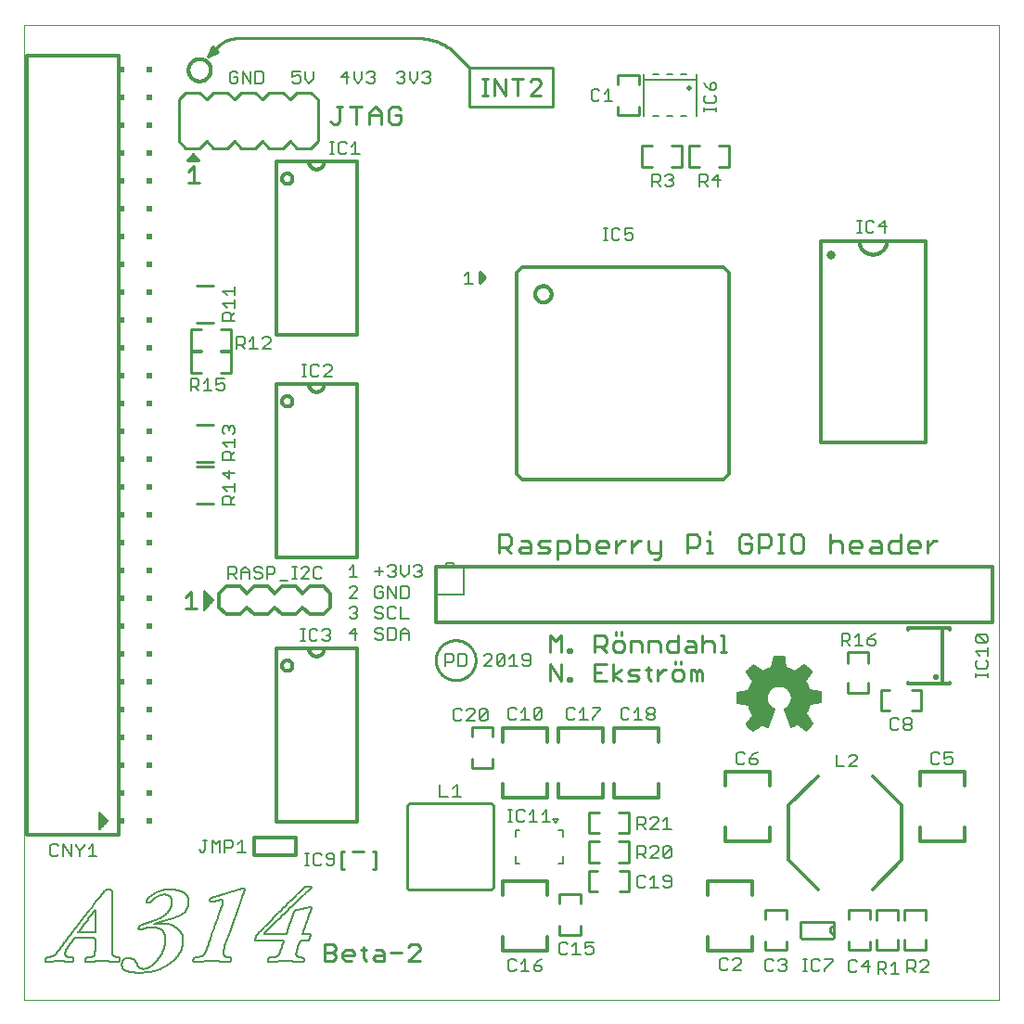
<source format=gto>
G75*
%MOIN*%
%OFA0B0*%
%FSLAX25Y25*%
%IPPOS*%
%LPD*%
%AMOC8*
5,1,8,0,0,1.08239X$1,22.5*
%
%ADD10C,0.00000*%
%ADD11C,0.00700*%
%ADD12C,0.01000*%
%ADD13C,0.00900*%
%ADD14C,0.01200*%
%ADD15C,0.00500*%
%ADD16R,0.02000X0.02000*%
%ADD17C,0.00800*%
%ADD18C,0.02000*%
%ADD19C,0.03162*%
%ADD20C,0.00600*%
%ADD21C,0.01100*%
%ADD22C,0.00787*%
%ADD23C,0.02236*%
%ADD24C,0.00200*%
D10*
X0005000Y0005000D02*
X0060118Y0005000D01*
X0355394Y0005000D01*
X0355394Y0355394D01*
X0060118Y0355394D01*
X0005000Y0355394D01*
X0005000Y0005000D01*
D11*
X0015067Y0056523D02*
X0016502Y0056523D01*
X0017219Y0057241D01*
X0018954Y0056523D02*
X0018954Y0060827D01*
X0021823Y0056523D01*
X0021823Y0060827D01*
X0023558Y0060827D02*
X0023558Y0060110D01*
X0024992Y0058675D01*
X0024992Y0056523D01*
X0024992Y0058675D02*
X0026427Y0060110D01*
X0026427Y0060827D01*
X0028162Y0059392D02*
X0029596Y0060827D01*
X0029596Y0056523D01*
X0028162Y0056523D02*
X0031031Y0056523D01*
X0017219Y0060110D02*
X0016502Y0060827D01*
X0015067Y0060827D01*
X0014350Y0060110D01*
X0014350Y0057241D01*
X0015067Y0056523D01*
X0067850Y0058760D02*
X0068567Y0058043D01*
X0069285Y0058043D01*
X0070002Y0058760D01*
X0070002Y0062347D01*
X0069285Y0062347D02*
X0070719Y0062347D01*
X0072454Y0062347D02*
X0073888Y0060912D01*
X0075323Y0062347D01*
X0075323Y0058043D01*
X0077058Y0058043D02*
X0077058Y0062347D01*
X0079210Y0062347D01*
X0079927Y0061629D01*
X0079927Y0060195D01*
X0079210Y0059477D01*
X0077058Y0059477D01*
X0081662Y0058043D02*
X0084531Y0058043D01*
X0083096Y0058043D02*
X0083096Y0062347D01*
X0081662Y0060912D01*
X0072454Y0062347D02*
X0072454Y0058043D01*
X0105850Y0057654D02*
X0107285Y0057654D01*
X0106567Y0057654D02*
X0106567Y0053350D01*
X0105850Y0053350D02*
X0107285Y0053350D01*
X0108919Y0054067D02*
X0108919Y0056936D01*
X0109637Y0057654D01*
X0111071Y0057654D01*
X0111788Y0056936D01*
X0113523Y0056936D02*
X0113523Y0056219D01*
X0114240Y0055502D01*
X0116392Y0055502D01*
X0116392Y0056936D02*
X0115675Y0057654D01*
X0114240Y0057654D01*
X0113523Y0056936D01*
X0113523Y0054067D02*
X0114240Y0053350D01*
X0115675Y0053350D01*
X0116392Y0054067D01*
X0116392Y0056936D01*
X0111788Y0054067D02*
X0111071Y0053350D01*
X0109637Y0053350D01*
X0108919Y0054067D01*
X0154404Y0078067D02*
X0157273Y0078067D01*
X0159007Y0078067D02*
X0161877Y0078067D01*
X0160442Y0078067D02*
X0160442Y0082370D01*
X0159007Y0080936D01*
X0154404Y0082370D02*
X0154404Y0078067D01*
X0178850Y0073154D02*
X0180285Y0073154D01*
X0179567Y0073154D02*
X0179567Y0068850D01*
X0178850Y0068850D02*
X0180285Y0068850D01*
X0181919Y0069567D02*
X0182637Y0068850D01*
X0184071Y0068850D01*
X0184788Y0069567D01*
X0186523Y0068850D02*
X0189392Y0068850D01*
X0187958Y0068850D02*
X0187958Y0073154D01*
X0186523Y0071719D01*
X0184788Y0072436D02*
X0184071Y0073154D01*
X0182637Y0073154D01*
X0181919Y0072436D01*
X0181919Y0069567D01*
X0191127Y0068850D02*
X0193996Y0068850D01*
X0192562Y0068850D02*
X0192562Y0073154D01*
X0191127Y0071719D01*
X0225350Y0070654D02*
X0225350Y0066350D01*
X0225350Y0067785D02*
X0227502Y0067785D01*
X0228219Y0068502D01*
X0228219Y0069936D01*
X0227502Y0070654D01*
X0225350Y0070654D01*
X0226785Y0067785D02*
X0228219Y0066350D01*
X0229954Y0066350D02*
X0232823Y0069219D01*
X0232823Y0069936D01*
X0232106Y0070654D01*
X0230671Y0070654D01*
X0229954Y0069936D01*
X0229954Y0066350D02*
X0232823Y0066350D01*
X0234558Y0066350D02*
X0237427Y0066350D01*
X0235992Y0066350D02*
X0235992Y0070654D01*
X0234558Y0069219D01*
X0235275Y0060154D02*
X0236710Y0060154D01*
X0237427Y0059436D01*
X0234558Y0056567D01*
X0235275Y0055850D01*
X0236710Y0055850D01*
X0237427Y0056567D01*
X0237427Y0059436D01*
X0235275Y0060154D02*
X0234558Y0059436D01*
X0234558Y0056567D01*
X0232823Y0055850D02*
X0229954Y0055850D01*
X0232823Y0058719D01*
X0232823Y0059436D01*
X0232106Y0060154D01*
X0230671Y0060154D01*
X0229954Y0059436D01*
X0228219Y0059436D02*
X0228219Y0058002D01*
X0227502Y0057285D01*
X0225350Y0057285D01*
X0226785Y0057285D02*
X0228219Y0055850D01*
X0225350Y0055850D02*
X0225350Y0060154D01*
X0227502Y0060154D01*
X0228219Y0059436D01*
X0227502Y0049654D02*
X0226067Y0049654D01*
X0225350Y0048936D01*
X0225350Y0046067D01*
X0226067Y0045350D01*
X0227502Y0045350D01*
X0228219Y0046067D01*
X0229954Y0045350D02*
X0232823Y0045350D01*
X0231388Y0045350D02*
X0231388Y0049654D01*
X0229954Y0048219D01*
X0228219Y0048936D02*
X0227502Y0049654D01*
X0234558Y0048936D02*
X0234558Y0048219D01*
X0235275Y0047502D01*
X0237427Y0047502D01*
X0237427Y0048936D02*
X0237427Y0046067D01*
X0236710Y0045350D01*
X0235275Y0045350D01*
X0234558Y0046067D01*
X0234558Y0048936D02*
X0235275Y0049654D01*
X0236710Y0049654D01*
X0237427Y0048936D01*
X0209427Y0025654D02*
X0206558Y0025654D01*
X0206558Y0023502D01*
X0207992Y0024219D01*
X0208710Y0024219D01*
X0209427Y0023502D01*
X0209427Y0022067D01*
X0208710Y0021350D01*
X0207275Y0021350D01*
X0206558Y0022067D01*
X0204823Y0021350D02*
X0201954Y0021350D01*
X0203388Y0021350D02*
X0203388Y0025654D01*
X0201954Y0024219D01*
X0200219Y0024936D02*
X0199502Y0025654D01*
X0198067Y0025654D01*
X0197350Y0024936D01*
X0197350Y0022067D01*
X0198067Y0021350D01*
X0199502Y0021350D01*
X0200219Y0022067D01*
X0190973Y0019477D02*
X0189539Y0018759D01*
X0188104Y0017325D01*
X0190256Y0017325D01*
X0190973Y0016607D01*
X0190973Y0015890D01*
X0190256Y0015173D01*
X0188822Y0015173D01*
X0188104Y0015890D01*
X0188104Y0017325D01*
X0186370Y0015173D02*
X0183500Y0015173D01*
X0184935Y0015173D02*
X0184935Y0019477D01*
X0183500Y0018042D01*
X0181766Y0018759D02*
X0181048Y0019477D01*
X0179614Y0019477D01*
X0178896Y0018759D01*
X0178896Y0015890D01*
X0179614Y0015173D01*
X0181048Y0015173D01*
X0181766Y0015890D01*
X0254992Y0016244D02*
X0255709Y0015527D01*
X0257144Y0015527D01*
X0257861Y0016244D01*
X0259596Y0015527D02*
X0262465Y0018396D01*
X0262465Y0019114D01*
X0261747Y0019831D01*
X0260313Y0019831D01*
X0259596Y0019114D01*
X0257861Y0019114D02*
X0257144Y0019831D01*
X0255709Y0019831D01*
X0254992Y0019114D01*
X0254992Y0016244D01*
X0259596Y0015527D02*
X0262465Y0015527D01*
X0271350Y0016067D02*
X0272067Y0015350D01*
X0273502Y0015350D01*
X0274219Y0016067D01*
X0275954Y0016067D02*
X0276671Y0015350D01*
X0278106Y0015350D01*
X0278823Y0016067D01*
X0278823Y0016785D01*
X0278106Y0017502D01*
X0277388Y0017502D01*
X0278106Y0017502D02*
X0278823Y0018219D01*
X0278823Y0018936D01*
X0278106Y0019654D01*
X0276671Y0019654D01*
X0275954Y0018936D01*
X0274219Y0018936D02*
X0273502Y0019654D01*
X0272067Y0019654D01*
X0271350Y0018936D01*
X0271350Y0016067D01*
X0284913Y0015224D02*
X0286348Y0015224D01*
X0285630Y0015224D02*
X0285630Y0019528D01*
X0284913Y0019528D02*
X0286348Y0019528D01*
X0287982Y0018810D02*
X0287982Y0015941D01*
X0288700Y0015224D01*
X0290134Y0015224D01*
X0290851Y0015941D01*
X0292586Y0015941D02*
X0295455Y0018810D01*
X0295455Y0019528D01*
X0292586Y0019528D01*
X0290851Y0018810D02*
X0290134Y0019528D01*
X0288700Y0019528D01*
X0287982Y0018810D01*
X0292586Y0015941D02*
X0292586Y0015224D01*
X0301350Y0015567D02*
X0301350Y0018436D01*
X0302067Y0019154D01*
X0303502Y0019154D01*
X0304219Y0018436D01*
X0305954Y0017002D02*
X0308823Y0017002D01*
X0308106Y0019154D02*
X0305954Y0017002D01*
X0304219Y0015567D02*
X0303502Y0014850D01*
X0302067Y0014850D01*
X0301350Y0015567D01*
X0308106Y0014850D02*
X0308106Y0019154D01*
X0311850Y0018654D02*
X0314002Y0018654D01*
X0314719Y0017936D01*
X0314719Y0016502D01*
X0314002Y0015785D01*
X0311850Y0015785D01*
X0313285Y0015785D02*
X0314719Y0014350D01*
X0316454Y0014350D02*
X0319323Y0014350D01*
X0317888Y0014350D02*
X0317888Y0018654D01*
X0316454Y0017219D01*
X0311850Y0018654D02*
X0311850Y0014350D01*
X0322350Y0014850D02*
X0322350Y0019154D01*
X0324502Y0019154D01*
X0325219Y0018436D01*
X0325219Y0017002D01*
X0324502Y0016285D01*
X0322350Y0016285D01*
X0323785Y0016285D02*
X0325219Y0014850D01*
X0326954Y0014850D02*
X0329823Y0017719D01*
X0329823Y0018436D01*
X0329106Y0019154D01*
X0327671Y0019154D01*
X0326954Y0018436D01*
X0326954Y0014850D02*
X0329823Y0014850D01*
X0331709Y0089527D02*
X0333144Y0089527D01*
X0333861Y0090244D01*
X0335596Y0090244D02*
X0336313Y0089527D01*
X0337747Y0089527D01*
X0338465Y0090244D01*
X0338465Y0091679D01*
X0337747Y0092396D01*
X0337030Y0092396D01*
X0335596Y0091679D01*
X0335596Y0093831D01*
X0338465Y0093831D01*
X0333861Y0093114D02*
X0333144Y0093831D01*
X0331709Y0093831D01*
X0330992Y0093114D01*
X0330992Y0090244D01*
X0331709Y0089527D01*
X0323106Y0101850D02*
X0321671Y0101850D01*
X0320954Y0102567D01*
X0320954Y0103285D01*
X0321671Y0104002D01*
X0323106Y0104002D01*
X0323823Y0103285D01*
X0323823Y0102567D01*
X0323106Y0101850D01*
X0323106Y0104002D02*
X0323823Y0104719D01*
X0323823Y0105436D01*
X0323106Y0106154D01*
X0321671Y0106154D01*
X0320954Y0105436D01*
X0320954Y0104719D01*
X0321671Y0104002D01*
X0319219Y0105436D02*
X0318502Y0106154D01*
X0317067Y0106154D01*
X0316350Y0105436D01*
X0316350Y0102567D01*
X0317067Y0101850D01*
X0318502Y0101850D01*
X0319219Y0102567D01*
X0304250Y0092336D02*
X0304250Y0091619D01*
X0301381Y0088750D01*
X0304250Y0088750D01*
X0304250Y0092336D02*
X0303533Y0093054D01*
X0302098Y0093054D01*
X0301381Y0092336D01*
X0299646Y0088750D02*
X0296777Y0088750D01*
X0296777Y0093054D01*
X0268465Y0093831D02*
X0267030Y0093114D01*
X0265596Y0091679D01*
X0267747Y0091679D01*
X0268465Y0090962D01*
X0268465Y0090244D01*
X0267747Y0089527D01*
X0266313Y0089527D01*
X0265596Y0090244D01*
X0265596Y0091679D01*
X0263861Y0090244D02*
X0263144Y0089527D01*
X0261709Y0089527D01*
X0260992Y0090244D01*
X0260992Y0093114D01*
X0261709Y0093831D01*
X0263144Y0093831D01*
X0263861Y0093114D01*
X0231569Y0106244D02*
X0231569Y0106962D01*
X0230851Y0107679D01*
X0229417Y0107679D01*
X0228700Y0108396D01*
X0228700Y0109114D01*
X0229417Y0109831D01*
X0230851Y0109831D01*
X0231569Y0109114D01*
X0231569Y0108396D01*
X0230851Y0107679D01*
X0229417Y0107679D02*
X0228700Y0106962D01*
X0228700Y0106244D01*
X0229417Y0105527D01*
X0230851Y0105527D01*
X0231569Y0106244D01*
X0226965Y0105527D02*
X0224096Y0105527D01*
X0225530Y0105527D02*
X0225530Y0109831D01*
X0224096Y0108396D01*
X0222361Y0109114D02*
X0221644Y0109831D01*
X0220209Y0109831D01*
X0219492Y0109114D01*
X0219492Y0106244D01*
X0220209Y0105527D01*
X0221644Y0105527D01*
X0222361Y0106244D01*
X0212069Y0109114D02*
X0209200Y0106244D01*
X0209200Y0105527D01*
X0207465Y0105527D02*
X0204596Y0105527D01*
X0206030Y0105527D02*
X0206030Y0109831D01*
X0204596Y0108396D01*
X0202861Y0109114D02*
X0202144Y0109831D01*
X0200709Y0109831D01*
X0199992Y0109114D01*
X0199992Y0106244D01*
X0200709Y0105527D01*
X0202144Y0105527D01*
X0202861Y0106244D01*
X0209200Y0109831D02*
X0212069Y0109831D01*
X0212069Y0109114D01*
X0191069Y0109114D02*
X0191069Y0106244D01*
X0190351Y0105527D01*
X0188917Y0105527D01*
X0188200Y0106244D01*
X0191069Y0109114D01*
X0190351Y0109831D01*
X0188917Y0109831D01*
X0188200Y0109114D01*
X0188200Y0106244D01*
X0186465Y0105527D02*
X0183596Y0105527D01*
X0185030Y0105527D02*
X0185030Y0109831D01*
X0183596Y0108396D01*
X0181861Y0109114D02*
X0181144Y0109831D01*
X0179709Y0109831D01*
X0178992Y0109114D01*
X0178992Y0106244D01*
X0179709Y0105527D01*
X0181144Y0105527D01*
X0181861Y0106244D01*
X0171427Y0106067D02*
X0171427Y0108936D01*
X0168558Y0106067D01*
X0169275Y0105350D01*
X0170710Y0105350D01*
X0171427Y0106067D01*
X0168558Y0106067D02*
X0168558Y0108936D01*
X0169275Y0109654D01*
X0170710Y0109654D01*
X0171427Y0108936D01*
X0166823Y0108936D02*
X0166106Y0109654D01*
X0164671Y0109654D01*
X0163954Y0108936D01*
X0162219Y0108936D02*
X0161502Y0109654D01*
X0160067Y0109654D01*
X0159350Y0108936D01*
X0159350Y0106067D01*
X0160067Y0105350D01*
X0161502Y0105350D01*
X0162219Y0106067D01*
X0163954Y0105350D02*
X0166823Y0108219D01*
X0166823Y0108936D01*
X0166823Y0105350D02*
X0163954Y0105350D01*
X0163106Y0124850D02*
X0160954Y0124850D01*
X0160954Y0129154D01*
X0163106Y0129154D01*
X0163823Y0128436D01*
X0163823Y0125567D01*
X0163106Y0124850D01*
X0159219Y0127002D02*
X0159219Y0128436D01*
X0158502Y0129154D01*
X0156350Y0129154D01*
X0156350Y0124850D01*
X0156350Y0126285D02*
X0158502Y0126285D01*
X0159219Y0127002D01*
X0170162Y0128436D02*
X0170879Y0129154D01*
X0172314Y0129154D01*
X0173031Y0128436D01*
X0173031Y0127719D01*
X0170162Y0124850D01*
X0173031Y0124850D01*
X0174766Y0125567D02*
X0177635Y0128436D01*
X0177635Y0125567D01*
X0176918Y0124850D01*
X0175483Y0124850D01*
X0174766Y0125567D01*
X0174766Y0128436D01*
X0175483Y0129154D01*
X0176918Y0129154D01*
X0177635Y0128436D01*
X0179370Y0127719D02*
X0180804Y0129154D01*
X0180804Y0124850D01*
X0179370Y0124850D02*
X0182239Y0124850D01*
X0183974Y0125567D02*
X0184691Y0124850D01*
X0186125Y0124850D01*
X0186843Y0125567D01*
X0186843Y0128436D01*
X0186125Y0129154D01*
X0184691Y0129154D01*
X0183974Y0128436D01*
X0183974Y0127719D01*
X0184691Y0127002D01*
X0186843Y0127002D01*
X0143135Y0134350D02*
X0143135Y0137219D01*
X0141700Y0138654D01*
X0140266Y0137219D01*
X0140266Y0134350D01*
X0138531Y0135067D02*
X0138531Y0137936D01*
X0137814Y0138654D01*
X0135662Y0138654D01*
X0135662Y0134350D01*
X0137814Y0134350D01*
X0138531Y0135067D01*
X0140266Y0136502D02*
X0143135Y0136502D01*
X0143135Y0141850D02*
X0140266Y0141850D01*
X0140266Y0146154D01*
X0138531Y0145436D02*
X0137814Y0146154D01*
X0136379Y0146154D01*
X0135662Y0145436D01*
X0135662Y0142567D01*
X0136379Y0141850D01*
X0137814Y0141850D01*
X0138531Y0142567D01*
X0133927Y0142567D02*
X0133927Y0143285D01*
X0133210Y0144002D01*
X0131775Y0144002D01*
X0131058Y0144719D01*
X0131058Y0145436D01*
X0131775Y0146154D01*
X0133210Y0146154D01*
X0133927Y0145436D01*
X0133927Y0142567D02*
X0133210Y0141850D01*
X0131775Y0141850D01*
X0131058Y0142567D01*
X0131775Y0138654D02*
X0131058Y0137936D01*
X0131058Y0137219D01*
X0131775Y0136502D01*
X0133210Y0136502D01*
X0133927Y0135785D01*
X0133927Y0135067D01*
X0133210Y0134350D01*
X0131775Y0134350D01*
X0131058Y0135067D01*
X0131775Y0138654D02*
X0133210Y0138654D01*
X0133927Y0137936D01*
X0124719Y0136502D02*
X0121850Y0136502D01*
X0124002Y0138654D01*
X0124002Y0134350D01*
X0124002Y0141850D02*
X0122567Y0141850D01*
X0121850Y0142567D01*
X0123285Y0144002D02*
X0124002Y0144002D01*
X0124719Y0143285D01*
X0124719Y0142567D01*
X0124002Y0141850D01*
X0124002Y0144002D02*
X0124719Y0144719D01*
X0124719Y0145436D01*
X0124002Y0146154D01*
X0122567Y0146154D01*
X0121850Y0145436D01*
X0121850Y0149350D02*
X0124719Y0152219D01*
X0124719Y0152936D01*
X0124002Y0153654D01*
X0122567Y0153654D01*
X0121850Y0152936D01*
X0121850Y0149350D02*
X0124719Y0149350D01*
X0131058Y0150067D02*
X0131058Y0152936D01*
X0131775Y0153654D01*
X0133210Y0153654D01*
X0133927Y0152936D01*
X0133927Y0151502D02*
X0132492Y0151502D01*
X0133927Y0151502D02*
X0133927Y0150067D01*
X0133210Y0149350D01*
X0131775Y0149350D01*
X0131058Y0150067D01*
X0135662Y0149350D02*
X0135662Y0153654D01*
X0138531Y0149350D01*
X0138531Y0153654D01*
X0140266Y0153654D02*
X0142418Y0153654D01*
X0143135Y0152936D01*
X0143135Y0150067D01*
X0142418Y0149350D01*
X0140266Y0149350D01*
X0140266Y0153654D01*
X0141700Y0156850D02*
X0143135Y0158285D01*
X0143135Y0161154D01*
X0144870Y0160436D02*
X0145587Y0161154D01*
X0147021Y0161154D01*
X0147739Y0160436D01*
X0147739Y0159719D01*
X0147021Y0159002D01*
X0147739Y0158285D01*
X0147739Y0157567D01*
X0147021Y0156850D01*
X0145587Y0156850D01*
X0144870Y0157567D01*
X0146304Y0159002D02*
X0147021Y0159002D01*
X0141700Y0156850D02*
X0140266Y0158285D01*
X0140266Y0161154D01*
X0138531Y0160436D02*
X0138531Y0159719D01*
X0137814Y0159002D01*
X0138531Y0158285D01*
X0138531Y0157567D01*
X0137814Y0156850D01*
X0136379Y0156850D01*
X0135662Y0157567D01*
X0137096Y0159002D02*
X0137814Y0159002D01*
X0138531Y0160436D02*
X0137814Y0161154D01*
X0136379Y0161154D01*
X0135662Y0160436D01*
X0133927Y0159002D02*
X0131058Y0159002D01*
X0132492Y0160436D02*
X0132492Y0157567D01*
X0124719Y0156850D02*
X0121850Y0156850D01*
X0123285Y0156850D02*
X0123285Y0161154D01*
X0121850Y0159719D01*
X0111912Y0159936D02*
X0111195Y0160654D01*
X0109760Y0160654D01*
X0109043Y0159936D01*
X0109043Y0157067D01*
X0109760Y0156350D01*
X0111195Y0156350D01*
X0111912Y0157067D01*
X0107308Y0156350D02*
X0104439Y0156350D01*
X0107308Y0159219D01*
X0107308Y0159936D01*
X0106591Y0160654D01*
X0105156Y0160654D01*
X0104439Y0159936D01*
X0102804Y0160654D02*
X0101370Y0160654D01*
X0102087Y0160654D02*
X0102087Y0156350D01*
X0101370Y0156350D02*
X0102804Y0156350D01*
X0099635Y0155633D02*
X0096766Y0155633D01*
X0094314Y0157785D02*
X0092162Y0157785D01*
X0092162Y0156350D02*
X0092162Y0160654D01*
X0094314Y0160654D01*
X0095031Y0159936D01*
X0095031Y0158502D01*
X0094314Y0157785D01*
X0090427Y0157785D02*
X0090427Y0157067D01*
X0089710Y0156350D01*
X0088275Y0156350D01*
X0087558Y0157067D01*
X0088275Y0158502D02*
X0087558Y0159219D01*
X0087558Y0159936D01*
X0088275Y0160654D01*
X0089710Y0160654D01*
X0090427Y0159936D01*
X0089710Y0158502D02*
X0090427Y0157785D01*
X0089710Y0158502D02*
X0088275Y0158502D01*
X0085823Y0158502D02*
X0082954Y0158502D01*
X0082954Y0159219D02*
X0084388Y0160654D01*
X0085823Y0159219D01*
X0085823Y0156350D01*
X0082954Y0156350D02*
X0082954Y0159219D01*
X0081219Y0158502D02*
X0080502Y0157785D01*
X0078350Y0157785D01*
X0079785Y0157785D02*
X0081219Y0156350D01*
X0081219Y0158502D02*
X0081219Y0159936D01*
X0080502Y0160654D01*
X0078350Y0160654D01*
X0078350Y0156350D01*
X0104366Y0138138D02*
X0105800Y0138138D01*
X0105083Y0138138D02*
X0105083Y0133834D01*
X0104366Y0133834D02*
X0105800Y0133834D01*
X0107435Y0134552D02*
X0108152Y0133834D01*
X0109587Y0133834D01*
X0110304Y0134552D01*
X0112039Y0134552D02*
X0112756Y0133834D01*
X0114191Y0133834D01*
X0114908Y0134552D01*
X0114908Y0135269D01*
X0114191Y0135986D01*
X0113473Y0135986D01*
X0114191Y0135986D02*
X0114908Y0136703D01*
X0114908Y0137421D01*
X0114191Y0138138D01*
X0112756Y0138138D01*
X0112039Y0137421D01*
X0110304Y0137421D02*
X0109587Y0138138D01*
X0108152Y0138138D01*
X0107435Y0137421D01*
X0107435Y0134552D01*
X0080650Y0183038D02*
X0076346Y0183038D01*
X0076346Y0185190D01*
X0077064Y0185907D01*
X0078498Y0185907D01*
X0079215Y0185190D01*
X0079215Y0183038D01*
X0079215Y0184473D02*
X0080650Y0185907D01*
X0080650Y0187642D02*
X0080650Y0190511D01*
X0080650Y0189077D02*
X0076346Y0189077D01*
X0077781Y0187642D01*
X0078498Y0192246D02*
X0078498Y0195115D01*
X0076346Y0194398D02*
X0078498Y0192246D01*
X0080650Y0194398D02*
X0076346Y0194398D01*
X0076346Y0199038D02*
X0076346Y0201190D01*
X0077064Y0201907D01*
X0078498Y0201907D01*
X0079215Y0201190D01*
X0079215Y0199038D01*
X0079215Y0200473D02*
X0080650Y0201907D01*
X0080650Y0203642D02*
X0080650Y0206511D01*
X0080650Y0205077D02*
X0076346Y0205077D01*
X0077781Y0203642D01*
X0077064Y0208246D02*
X0076346Y0208963D01*
X0076346Y0210398D01*
X0077064Y0211115D01*
X0077781Y0211115D01*
X0078498Y0210398D01*
X0079215Y0211115D01*
X0079933Y0211115D01*
X0080650Y0210398D01*
X0080650Y0208963D01*
X0079933Y0208246D01*
X0078498Y0209681D02*
X0078498Y0210398D01*
X0080650Y0199038D02*
X0076346Y0199038D01*
X0076210Y0223850D02*
X0074775Y0223850D01*
X0074058Y0224567D01*
X0074058Y0226002D02*
X0075492Y0226719D01*
X0076210Y0226719D01*
X0076927Y0226002D01*
X0076927Y0224567D01*
X0076210Y0223850D01*
X0074058Y0226002D02*
X0074058Y0228154D01*
X0076927Y0228154D01*
X0070888Y0228154D02*
X0070888Y0223850D01*
X0069454Y0223850D02*
X0072323Y0223850D01*
X0069454Y0226719D02*
X0070888Y0228154D01*
X0067719Y0227436D02*
X0067719Y0226002D01*
X0067002Y0225285D01*
X0064850Y0225285D01*
X0066285Y0225285D02*
X0067719Y0223850D01*
X0064850Y0223850D02*
X0064850Y0228154D01*
X0067002Y0228154D01*
X0067719Y0227436D01*
X0081350Y0238850D02*
X0081350Y0243154D01*
X0083502Y0243154D01*
X0084219Y0242436D01*
X0084219Y0241002D01*
X0083502Y0240285D01*
X0081350Y0240285D01*
X0082785Y0240285D02*
X0084219Y0238850D01*
X0085954Y0238850D02*
X0088823Y0238850D01*
X0087388Y0238850D02*
X0087388Y0243154D01*
X0085954Y0241719D01*
X0090558Y0242436D02*
X0091275Y0243154D01*
X0092710Y0243154D01*
X0093427Y0242436D01*
X0093427Y0241719D01*
X0090558Y0238850D01*
X0093427Y0238850D01*
X0104866Y0233138D02*
X0106300Y0233138D01*
X0105583Y0233138D02*
X0105583Y0228834D01*
X0104866Y0228834D02*
X0106300Y0228834D01*
X0107935Y0229552D02*
X0108652Y0228834D01*
X0110087Y0228834D01*
X0110804Y0229552D01*
X0112539Y0228834D02*
X0115408Y0231703D01*
X0115408Y0232421D01*
X0114691Y0233138D01*
X0113256Y0233138D01*
X0112539Y0232421D01*
X0110804Y0232421D02*
X0110087Y0233138D01*
X0108652Y0233138D01*
X0107935Y0232421D01*
X0107935Y0229552D01*
X0112539Y0228834D02*
X0115408Y0228834D01*
X0080650Y0249038D02*
X0076346Y0249038D01*
X0076346Y0251190D01*
X0077064Y0251907D01*
X0078498Y0251907D01*
X0079215Y0251190D01*
X0079215Y0249038D01*
X0079215Y0250473D02*
X0080650Y0251907D01*
X0080650Y0253642D02*
X0080650Y0256511D01*
X0080650Y0255077D02*
X0076346Y0255077D01*
X0077781Y0253642D01*
X0077781Y0258246D02*
X0076346Y0259681D01*
X0080650Y0259681D01*
X0080650Y0261115D02*
X0080650Y0258246D01*
X0163246Y0262350D02*
X0166115Y0262350D01*
X0164681Y0262350D02*
X0164681Y0266654D01*
X0163246Y0265219D01*
X0213073Y0277850D02*
X0214507Y0277850D01*
X0213790Y0277850D02*
X0213790Y0282154D01*
X0213073Y0282154D02*
X0214507Y0282154D01*
X0216142Y0281436D02*
X0216142Y0278567D01*
X0216859Y0277850D01*
X0218294Y0277850D01*
X0219011Y0278567D01*
X0220746Y0278567D02*
X0221463Y0277850D01*
X0222898Y0277850D01*
X0223615Y0278567D01*
X0223615Y0280002D01*
X0222898Y0280719D01*
X0222181Y0280719D01*
X0220746Y0280002D01*
X0220746Y0282154D01*
X0223615Y0282154D01*
X0219011Y0281436D02*
X0218294Y0282154D01*
X0216859Y0282154D01*
X0216142Y0281436D01*
X0230642Y0297350D02*
X0230642Y0301654D01*
X0232794Y0301654D01*
X0233511Y0300936D01*
X0233511Y0299502D01*
X0232794Y0298785D01*
X0230642Y0298785D01*
X0232077Y0298785D02*
X0233511Y0297350D01*
X0235246Y0298067D02*
X0235963Y0297350D01*
X0237398Y0297350D01*
X0238115Y0298067D01*
X0238115Y0298785D01*
X0237398Y0299502D01*
X0236681Y0299502D01*
X0237398Y0299502D02*
X0238115Y0300219D01*
X0238115Y0300936D01*
X0237398Y0301654D01*
X0235963Y0301654D01*
X0235246Y0300936D01*
X0247642Y0301654D02*
X0247642Y0297350D01*
X0247642Y0298785D02*
X0249794Y0298785D01*
X0250511Y0299502D01*
X0250511Y0300936D01*
X0249794Y0301654D01*
X0247642Y0301654D01*
X0249077Y0298785D02*
X0250511Y0297350D01*
X0252246Y0299502D02*
X0254398Y0301654D01*
X0254398Y0297350D01*
X0255115Y0299502D02*
X0252246Y0299502D01*
X0253650Y0324073D02*
X0253650Y0325507D01*
X0253650Y0324790D02*
X0249346Y0324790D01*
X0249346Y0324073D02*
X0249346Y0325507D01*
X0250064Y0327142D02*
X0252933Y0327142D01*
X0253650Y0327859D01*
X0253650Y0329294D01*
X0252933Y0330011D01*
X0252933Y0331746D02*
X0253650Y0332463D01*
X0253650Y0333898D01*
X0252933Y0334615D01*
X0252215Y0334615D01*
X0251498Y0333898D01*
X0251498Y0331746D01*
X0252933Y0331746D01*
X0251498Y0331746D02*
X0250064Y0333181D01*
X0249346Y0334615D01*
X0250064Y0330011D02*
X0249346Y0329294D01*
X0249346Y0327859D01*
X0250064Y0327142D01*
X0216323Y0327850D02*
X0213454Y0327850D01*
X0214888Y0327850D02*
X0214888Y0332154D01*
X0213454Y0330719D01*
X0211719Y0331436D02*
X0211002Y0332154D01*
X0209567Y0332154D01*
X0208850Y0331436D01*
X0208850Y0328567D01*
X0209567Y0327850D01*
X0211002Y0327850D01*
X0211719Y0328567D01*
X0150927Y0335067D02*
X0150210Y0334350D01*
X0148775Y0334350D01*
X0148058Y0335067D01*
X0146323Y0335785D02*
X0146323Y0338654D01*
X0148058Y0337936D02*
X0148775Y0338654D01*
X0150210Y0338654D01*
X0150927Y0337936D01*
X0150927Y0337219D01*
X0150210Y0336502D01*
X0150927Y0335785D01*
X0150927Y0335067D01*
X0150210Y0336502D02*
X0149492Y0336502D01*
X0146323Y0335785D02*
X0144888Y0334350D01*
X0143454Y0335785D01*
X0143454Y0338654D01*
X0141719Y0337936D02*
X0141719Y0337219D01*
X0141002Y0336502D01*
X0141719Y0335785D01*
X0141719Y0335067D01*
X0141002Y0334350D01*
X0139567Y0334350D01*
X0138850Y0335067D01*
X0140285Y0336502D02*
X0141002Y0336502D01*
X0141719Y0337936D02*
X0141002Y0338654D01*
X0139567Y0338654D01*
X0138850Y0337936D01*
X0130927Y0337936D02*
X0130927Y0337219D01*
X0130210Y0336502D01*
X0130927Y0335785D01*
X0130927Y0335067D01*
X0130210Y0334350D01*
X0128775Y0334350D01*
X0128058Y0335067D01*
X0126323Y0335785D02*
X0126323Y0338654D01*
X0128058Y0337936D02*
X0128775Y0338654D01*
X0130210Y0338654D01*
X0130927Y0337936D01*
X0130210Y0336502D02*
X0129492Y0336502D01*
X0126323Y0335785D02*
X0124888Y0334350D01*
X0123454Y0335785D01*
X0123454Y0338654D01*
X0121002Y0338654D02*
X0118850Y0336502D01*
X0121719Y0336502D01*
X0121002Y0334350D02*
X0121002Y0338654D01*
X0108823Y0338654D02*
X0108823Y0335785D01*
X0107388Y0334350D01*
X0105954Y0335785D01*
X0105954Y0338654D01*
X0104219Y0338654D02*
X0101350Y0338654D01*
X0101350Y0336502D01*
X0102785Y0337219D01*
X0103502Y0337219D01*
X0104219Y0336502D01*
X0104219Y0335067D01*
X0103502Y0334350D01*
X0102067Y0334350D01*
X0101350Y0335067D01*
X0090927Y0335067D02*
X0090927Y0337936D01*
X0090210Y0338654D01*
X0088058Y0338654D01*
X0088058Y0334350D01*
X0090210Y0334350D01*
X0090927Y0335067D01*
X0086323Y0334350D02*
X0086323Y0338654D01*
X0083454Y0338654D02*
X0086323Y0334350D01*
X0083454Y0334350D02*
X0083454Y0338654D01*
X0081719Y0337936D02*
X0081002Y0338654D01*
X0079567Y0338654D01*
X0078850Y0337936D01*
X0078850Y0335067D01*
X0079567Y0334350D01*
X0081002Y0334350D01*
X0081719Y0335067D01*
X0081719Y0336502D01*
X0080285Y0336502D01*
X0114866Y0313138D02*
X0116300Y0313138D01*
X0115583Y0313138D02*
X0115583Y0308834D01*
X0114866Y0308834D02*
X0116300Y0308834D01*
X0117935Y0309552D02*
X0118652Y0308834D01*
X0120087Y0308834D01*
X0120804Y0309552D01*
X0122539Y0308834D02*
X0125408Y0308834D01*
X0123973Y0308834D02*
X0123973Y0313138D01*
X0122539Y0311703D01*
X0120804Y0312421D02*
X0120087Y0313138D01*
X0118652Y0313138D01*
X0117935Y0312421D01*
X0117935Y0309552D01*
X0298850Y0136654D02*
X0301002Y0136654D01*
X0301719Y0135936D01*
X0301719Y0134502D01*
X0301002Y0133785D01*
X0298850Y0133785D01*
X0300285Y0133785D02*
X0301719Y0132350D01*
X0303454Y0132350D02*
X0306323Y0132350D01*
X0304888Y0132350D02*
X0304888Y0136654D01*
X0303454Y0135219D01*
X0308058Y0134502D02*
X0309492Y0135936D01*
X0310927Y0136654D01*
X0310210Y0134502D02*
X0308058Y0134502D01*
X0308058Y0133067D01*
X0308775Y0132350D01*
X0310210Y0132350D01*
X0310927Y0133067D01*
X0310927Y0133785D01*
X0310210Y0134502D01*
X0298850Y0132350D02*
X0298850Y0136654D01*
X0346846Y0135398D02*
X0347564Y0136115D01*
X0350433Y0133246D01*
X0351150Y0133963D01*
X0351150Y0135398D01*
X0350433Y0136115D01*
X0347564Y0136115D01*
X0346846Y0135398D02*
X0346846Y0133963D01*
X0347564Y0133246D01*
X0350433Y0133246D01*
X0351150Y0131511D02*
X0351150Y0128642D01*
X0351150Y0130077D02*
X0346846Y0130077D01*
X0348281Y0128642D01*
X0347564Y0126907D02*
X0346846Y0126190D01*
X0346846Y0124755D01*
X0347564Y0124038D01*
X0350433Y0124038D01*
X0351150Y0124755D01*
X0351150Y0126190D01*
X0350433Y0126907D01*
X0351150Y0122403D02*
X0351150Y0120969D01*
X0351150Y0121686D02*
X0346846Y0121686D01*
X0346846Y0120969D02*
X0346846Y0122403D01*
D12*
X0327248Y0116248D02*
X0327248Y0108752D01*
X0324000Y0108752D01*
X0316000Y0108752D02*
X0312752Y0108752D01*
X0312752Y0116248D01*
X0316000Y0116248D01*
X0308248Y0115252D02*
X0308248Y0119000D01*
X0308248Y0115252D02*
X0300752Y0115252D01*
X0300752Y0119000D01*
X0300752Y0126000D02*
X0300752Y0129748D01*
X0308248Y0129748D01*
X0308248Y0126000D01*
X0324000Y0116248D02*
X0327248Y0116248D01*
X0325760Y0165500D02*
X0323558Y0165500D01*
X0322457Y0166601D01*
X0322457Y0168803D01*
X0323558Y0169904D01*
X0325760Y0169904D01*
X0326861Y0168803D01*
X0326861Y0167702D01*
X0322457Y0167702D01*
X0319863Y0169904D02*
X0316560Y0169904D01*
X0315459Y0168803D01*
X0315459Y0166601D01*
X0316560Y0165500D01*
X0319863Y0165500D01*
X0319863Y0172106D01*
X0312865Y0168803D02*
X0312865Y0165500D01*
X0309562Y0165500D01*
X0308461Y0166601D01*
X0309562Y0167702D01*
X0312865Y0167702D01*
X0312865Y0168803D02*
X0311764Y0169904D01*
X0309562Y0169904D01*
X0305867Y0168803D02*
X0305867Y0167702D01*
X0301463Y0167702D01*
X0301463Y0166601D02*
X0301463Y0168803D01*
X0302564Y0169904D01*
X0304766Y0169904D01*
X0305867Y0168803D01*
X0304766Y0165500D02*
X0302564Y0165500D01*
X0301463Y0166601D01*
X0298869Y0165500D02*
X0298869Y0168803D01*
X0297768Y0169904D01*
X0295566Y0169904D01*
X0294466Y0168803D01*
X0294466Y0172106D02*
X0294466Y0165500D01*
X0284873Y0166601D02*
X0284873Y0171005D01*
X0283772Y0172106D01*
X0281570Y0172106D01*
X0280470Y0171005D01*
X0280470Y0166601D01*
X0281570Y0165500D01*
X0283772Y0165500D01*
X0284873Y0166601D01*
X0278006Y0165500D02*
X0275804Y0165500D01*
X0276905Y0165500D02*
X0276905Y0172106D01*
X0275804Y0172106D02*
X0278006Y0172106D01*
X0273210Y0171005D02*
X0273210Y0168803D01*
X0272109Y0167702D01*
X0268806Y0167702D01*
X0268806Y0165500D02*
X0268806Y0172106D01*
X0272109Y0172106D01*
X0273210Y0171005D01*
X0266212Y0171005D02*
X0265111Y0172106D01*
X0262909Y0172106D01*
X0261808Y0171005D01*
X0261808Y0166601D01*
X0262909Y0165500D01*
X0265111Y0165500D01*
X0266212Y0166601D01*
X0266212Y0168803D01*
X0264010Y0168803D01*
X0252347Y0165500D02*
X0250145Y0165500D01*
X0251246Y0165500D02*
X0251246Y0169904D01*
X0250145Y0169904D01*
X0251246Y0172106D02*
X0251246Y0173207D01*
X0247551Y0171005D02*
X0247551Y0168803D01*
X0246450Y0167702D01*
X0243147Y0167702D01*
X0243147Y0165500D02*
X0243147Y0172106D01*
X0246450Y0172106D01*
X0247551Y0171005D01*
X0233555Y0169904D02*
X0233555Y0164399D01*
X0232454Y0163298D01*
X0231353Y0163298D01*
X0230252Y0165500D02*
X0233555Y0165500D01*
X0230252Y0165500D02*
X0229151Y0166601D01*
X0229151Y0169904D01*
X0226622Y0169904D02*
X0225521Y0169904D01*
X0223319Y0167702D01*
X0223319Y0165500D02*
X0223319Y0169904D01*
X0220791Y0169904D02*
X0219690Y0169904D01*
X0217488Y0167702D01*
X0217488Y0165500D02*
X0217488Y0169904D01*
X0214894Y0168803D02*
X0214894Y0167702D01*
X0210490Y0167702D01*
X0210490Y0166601D02*
X0210490Y0168803D01*
X0211591Y0169904D01*
X0213793Y0169904D01*
X0214894Y0168803D01*
X0213793Y0165500D02*
X0211591Y0165500D01*
X0210490Y0166601D01*
X0207896Y0166601D02*
X0207896Y0168803D01*
X0206795Y0169904D01*
X0203492Y0169904D01*
X0203492Y0172106D02*
X0203492Y0165500D01*
X0206795Y0165500D01*
X0207896Y0166601D01*
X0200898Y0166601D02*
X0200898Y0168803D01*
X0199797Y0169904D01*
X0196494Y0169904D01*
X0196494Y0163298D01*
X0196494Y0165500D02*
X0199797Y0165500D01*
X0200898Y0166601D01*
X0193900Y0166601D02*
X0192799Y0167702D01*
X0190597Y0167702D01*
X0189496Y0168803D01*
X0190597Y0169904D01*
X0193900Y0169904D01*
X0193900Y0166601D02*
X0192799Y0165500D01*
X0189496Y0165500D01*
X0186902Y0165500D02*
X0183599Y0165500D01*
X0182498Y0166601D01*
X0183599Y0167702D01*
X0186902Y0167702D01*
X0186902Y0168803D02*
X0186902Y0165500D01*
X0186902Y0168803D02*
X0185801Y0169904D01*
X0183599Y0169904D01*
X0179904Y0171005D02*
X0179904Y0168803D01*
X0178803Y0167702D01*
X0175500Y0167702D01*
X0177702Y0167702D02*
X0179904Y0165500D01*
X0175500Y0165500D02*
X0175500Y0172106D01*
X0178803Y0172106D01*
X0179904Y0171005D01*
X0152841Y0127000D02*
X0152843Y0127176D01*
X0152850Y0127351D01*
X0152860Y0127527D01*
X0152875Y0127702D01*
X0152895Y0127876D01*
X0152918Y0128050D01*
X0152946Y0128224D01*
X0152979Y0128397D01*
X0153015Y0128569D01*
X0153056Y0128739D01*
X0153100Y0128909D01*
X0153149Y0129078D01*
X0153202Y0129246D01*
X0153259Y0129412D01*
X0153321Y0129576D01*
X0153386Y0129740D01*
X0153455Y0129901D01*
X0153528Y0130061D01*
X0153605Y0130219D01*
X0153686Y0130375D01*
X0153771Y0130529D01*
X0153860Y0130680D01*
X0153952Y0130830D01*
X0154048Y0130977D01*
X0154147Y0131122D01*
X0154250Y0131265D01*
X0154356Y0131404D01*
X0154466Y0131542D01*
X0154579Y0131676D01*
X0154696Y0131808D01*
X0154815Y0131936D01*
X0154938Y0132062D01*
X0155064Y0132185D01*
X0155192Y0132304D01*
X0155324Y0132421D01*
X0155458Y0132534D01*
X0155596Y0132644D01*
X0155735Y0132750D01*
X0155878Y0132853D01*
X0156023Y0132952D01*
X0156170Y0133048D01*
X0156320Y0133140D01*
X0156471Y0133229D01*
X0156625Y0133314D01*
X0156781Y0133395D01*
X0156939Y0133472D01*
X0157099Y0133545D01*
X0157260Y0133614D01*
X0157424Y0133679D01*
X0157588Y0133741D01*
X0157754Y0133798D01*
X0157922Y0133851D01*
X0158091Y0133900D01*
X0158261Y0133944D01*
X0158431Y0133985D01*
X0158603Y0134021D01*
X0158776Y0134054D01*
X0158950Y0134082D01*
X0159124Y0134105D01*
X0159298Y0134125D01*
X0159473Y0134140D01*
X0159649Y0134150D01*
X0159824Y0134157D01*
X0160000Y0134159D01*
X0160176Y0134157D01*
X0160351Y0134150D01*
X0160527Y0134140D01*
X0160702Y0134125D01*
X0160876Y0134105D01*
X0161050Y0134082D01*
X0161224Y0134054D01*
X0161397Y0134021D01*
X0161569Y0133985D01*
X0161739Y0133944D01*
X0161909Y0133900D01*
X0162078Y0133851D01*
X0162246Y0133798D01*
X0162412Y0133741D01*
X0162576Y0133679D01*
X0162740Y0133614D01*
X0162901Y0133545D01*
X0163061Y0133472D01*
X0163219Y0133395D01*
X0163375Y0133314D01*
X0163529Y0133229D01*
X0163680Y0133140D01*
X0163830Y0133048D01*
X0163977Y0132952D01*
X0164122Y0132853D01*
X0164265Y0132750D01*
X0164404Y0132644D01*
X0164542Y0132534D01*
X0164676Y0132421D01*
X0164808Y0132304D01*
X0164936Y0132185D01*
X0165062Y0132062D01*
X0165185Y0131936D01*
X0165304Y0131808D01*
X0165421Y0131676D01*
X0165534Y0131542D01*
X0165644Y0131404D01*
X0165750Y0131265D01*
X0165853Y0131122D01*
X0165952Y0130977D01*
X0166048Y0130830D01*
X0166140Y0130680D01*
X0166229Y0130529D01*
X0166314Y0130375D01*
X0166395Y0130219D01*
X0166472Y0130061D01*
X0166545Y0129901D01*
X0166614Y0129740D01*
X0166679Y0129576D01*
X0166741Y0129412D01*
X0166798Y0129246D01*
X0166851Y0129078D01*
X0166900Y0128909D01*
X0166944Y0128739D01*
X0166985Y0128569D01*
X0167021Y0128397D01*
X0167054Y0128224D01*
X0167082Y0128050D01*
X0167105Y0127876D01*
X0167125Y0127702D01*
X0167140Y0127527D01*
X0167150Y0127351D01*
X0167157Y0127176D01*
X0167159Y0127000D01*
X0167157Y0126824D01*
X0167150Y0126649D01*
X0167140Y0126473D01*
X0167125Y0126298D01*
X0167105Y0126124D01*
X0167082Y0125950D01*
X0167054Y0125776D01*
X0167021Y0125603D01*
X0166985Y0125431D01*
X0166944Y0125261D01*
X0166900Y0125091D01*
X0166851Y0124922D01*
X0166798Y0124754D01*
X0166741Y0124588D01*
X0166679Y0124424D01*
X0166614Y0124260D01*
X0166545Y0124099D01*
X0166472Y0123939D01*
X0166395Y0123781D01*
X0166314Y0123625D01*
X0166229Y0123471D01*
X0166140Y0123320D01*
X0166048Y0123170D01*
X0165952Y0123023D01*
X0165853Y0122878D01*
X0165750Y0122735D01*
X0165644Y0122596D01*
X0165534Y0122458D01*
X0165421Y0122324D01*
X0165304Y0122192D01*
X0165185Y0122064D01*
X0165062Y0121938D01*
X0164936Y0121815D01*
X0164808Y0121696D01*
X0164676Y0121579D01*
X0164542Y0121466D01*
X0164404Y0121356D01*
X0164265Y0121250D01*
X0164122Y0121147D01*
X0163977Y0121048D01*
X0163830Y0120952D01*
X0163680Y0120860D01*
X0163529Y0120771D01*
X0163375Y0120686D01*
X0163219Y0120605D01*
X0163061Y0120528D01*
X0162901Y0120455D01*
X0162740Y0120386D01*
X0162576Y0120321D01*
X0162412Y0120259D01*
X0162246Y0120202D01*
X0162078Y0120149D01*
X0161909Y0120100D01*
X0161739Y0120056D01*
X0161569Y0120015D01*
X0161397Y0119979D01*
X0161224Y0119946D01*
X0161050Y0119918D01*
X0160876Y0119895D01*
X0160702Y0119875D01*
X0160527Y0119860D01*
X0160351Y0119850D01*
X0160176Y0119843D01*
X0160000Y0119841D01*
X0159824Y0119843D01*
X0159649Y0119850D01*
X0159473Y0119860D01*
X0159298Y0119875D01*
X0159124Y0119895D01*
X0158950Y0119918D01*
X0158776Y0119946D01*
X0158603Y0119979D01*
X0158431Y0120015D01*
X0158261Y0120056D01*
X0158091Y0120100D01*
X0157922Y0120149D01*
X0157754Y0120202D01*
X0157588Y0120259D01*
X0157424Y0120321D01*
X0157260Y0120386D01*
X0157099Y0120455D01*
X0156939Y0120528D01*
X0156781Y0120605D01*
X0156625Y0120686D01*
X0156471Y0120771D01*
X0156320Y0120860D01*
X0156170Y0120952D01*
X0156023Y0121048D01*
X0155878Y0121147D01*
X0155735Y0121250D01*
X0155596Y0121356D01*
X0155458Y0121466D01*
X0155324Y0121579D01*
X0155192Y0121696D01*
X0155064Y0121815D01*
X0154938Y0121938D01*
X0154815Y0122064D01*
X0154696Y0122192D01*
X0154579Y0122324D01*
X0154466Y0122458D01*
X0154356Y0122596D01*
X0154250Y0122735D01*
X0154147Y0122878D01*
X0154048Y0123023D01*
X0153952Y0123170D01*
X0153860Y0123320D01*
X0153771Y0123471D01*
X0153686Y0123625D01*
X0153605Y0123781D01*
X0153528Y0123939D01*
X0153455Y0124099D01*
X0153386Y0124260D01*
X0153321Y0124424D01*
X0153259Y0124588D01*
X0153202Y0124754D01*
X0153149Y0124922D01*
X0153100Y0125091D01*
X0153056Y0125261D01*
X0153015Y0125431D01*
X0152979Y0125603D01*
X0152946Y0125776D01*
X0152918Y0125950D01*
X0152895Y0126124D01*
X0152875Y0126298D01*
X0152860Y0126473D01*
X0152850Y0126649D01*
X0152843Y0126824D01*
X0152841Y0127000D01*
X0165752Y0102748D02*
X0165752Y0099500D01*
X0165752Y0102748D02*
X0173248Y0102748D01*
X0173248Y0099500D01*
X0173248Y0091500D02*
X0173248Y0088252D01*
X0165752Y0088252D01*
X0165752Y0091500D01*
X0172319Y0075500D02*
X0143681Y0075500D01*
X0143615Y0075498D01*
X0143549Y0075493D01*
X0143483Y0075483D01*
X0143418Y0075470D01*
X0143354Y0075454D01*
X0143291Y0075434D01*
X0143229Y0075410D01*
X0143169Y0075383D01*
X0143110Y0075353D01*
X0143053Y0075319D01*
X0142998Y0075282D01*
X0142945Y0075242D01*
X0142894Y0075200D01*
X0142846Y0075154D01*
X0142800Y0075106D01*
X0142758Y0075055D01*
X0142718Y0075002D01*
X0142681Y0074947D01*
X0142647Y0074890D01*
X0142617Y0074831D01*
X0142590Y0074771D01*
X0142566Y0074709D01*
X0142546Y0074646D01*
X0142530Y0074582D01*
X0142517Y0074517D01*
X0142507Y0074451D01*
X0142502Y0074385D01*
X0142500Y0074319D01*
X0142500Y0045681D01*
X0142502Y0045615D01*
X0142507Y0045549D01*
X0142517Y0045483D01*
X0142530Y0045418D01*
X0142546Y0045354D01*
X0142566Y0045291D01*
X0142590Y0045229D01*
X0142617Y0045169D01*
X0142647Y0045110D01*
X0142681Y0045053D01*
X0142718Y0044998D01*
X0142758Y0044945D01*
X0142800Y0044894D01*
X0142846Y0044846D01*
X0142894Y0044800D01*
X0142945Y0044758D01*
X0142998Y0044718D01*
X0143053Y0044681D01*
X0143110Y0044647D01*
X0143169Y0044617D01*
X0143229Y0044590D01*
X0143291Y0044566D01*
X0143354Y0044546D01*
X0143418Y0044530D01*
X0143483Y0044517D01*
X0143549Y0044507D01*
X0143615Y0044502D01*
X0143681Y0044500D01*
X0172319Y0044500D01*
X0172385Y0044502D01*
X0172451Y0044507D01*
X0172517Y0044517D01*
X0172582Y0044530D01*
X0172646Y0044546D01*
X0172709Y0044566D01*
X0172771Y0044590D01*
X0172831Y0044617D01*
X0172890Y0044647D01*
X0172947Y0044681D01*
X0173002Y0044718D01*
X0173055Y0044758D01*
X0173106Y0044800D01*
X0173154Y0044846D01*
X0173200Y0044894D01*
X0173242Y0044945D01*
X0173282Y0044998D01*
X0173319Y0045053D01*
X0173353Y0045110D01*
X0173383Y0045169D01*
X0173410Y0045229D01*
X0173434Y0045291D01*
X0173454Y0045354D01*
X0173470Y0045418D01*
X0173483Y0045483D01*
X0173493Y0045549D01*
X0173498Y0045615D01*
X0173500Y0045681D01*
X0173500Y0074319D01*
X0173498Y0074385D01*
X0173493Y0074451D01*
X0173483Y0074517D01*
X0173470Y0074582D01*
X0173454Y0074646D01*
X0173434Y0074709D01*
X0173410Y0074771D01*
X0173383Y0074831D01*
X0173353Y0074890D01*
X0173319Y0074947D01*
X0173282Y0075002D01*
X0173242Y0075055D01*
X0173200Y0075106D01*
X0173154Y0075154D01*
X0173106Y0075200D01*
X0173055Y0075242D01*
X0173002Y0075282D01*
X0172947Y0075319D01*
X0172890Y0075353D01*
X0172831Y0075383D01*
X0172771Y0075410D01*
X0172709Y0075434D01*
X0172646Y0075454D01*
X0172582Y0075470D01*
X0172517Y0075483D01*
X0172451Y0075493D01*
X0172385Y0075498D01*
X0172319Y0075500D01*
X0207752Y0072248D02*
X0207752Y0064752D01*
X0211500Y0064752D01*
X0211500Y0061748D02*
X0207752Y0061748D01*
X0207752Y0054252D01*
X0211500Y0054252D01*
X0211000Y0051248D02*
X0207752Y0051248D01*
X0207752Y0043752D01*
X0211000Y0043752D01*
X0204748Y0042748D02*
X0204748Y0039500D01*
X0204748Y0042748D02*
X0197252Y0042748D01*
X0197252Y0039500D01*
X0197252Y0031500D02*
X0197252Y0028252D01*
X0204748Y0028252D01*
X0204748Y0031500D01*
X0219000Y0043752D02*
X0222248Y0043752D01*
X0222248Y0051248D01*
X0219000Y0051248D01*
X0218500Y0054252D02*
X0222248Y0054252D01*
X0222248Y0061748D01*
X0218500Y0061748D01*
X0218500Y0064752D02*
X0222248Y0064752D01*
X0222248Y0072248D01*
X0218500Y0072248D01*
X0211500Y0072248D02*
X0207752Y0072248D01*
X0271252Y0037248D02*
X0271252Y0034000D01*
X0271252Y0037248D02*
X0278748Y0037248D01*
X0278748Y0034000D01*
X0283996Y0032551D02*
X0283996Y0027449D01*
X0283998Y0027410D01*
X0284004Y0027372D01*
X0284013Y0027335D01*
X0284026Y0027298D01*
X0284043Y0027263D01*
X0284062Y0027230D01*
X0284085Y0027199D01*
X0284111Y0027170D01*
X0284140Y0027144D01*
X0284171Y0027121D01*
X0284204Y0027102D01*
X0284239Y0027085D01*
X0284276Y0027072D01*
X0284313Y0027063D01*
X0284351Y0027057D01*
X0284390Y0027055D01*
X0295610Y0027055D01*
X0295649Y0027057D01*
X0295687Y0027063D01*
X0295724Y0027072D01*
X0295761Y0027085D01*
X0295796Y0027102D01*
X0295829Y0027121D01*
X0295860Y0027144D01*
X0295889Y0027170D01*
X0295915Y0027199D01*
X0295938Y0027230D01*
X0295957Y0027263D01*
X0295974Y0027298D01*
X0295987Y0027335D01*
X0295996Y0027372D01*
X0296002Y0027410D01*
X0296004Y0027449D01*
X0296004Y0032551D01*
X0296002Y0032590D01*
X0295996Y0032628D01*
X0295987Y0032665D01*
X0295974Y0032702D01*
X0295957Y0032737D01*
X0295938Y0032770D01*
X0295915Y0032801D01*
X0295889Y0032830D01*
X0295860Y0032856D01*
X0295829Y0032879D01*
X0295796Y0032898D01*
X0295761Y0032915D01*
X0295724Y0032928D01*
X0295687Y0032937D01*
X0295649Y0032943D01*
X0295610Y0032945D01*
X0284390Y0032945D01*
X0284351Y0032943D01*
X0284313Y0032937D01*
X0284276Y0032928D01*
X0284239Y0032915D01*
X0284204Y0032898D01*
X0284171Y0032879D01*
X0284140Y0032856D01*
X0284111Y0032830D01*
X0284085Y0032801D01*
X0284062Y0032770D01*
X0284043Y0032737D01*
X0284026Y0032702D01*
X0284013Y0032665D01*
X0284004Y0032628D01*
X0283998Y0032590D01*
X0283996Y0032551D01*
X0278748Y0026000D02*
X0278748Y0022752D01*
X0271252Y0022752D01*
X0271252Y0026000D01*
X0296000Y0028500D02*
X0295924Y0028502D01*
X0295848Y0028508D01*
X0295773Y0028517D01*
X0295698Y0028531D01*
X0295624Y0028548D01*
X0295551Y0028569D01*
X0295479Y0028593D01*
X0295408Y0028622D01*
X0295339Y0028653D01*
X0295272Y0028688D01*
X0295207Y0028727D01*
X0295143Y0028769D01*
X0295082Y0028814D01*
X0295023Y0028862D01*
X0294967Y0028913D01*
X0294913Y0028967D01*
X0294862Y0029023D01*
X0294814Y0029082D01*
X0294769Y0029143D01*
X0294727Y0029207D01*
X0294688Y0029272D01*
X0294653Y0029339D01*
X0294622Y0029408D01*
X0294593Y0029479D01*
X0294569Y0029551D01*
X0294548Y0029624D01*
X0294531Y0029698D01*
X0294517Y0029773D01*
X0294508Y0029848D01*
X0294502Y0029924D01*
X0294500Y0030000D01*
X0294502Y0030076D01*
X0294508Y0030152D01*
X0294517Y0030227D01*
X0294531Y0030302D01*
X0294548Y0030376D01*
X0294569Y0030449D01*
X0294593Y0030521D01*
X0294622Y0030592D01*
X0294653Y0030661D01*
X0294688Y0030728D01*
X0294727Y0030793D01*
X0294769Y0030857D01*
X0294814Y0030918D01*
X0294862Y0030977D01*
X0294913Y0031033D01*
X0294967Y0031087D01*
X0295023Y0031138D01*
X0295082Y0031186D01*
X0295143Y0031231D01*
X0295207Y0031273D01*
X0295272Y0031312D01*
X0295339Y0031347D01*
X0295408Y0031378D01*
X0295479Y0031407D01*
X0295551Y0031431D01*
X0295624Y0031452D01*
X0295698Y0031469D01*
X0295773Y0031483D01*
X0295848Y0031492D01*
X0295924Y0031498D01*
X0296000Y0031500D01*
X0301252Y0034000D02*
X0301252Y0037248D01*
X0308748Y0037248D01*
X0308748Y0034000D01*
X0311252Y0033500D02*
X0311252Y0037248D01*
X0318748Y0037248D01*
X0318748Y0033500D01*
X0321252Y0033500D02*
X0321252Y0037248D01*
X0328748Y0037248D01*
X0328748Y0033500D01*
X0328748Y0026500D02*
X0328748Y0022752D01*
X0321252Y0022752D01*
X0321252Y0026500D01*
X0318748Y0026500D02*
X0318748Y0022752D01*
X0311252Y0022752D01*
X0311252Y0026500D01*
X0308748Y0026000D02*
X0308748Y0022752D01*
X0301252Y0022752D01*
X0301252Y0026000D01*
X0131098Y0051811D02*
X0130228Y0051811D01*
X0131098Y0051811D02*
X0131098Y0058189D01*
X0130228Y0058189D01*
X0127055Y0058189D02*
X0122945Y0058189D01*
X0119772Y0058189D02*
X0118902Y0058189D01*
X0118902Y0051811D01*
X0119772Y0051811D01*
X0329455Y0165500D02*
X0329455Y0169904D01*
X0329455Y0167702D02*
X0331657Y0169904D01*
X0332758Y0169904D01*
X0170500Y0264500D02*
X0169500Y0263500D01*
X0169500Y0265500D01*
X0168500Y0266500D01*
X0168500Y0262500D01*
X0169500Y0263500D01*
X0170500Y0264500D02*
X0169500Y0265500D01*
X0226752Y0304252D02*
X0226752Y0311748D01*
X0230500Y0311748D01*
X0237500Y0311748D02*
X0241248Y0311748D01*
X0241248Y0304252D01*
X0237500Y0304252D01*
X0243752Y0304252D02*
X0247500Y0304252D01*
X0243752Y0304252D02*
X0243752Y0311748D01*
X0247500Y0311748D01*
X0254500Y0311748D02*
X0258248Y0311748D01*
X0258248Y0304252D01*
X0254500Y0304252D01*
X0230500Y0304252D02*
X0226752Y0304252D01*
X0225748Y0322752D02*
X0218252Y0322752D01*
X0218252Y0326000D01*
X0225748Y0326000D02*
X0225748Y0322752D01*
X0225748Y0334000D02*
X0225748Y0337248D01*
X0218252Y0337248D01*
X0218252Y0334000D01*
X0195000Y0340000D02*
X0195000Y0326000D01*
X0165000Y0326000D01*
X0165000Y0340000D01*
X0160266Y0344734D01*
X0165000Y0340000D02*
X0195000Y0340000D01*
X0160265Y0344734D02*
X0159930Y0345062D01*
X0159587Y0345381D01*
X0159237Y0345692D01*
X0158879Y0345994D01*
X0158514Y0346288D01*
X0158143Y0346574D01*
X0157764Y0346850D01*
X0157380Y0347117D01*
X0156989Y0347375D01*
X0156591Y0347624D01*
X0156188Y0347863D01*
X0155780Y0348092D01*
X0155366Y0348312D01*
X0154947Y0348521D01*
X0154523Y0348721D01*
X0154095Y0348911D01*
X0153662Y0349090D01*
X0153225Y0349259D01*
X0152784Y0349417D01*
X0152340Y0349565D01*
X0151892Y0349703D01*
X0151441Y0349829D01*
X0150987Y0349945D01*
X0150530Y0350050D01*
X0150071Y0350144D01*
X0149610Y0350227D01*
X0149147Y0350300D01*
X0148683Y0350361D01*
X0148217Y0350411D01*
X0147750Y0350450D01*
X0147283Y0350478D01*
X0146814Y0350494D01*
X0146346Y0350500D01*
X0081577Y0350500D01*
X0074617Y0347617D02*
X0071000Y0344000D01*
X0074500Y0345500D01*
X0072500Y0347500D01*
X0071000Y0344000D01*
X0074617Y0347617D02*
X0074785Y0347781D01*
X0074956Y0347940D01*
X0075131Y0348096D01*
X0075310Y0348247D01*
X0075492Y0348394D01*
X0075678Y0348537D01*
X0075867Y0348675D01*
X0076060Y0348808D01*
X0076255Y0348937D01*
X0076454Y0349062D01*
X0076655Y0349181D01*
X0076860Y0349296D01*
X0077067Y0349406D01*
X0077276Y0349511D01*
X0077488Y0349611D01*
X0077702Y0349705D01*
X0077919Y0349795D01*
X0078137Y0349879D01*
X0078358Y0349959D01*
X0078580Y0350033D01*
X0078804Y0350101D01*
X0079029Y0350165D01*
X0079256Y0350223D01*
X0079485Y0350275D01*
X0079714Y0350322D01*
X0079945Y0350364D01*
X0080176Y0350400D01*
X0080408Y0350430D01*
X0080641Y0350455D01*
X0080875Y0350475D01*
X0081109Y0350489D01*
X0081343Y0350497D01*
X0081577Y0350500D01*
X0083000Y0331000D02*
X0088000Y0331000D01*
X0090500Y0328500D01*
X0093000Y0331000D01*
X0098000Y0331000D01*
X0100500Y0328500D01*
X0103000Y0331000D01*
X0108000Y0331000D01*
X0110500Y0328500D01*
X0110500Y0313500D01*
X0108000Y0311000D01*
X0103000Y0311000D01*
X0100500Y0313500D01*
X0098000Y0311000D01*
X0093000Y0311000D01*
X0090500Y0313500D01*
X0088000Y0311000D01*
X0083000Y0311000D01*
X0080500Y0313500D01*
X0078000Y0311000D01*
X0073000Y0311000D01*
X0070500Y0313500D01*
X0068000Y0311000D01*
X0063000Y0311000D01*
X0060500Y0313500D01*
X0060500Y0328500D01*
X0063000Y0331000D01*
X0068000Y0331000D01*
X0070500Y0328500D01*
X0073000Y0331000D01*
X0078000Y0331000D01*
X0080500Y0328500D01*
X0083000Y0331000D01*
X0065500Y0309000D02*
X0063500Y0306500D01*
X0067500Y0306500D01*
X0065500Y0309000D01*
X0065138Y0308547D02*
X0065862Y0308547D01*
X0066661Y0307549D02*
X0064339Y0307549D01*
X0063540Y0306550D02*
X0067460Y0306550D01*
X0067047Y0261602D02*
X0072953Y0261602D01*
X0072953Y0248398D02*
X0067047Y0248398D01*
X0068500Y0245748D02*
X0064752Y0245748D01*
X0064752Y0238252D01*
X0068500Y0238252D01*
X0068500Y0237748D02*
X0064752Y0237748D01*
X0064752Y0230252D01*
X0068500Y0230252D01*
X0075500Y0230252D02*
X0079248Y0230252D01*
X0079248Y0237748D01*
X0075500Y0237748D01*
X0075500Y0238252D02*
X0079248Y0238252D01*
X0079248Y0245748D01*
X0075500Y0245748D01*
X0072953Y0211602D02*
X0067047Y0211602D01*
X0067047Y0198398D02*
X0072953Y0198398D01*
X0072953Y0196602D02*
X0067047Y0196602D01*
X0067047Y0183398D02*
X0072953Y0183398D01*
D13*
X0064985Y0151555D02*
X0064985Y0145450D01*
X0062950Y0145450D02*
X0067020Y0145450D01*
X0062950Y0149520D02*
X0064985Y0151555D01*
X0193950Y0136055D02*
X0193950Y0129950D01*
X0198020Y0129950D02*
X0198020Y0136055D01*
X0195985Y0134020D01*
X0193950Y0136055D01*
X0200395Y0130968D02*
X0201413Y0130968D01*
X0201413Y0129950D01*
X0200395Y0129950D01*
X0200395Y0130968D01*
X0198020Y0125555D02*
X0198020Y0119450D01*
X0193950Y0125555D01*
X0193950Y0119450D01*
X0200395Y0119450D02*
X0201413Y0119450D01*
X0201413Y0120468D01*
X0200395Y0120468D01*
X0200395Y0119450D01*
X0210064Y0119450D02*
X0210064Y0125555D01*
X0214134Y0125555D01*
X0216509Y0125555D02*
X0216509Y0119450D01*
X0216509Y0121485D02*
X0219562Y0123520D01*
X0221880Y0122503D02*
X0222898Y0123520D01*
X0225951Y0123520D01*
X0224933Y0121485D02*
X0222898Y0121485D01*
X0221880Y0122503D01*
X0221880Y0119450D02*
X0224933Y0119450D01*
X0225951Y0120468D01*
X0224933Y0121485D01*
X0228326Y0123520D02*
X0230361Y0123520D01*
X0229344Y0124538D02*
X0229344Y0120468D01*
X0230361Y0119450D01*
X0232623Y0119450D02*
X0232623Y0123520D01*
X0232623Y0121485D02*
X0234658Y0123520D01*
X0235676Y0123520D01*
X0237994Y0122503D02*
X0237994Y0120468D01*
X0239012Y0119450D01*
X0241047Y0119450D01*
X0242064Y0120468D01*
X0242064Y0122503D01*
X0241047Y0123520D01*
X0239012Y0123520D01*
X0237994Y0122503D01*
X0239012Y0125555D02*
X0239012Y0126573D01*
X0241047Y0126573D02*
X0241047Y0125555D01*
X0244440Y0123520D02*
X0245457Y0123520D01*
X0246475Y0122503D01*
X0247492Y0123520D01*
X0248510Y0122503D01*
X0248510Y0119450D01*
X0246475Y0119450D02*
X0246475Y0122503D01*
X0244440Y0123520D02*
X0244440Y0119450D01*
X0243309Y0129950D02*
X0242291Y0130968D01*
X0243309Y0131985D01*
X0246361Y0131985D01*
X0246361Y0133003D02*
X0246361Y0129950D01*
X0243309Y0129950D01*
X0239916Y0129950D02*
X0236863Y0129950D01*
X0235846Y0130968D01*
X0235846Y0133003D01*
X0236863Y0134020D01*
X0239916Y0134020D01*
X0239916Y0136055D02*
X0239916Y0129950D01*
X0243309Y0134020D02*
X0245344Y0134020D01*
X0246361Y0133003D01*
X0248737Y0133003D02*
X0249754Y0134020D01*
X0251789Y0134020D01*
X0252807Y0133003D01*
X0252807Y0129950D01*
X0255182Y0129950D02*
X0257217Y0129950D01*
X0256200Y0129950D02*
X0256200Y0136055D01*
X0255182Y0136055D01*
X0248737Y0136055D02*
X0248737Y0129950D01*
X0233470Y0129950D02*
X0233470Y0133003D01*
X0232453Y0134020D01*
X0229400Y0134020D01*
X0229400Y0129950D01*
X0227025Y0129950D02*
X0227025Y0133003D01*
X0226007Y0134020D01*
X0222955Y0134020D01*
X0222955Y0129950D01*
X0220579Y0130968D02*
X0220579Y0133003D01*
X0219562Y0134020D01*
X0217527Y0134020D01*
X0216509Y0133003D01*
X0216509Y0130968D01*
X0217527Y0129950D01*
X0219562Y0129950D01*
X0220579Y0130968D01*
X0214134Y0129950D02*
X0212099Y0131985D01*
X0213116Y0131985D02*
X0210064Y0131985D01*
X0210064Y0129950D02*
X0210064Y0136055D01*
X0213116Y0136055D01*
X0214134Y0135038D01*
X0214134Y0133003D01*
X0213116Y0131985D01*
X0217527Y0136055D02*
X0217527Y0137073D01*
X0219562Y0137073D02*
X0219562Y0136055D01*
X0216509Y0121485D02*
X0219562Y0119450D01*
X0214134Y0119450D02*
X0210064Y0119450D01*
X0210064Y0122503D02*
X0212099Y0122503D01*
X0146082Y0025055D02*
X0144047Y0025055D01*
X0143029Y0024038D01*
X0140654Y0022003D02*
X0136583Y0022003D01*
X0134208Y0022003D02*
X0134208Y0018950D01*
X0131156Y0018950D01*
X0130138Y0019968D01*
X0131156Y0020985D01*
X0134208Y0020985D01*
X0134208Y0022003D02*
X0133191Y0023020D01*
X0131156Y0023020D01*
X0127876Y0023020D02*
X0125841Y0023020D01*
X0126859Y0024038D02*
X0126859Y0019968D01*
X0127876Y0018950D01*
X0123466Y0020985D02*
X0119395Y0020985D01*
X0119395Y0019968D02*
X0119395Y0022003D01*
X0120413Y0023020D01*
X0122448Y0023020D01*
X0123466Y0022003D01*
X0123466Y0020985D01*
X0122448Y0018950D02*
X0120413Y0018950D01*
X0119395Y0019968D01*
X0117020Y0019968D02*
X0116003Y0018950D01*
X0112950Y0018950D01*
X0112950Y0025055D01*
X0116003Y0025055D01*
X0117020Y0024038D01*
X0117020Y0023020D01*
X0116003Y0022003D01*
X0112950Y0022003D01*
X0116003Y0022003D02*
X0117020Y0020985D01*
X0117020Y0019968D01*
X0143029Y0018950D02*
X0147099Y0023020D01*
X0147099Y0024038D01*
X0146082Y0025055D01*
X0147099Y0018950D02*
X0143029Y0018950D01*
X0068020Y0298450D02*
X0063950Y0298450D01*
X0065985Y0298450D02*
X0065985Y0304555D01*
X0063950Y0302520D01*
D14*
X0095439Y0306096D02*
X0095439Y0243904D01*
X0124561Y0243904D01*
X0124561Y0306096D01*
X0112756Y0306096D01*
X0107244Y0306096D01*
X0095439Y0306096D01*
X0097598Y0300000D02*
X0097600Y0300087D01*
X0097606Y0300173D01*
X0097616Y0300259D01*
X0097629Y0300344D01*
X0097647Y0300429D01*
X0097669Y0300513D01*
X0097694Y0300596D01*
X0097723Y0300678D01*
X0097755Y0300758D01*
X0097792Y0300836D01*
X0097832Y0300913D01*
X0097875Y0300988D01*
X0097922Y0301061D01*
X0097971Y0301132D01*
X0098025Y0301200D01*
X0098081Y0301266D01*
X0098140Y0301330D01*
X0098202Y0301390D01*
X0098266Y0301448D01*
X0098334Y0301502D01*
X0098403Y0301554D01*
X0098475Y0301602D01*
X0098549Y0301647D01*
X0098625Y0301689D01*
X0098703Y0301727D01*
X0098782Y0301761D01*
X0098863Y0301792D01*
X0098945Y0301819D01*
X0099029Y0301843D01*
X0099113Y0301862D01*
X0099198Y0301878D01*
X0099284Y0301890D01*
X0099370Y0301898D01*
X0099457Y0301902D01*
X0099543Y0301902D01*
X0099630Y0301898D01*
X0099716Y0301890D01*
X0099802Y0301878D01*
X0099887Y0301862D01*
X0099971Y0301843D01*
X0100055Y0301819D01*
X0100137Y0301792D01*
X0100218Y0301761D01*
X0100297Y0301727D01*
X0100375Y0301689D01*
X0100451Y0301647D01*
X0100525Y0301602D01*
X0100597Y0301554D01*
X0100666Y0301502D01*
X0100734Y0301448D01*
X0100798Y0301390D01*
X0100860Y0301330D01*
X0100919Y0301266D01*
X0100975Y0301200D01*
X0101029Y0301132D01*
X0101078Y0301061D01*
X0101125Y0300988D01*
X0101168Y0300913D01*
X0101208Y0300836D01*
X0101245Y0300758D01*
X0101277Y0300678D01*
X0101306Y0300596D01*
X0101331Y0300513D01*
X0101353Y0300429D01*
X0101371Y0300344D01*
X0101384Y0300259D01*
X0101394Y0300173D01*
X0101400Y0300087D01*
X0101402Y0300000D01*
X0101400Y0299913D01*
X0101394Y0299827D01*
X0101384Y0299741D01*
X0101371Y0299656D01*
X0101353Y0299571D01*
X0101331Y0299487D01*
X0101306Y0299404D01*
X0101277Y0299322D01*
X0101245Y0299242D01*
X0101208Y0299164D01*
X0101168Y0299087D01*
X0101125Y0299012D01*
X0101078Y0298939D01*
X0101029Y0298868D01*
X0100975Y0298800D01*
X0100919Y0298734D01*
X0100860Y0298670D01*
X0100798Y0298610D01*
X0100734Y0298552D01*
X0100666Y0298498D01*
X0100597Y0298446D01*
X0100525Y0298398D01*
X0100451Y0298353D01*
X0100375Y0298311D01*
X0100297Y0298273D01*
X0100218Y0298239D01*
X0100137Y0298208D01*
X0100055Y0298181D01*
X0099971Y0298157D01*
X0099887Y0298138D01*
X0099802Y0298122D01*
X0099716Y0298110D01*
X0099630Y0298102D01*
X0099543Y0298098D01*
X0099457Y0298098D01*
X0099370Y0298102D01*
X0099284Y0298110D01*
X0099198Y0298122D01*
X0099113Y0298138D01*
X0099029Y0298157D01*
X0098945Y0298181D01*
X0098863Y0298208D01*
X0098782Y0298239D01*
X0098703Y0298273D01*
X0098625Y0298311D01*
X0098549Y0298353D01*
X0098475Y0298398D01*
X0098403Y0298446D01*
X0098334Y0298498D01*
X0098266Y0298552D01*
X0098202Y0298610D01*
X0098140Y0298670D01*
X0098081Y0298734D01*
X0098025Y0298800D01*
X0097971Y0298868D01*
X0097922Y0298939D01*
X0097875Y0299012D01*
X0097832Y0299087D01*
X0097792Y0299164D01*
X0097755Y0299242D01*
X0097723Y0299322D01*
X0097694Y0299404D01*
X0097669Y0299487D01*
X0097647Y0299571D01*
X0097629Y0299656D01*
X0097616Y0299741D01*
X0097606Y0299827D01*
X0097600Y0299913D01*
X0097598Y0300000D01*
X0107244Y0306096D02*
X0107246Y0305992D01*
X0107252Y0305888D01*
X0107262Y0305784D01*
X0107276Y0305680D01*
X0107293Y0305578D01*
X0107315Y0305475D01*
X0107340Y0305374D01*
X0107369Y0305274D01*
X0107402Y0305175D01*
X0107439Y0305078D01*
X0107479Y0304981D01*
X0107523Y0304887D01*
X0107571Y0304794D01*
X0107622Y0304703D01*
X0107676Y0304614D01*
X0107734Y0304527D01*
X0107795Y0304442D01*
X0107859Y0304360D01*
X0107926Y0304280D01*
X0107997Y0304203D01*
X0108070Y0304129D01*
X0108146Y0304057D01*
X0108224Y0303989D01*
X0108305Y0303923D01*
X0108389Y0303860D01*
X0108474Y0303801D01*
X0108562Y0303745D01*
X0108652Y0303692D01*
X0108744Y0303643D01*
X0108838Y0303597D01*
X0108933Y0303555D01*
X0109030Y0303516D01*
X0109129Y0303481D01*
X0109228Y0303450D01*
X0109329Y0303423D01*
X0109430Y0303400D01*
X0109533Y0303380D01*
X0109636Y0303364D01*
X0109740Y0303352D01*
X0109844Y0303344D01*
X0109948Y0303340D01*
X0110052Y0303340D01*
X0110156Y0303344D01*
X0110260Y0303352D01*
X0110364Y0303364D01*
X0110467Y0303380D01*
X0110570Y0303400D01*
X0110671Y0303423D01*
X0110772Y0303450D01*
X0110871Y0303481D01*
X0110970Y0303516D01*
X0111067Y0303555D01*
X0111162Y0303597D01*
X0111256Y0303643D01*
X0111348Y0303692D01*
X0111438Y0303745D01*
X0111526Y0303801D01*
X0111611Y0303860D01*
X0111695Y0303923D01*
X0111776Y0303989D01*
X0111854Y0304057D01*
X0111930Y0304129D01*
X0112003Y0304203D01*
X0112074Y0304280D01*
X0112141Y0304360D01*
X0112205Y0304442D01*
X0112266Y0304527D01*
X0112324Y0304614D01*
X0112378Y0304703D01*
X0112429Y0304794D01*
X0112477Y0304887D01*
X0112521Y0304981D01*
X0112561Y0305078D01*
X0112598Y0305175D01*
X0112631Y0305274D01*
X0112660Y0305374D01*
X0112685Y0305475D01*
X0112707Y0305578D01*
X0112724Y0305680D01*
X0112738Y0305784D01*
X0112748Y0305888D01*
X0112754Y0305992D01*
X0112756Y0306096D01*
X0064000Y0339000D02*
X0064002Y0339126D01*
X0064008Y0339252D01*
X0064018Y0339378D01*
X0064032Y0339504D01*
X0064050Y0339629D01*
X0064072Y0339753D01*
X0064097Y0339877D01*
X0064127Y0340000D01*
X0064160Y0340121D01*
X0064198Y0340242D01*
X0064239Y0340361D01*
X0064284Y0340480D01*
X0064332Y0340596D01*
X0064384Y0340711D01*
X0064440Y0340824D01*
X0064500Y0340936D01*
X0064563Y0341045D01*
X0064629Y0341153D01*
X0064698Y0341258D01*
X0064771Y0341361D01*
X0064848Y0341462D01*
X0064927Y0341560D01*
X0065009Y0341656D01*
X0065095Y0341749D01*
X0065183Y0341840D01*
X0065274Y0341927D01*
X0065368Y0342012D01*
X0065464Y0342093D01*
X0065563Y0342172D01*
X0065664Y0342247D01*
X0065768Y0342319D01*
X0065874Y0342388D01*
X0065982Y0342454D01*
X0066092Y0342516D01*
X0066204Y0342574D01*
X0066317Y0342629D01*
X0066433Y0342680D01*
X0066550Y0342728D01*
X0066668Y0342772D01*
X0066788Y0342812D01*
X0066909Y0342848D01*
X0067031Y0342881D01*
X0067154Y0342910D01*
X0067278Y0342934D01*
X0067402Y0342955D01*
X0067527Y0342972D01*
X0067653Y0342985D01*
X0067779Y0342994D01*
X0067905Y0342999D01*
X0068032Y0343000D01*
X0068158Y0342997D01*
X0068284Y0342990D01*
X0068410Y0342979D01*
X0068535Y0342964D01*
X0068660Y0342945D01*
X0068784Y0342922D01*
X0068908Y0342896D01*
X0069030Y0342865D01*
X0069152Y0342831D01*
X0069272Y0342792D01*
X0069391Y0342750D01*
X0069509Y0342705D01*
X0069625Y0342655D01*
X0069740Y0342602D01*
X0069852Y0342545D01*
X0069963Y0342485D01*
X0070072Y0342421D01*
X0070179Y0342354D01*
X0070284Y0342284D01*
X0070387Y0342210D01*
X0070487Y0342133D01*
X0070585Y0342053D01*
X0070680Y0341970D01*
X0070772Y0341884D01*
X0070862Y0341795D01*
X0070949Y0341703D01*
X0071032Y0341609D01*
X0071113Y0341512D01*
X0071191Y0341412D01*
X0071266Y0341310D01*
X0071337Y0341206D01*
X0071405Y0341099D01*
X0071469Y0340991D01*
X0071530Y0340880D01*
X0071588Y0340768D01*
X0071642Y0340654D01*
X0071692Y0340538D01*
X0071739Y0340421D01*
X0071782Y0340302D01*
X0071821Y0340182D01*
X0071857Y0340061D01*
X0071888Y0339938D01*
X0071916Y0339815D01*
X0071940Y0339691D01*
X0071960Y0339566D01*
X0071976Y0339441D01*
X0071988Y0339315D01*
X0071996Y0339189D01*
X0072000Y0339063D01*
X0072000Y0338937D01*
X0071996Y0338811D01*
X0071988Y0338685D01*
X0071976Y0338559D01*
X0071960Y0338434D01*
X0071940Y0338309D01*
X0071916Y0338185D01*
X0071888Y0338062D01*
X0071857Y0337939D01*
X0071821Y0337818D01*
X0071782Y0337698D01*
X0071739Y0337579D01*
X0071692Y0337462D01*
X0071642Y0337346D01*
X0071588Y0337232D01*
X0071530Y0337120D01*
X0071469Y0337009D01*
X0071405Y0336901D01*
X0071337Y0336794D01*
X0071266Y0336690D01*
X0071191Y0336588D01*
X0071113Y0336488D01*
X0071032Y0336391D01*
X0070949Y0336297D01*
X0070862Y0336205D01*
X0070772Y0336116D01*
X0070680Y0336030D01*
X0070585Y0335947D01*
X0070487Y0335867D01*
X0070387Y0335790D01*
X0070284Y0335716D01*
X0070179Y0335646D01*
X0070072Y0335579D01*
X0069963Y0335515D01*
X0069852Y0335455D01*
X0069740Y0335398D01*
X0069625Y0335345D01*
X0069509Y0335295D01*
X0069391Y0335250D01*
X0069272Y0335208D01*
X0069152Y0335169D01*
X0069030Y0335135D01*
X0068908Y0335104D01*
X0068784Y0335078D01*
X0068660Y0335055D01*
X0068535Y0335036D01*
X0068410Y0335021D01*
X0068284Y0335010D01*
X0068158Y0335003D01*
X0068032Y0335000D01*
X0067905Y0335001D01*
X0067779Y0335006D01*
X0067653Y0335015D01*
X0067527Y0335028D01*
X0067402Y0335045D01*
X0067278Y0335066D01*
X0067154Y0335090D01*
X0067031Y0335119D01*
X0066909Y0335152D01*
X0066788Y0335188D01*
X0066668Y0335228D01*
X0066550Y0335272D01*
X0066433Y0335320D01*
X0066317Y0335371D01*
X0066204Y0335426D01*
X0066092Y0335484D01*
X0065982Y0335546D01*
X0065874Y0335612D01*
X0065768Y0335681D01*
X0065664Y0335753D01*
X0065563Y0335828D01*
X0065464Y0335907D01*
X0065368Y0335988D01*
X0065274Y0336073D01*
X0065183Y0336160D01*
X0065095Y0336251D01*
X0065009Y0336344D01*
X0064927Y0336440D01*
X0064848Y0336538D01*
X0064771Y0336639D01*
X0064698Y0336742D01*
X0064629Y0336847D01*
X0064563Y0336955D01*
X0064500Y0337064D01*
X0064440Y0337176D01*
X0064384Y0337289D01*
X0064332Y0337404D01*
X0064284Y0337520D01*
X0064239Y0337639D01*
X0064198Y0337758D01*
X0064160Y0337879D01*
X0064127Y0338000D01*
X0064097Y0338123D01*
X0064072Y0338247D01*
X0064050Y0338371D01*
X0064032Y0338496D01*
X0064018Y0338622D01*
X0064008Y0338748D01*
X0064002Y0338874D01*
X0064000Y0339000D01*
X0039000Y0344173D02*
X0039000Y0064173D01*
X0006000Y0064173D01*
X0006000Y0344173D01*
X0039000Y0344173D01*
X0181772Y0266299D02*
X0183740Y0268268D01*
X0256260Y0268268D01*
X0258228Y0266299D01*
X0258228Y0193740D01*
X0256260Y0191772D01*
X0183740Y0191772D01*
X0181772Y0193740D01*
X0181772Y0266299D01*
X0188582Y0258465D02*
X0188584Y0258573D01*
X0188590Y0258682D01*
X0188600Y0258790D01*
X0188614Y0258897D01*
X0188632Y0259004D01*
X0188653Y0259111D01*
X0188679Y0259216D01*
X0188709Y0259321D01*
X0188742Y0259424D01*
X0188779Y0259526D01*
X0188820Y0259626D01*
X0188864Y0259725D01*
X0188913Y0259823D01*
X0188964Y0259918D01*
X0189019Y0260011D01*
X0189078Y0260103D01*
X0189140Y0260192D01*
X0189205Y0260279D01*
X0189273Y0260363D01*
X0189344Y0260445D01*
X0189418Y0260524D01*
X0189495Y0260600D01*
X0189575Y0260674D01*
X0189658Y0260744D01*
X0189743Y0260812D01*
X0189830Y0260876D01*
X0189920Y0260937D01*
X0190012Y0260995D01*
X0190106Y0261049D01*
X0190202Y0261100D01*
X0190299Y0261147D01*
X0190399Y0261191D01*
X0190500Y0261231D01*
X0190602Y0261267D01*
X0190705Y0261299D01*
X0190810Y0261328D01*
X0190916Y0261352D01*
X0191022Y0261373D01*
X0191129Y0261390D01*
X0191237Y0261403D01*
X0191345Y0261412D01*
X0191454Y0261417D01*
X0191562Y0261418D01*
X0191671Y0261415D01*
X0191779Y0261408D01*
X0191887Y0261397D01*
X0191994Y0261382D01*
X0192101Y0261363D01*
X0192207Y0261340D01*
X0192312Y0261314D01*
X0192417Y0261283D01*
X0192519Y0261249D01*
X0192621Y0261211D01*
X0192721Y0261169D01*
X0192820Y0261124D01*
X0192917Y0261075D01*
X0193011Y0261022D01*
X0193104Y0260966D01*
X0193195Y0260907D01*
X0193284Y0260844D01*
X0193370Y0260779D01*
X0193454Y0260710D01*
X0193535Y0260638D01*
X0193613Y0260563D01*
X0193689Y0260485D01*
X0193762Y0260404D01*
X0193832Y0260321D01*
X0193898Y0260236D01*
X0193962Y0260148D01*
X0194022Y0260057D01*
X0194079Y0259965D01*
X0194132Y0259870D01*
X0194182Y0259774D01*
X0194228Y0259676D01*
X0194271Y0259576D01*
X0194310Y0259475D01*
X0194345Y0259372D01*
X0194377Y0259269D01*
X0194404Y0259164D01*
X0194428Y0259058D01*
X0194448Y0258951D01*
X0194464Y0258844D01*
X0194476Y0258736D01*
X0194484Y0258628D01*
X0194488Y0258519D01*
X0194488Y0258411D01*
X0194484Y0258302D01*
X0194476Y0258194D01*
X0194464Y0258086D01*
X0194448Y0257979D01*
X0194428Y0257872D01*
X0194404Y0257766D01*
X0194377Y0257661D01*
X0194345Y0257558D01*
X0194310Y0257455D01*
X0194271Y0257354D01*
X0194228Y0257254D01*
X0194182Y0257156D01*
X0194132Y0257060D01*
X0194079Y0256965D01*
X0194022Y0256873D01*
X0193962Y0256782D01*
X0193898Y0256694D01*
X0193832Y0256609D01*
X0193762Y0256526D01*
X0193689Y0256445D01*
X0193613Y0256367D01*
X0193535Y0256292D01*
X0193454Y0256220D01*
X0193370Y0256151D01*
X0193284Y0256086D01*
X0193195Y0256023D01*
X0193104Y0255964D01*
X0193012Y0255908D01*
X0192917Y0255855D01*
X0192820Y0255806D01*
X0192721Y0255761D01*
X0192621Y0255719D01*
X0192519Y0255681D01*
X0192417Y0255647D01*
X0192312Y0255616D01*
X0192207Y0255590D01*
X0192101Y0255567D01*
X0191994Y0255548D01*
X0191887Y0255533D01*
X0191779Y0255522D01*
X0191671Y0255515D01*
X0191562Y0255512D01*
X0191454Y0255513D01*
X0191345Y0255518D01*
X0191237Y0255527D01*
X0191129Y0255540D01*
X0191022Y0255557D01*
X0190916Y0255578D01*
X0190810Y0255602D01*
X0190705Y0255631D01*
X0190602Y0255663D01*
X0190500Y0255699D01*
X0190399Y0255739D01*
X0190299Y0255783D01*
X0190202Y0255830D01*
X0190106Y0255881D01*
X0190012Y0255935D01*
X0189920Y0255993D01*
X0189830Y0256054D01*
X0189743Y0256118D01*
X0189658Y0256186D01*
X0189575Y0256256D01*
X0189495Y0256330D01*
X0189418Y0256406D01*
X0189344Y0256485D01*
X0189273Y0256567D01*
X0189205Y0256651D01*
X0189140Y0256738D01*
X0189078Y0256827D01*
X0189019Y0256919D01*
X0188964Y0257012D01*
X0188913Y0257107D01*
X0188864Y0257205D01*
X0188820Y0257304D01*
X0188779Y0257404D01*
X0188742Y0257506D01*
X0188709Y0257609D01*
X0188679Y0257714D01*
X0188653Y0257819D01*
X0188632Y0257926D01*
X0188614Y0258033D01*
X0188600Y0258140D01*
X0188590Y0258248D01*
X0188584Y0258357D01*
X0188582Y0258465D01*
X0124561Y0226096D02*
X0112756Y0226096D01*
X0107244Y0226096D01*
X0095439Y0226096D01*
X0095439Y0163904D01*
X0124561Y0163904D01*
X0124561Y0226096D01*
X0112756Y0226096D02*
X0112754Y0225992D01*
X0112748Y0225888D01*
X0112738Y0225784D01*
X0112724Y0225680D01*
X0112707Y0225578D01*
X0112685Y0225475D01*
X0112660Y0225374D01*
X0112631Y0225274D01*
X0112598Y0225175D01*
X0112561Y0225078D01*
X0112521Y0224981D01*
X0112477Y0224887D01*
X0112429Y0224794D01*
X0112378Y0224703D01*
X0112324Y0224614D01*
X0112266Y0224527D01*
X0112205Y0224442D01*
X0112141Y0224360D01*
X0112074Y0224280D01*
X0112003Y0224203D01*
X0111930Y0224129D01*
X0111854Y0224057D01*
X0111776Y0223989D01*
X0111695Y0223923D01*
X0111611Y0223860D01*
X0111526Y0223801D01*
X0111438Y0223745D01*
X0111348Y0223692D01*
X0111256Y0223643D01*
X0111162Y0223597D01*
X0111067Y0223555D01*
X0110970Y0223516D01*
X0110871Y0223481D01*
X0110772Y0223450D01*
X0110671Y0223423D01*
X0110570Y0223400D01*
X0110467Y0223380D01*
X0110364Y0223364D01*
X0110260Y0223352D01*
X0110156Y0223344D01*
X0110052Y0223340D01*
X0109948Y0223340D01*
X0109844Y0223344D01*
X0109740Y0223352D01*
X0109636Y0223364D01*
X0109533Y0223380D01*
X0109430Y0223400D01*
X0109329Y0223423D01*
X0109228Y0223450D01*
X0109129Y0223481D01*
X0109030Y0223516D01*
X0108933Y0223555D01*
X0108838Y0223597D01*
X0108744Y0223643D01*
X0108652Y0223692D01*
X0108562Y0223745D01*
X0108474Y0223801D01*
X0108389Y0223860D01*
X0108305Y0223923D01*
X0108224Y0223989D01*
X0108146Y0224057D01*
X0108070Y0224129D01*
X0107997Y0224203D01*
X0107926Y0224280D01*
X0107859Y0224360D01*
X0107795Y0224442D01*
X0107734Y0224527D01*
X0107676Y0224614D01*
X0107622Y0224703D01*
X0107571Y0224794D01*
X0107523Y0224887D01*
X0107479Y0224981D01*
X0107439Y0225078D01*
X0107402Y0225175D01*
X0107369Y0225274D01*
X0107340Y0225374D01*
X0107315Y0225475D01*
X0107293Y0225578D01*
X0107276Y0225680D01*
X0107262Y0225784D01*
X0107252Y0225888D01*
X0107246Y0225992D01*
X0107244Y0226096D01*
X0097598Y0220000D02*
X0097600Y0220087D01*
X0097606Y0220173D01*
X0097616Y0220259D01*
X0097629Y0220344D01*
X0097647Y0220429D01*
X0097669Y0220513D01*
X0097694Y0220596D01*
X0097723Y0220678D01*
X0097755Y0220758D01*
X0097792Y0220836D01*
X0097832Y0220913D01*
X0097875Y0220988D01*
X0097922Y0221061D01*
X0097971Y0221132D01*
X0098025Y0221200D01*
X0098081Y0221266D01*
X0098140Y0221330D01*
X0098202Y0221390D01*
X0098266Y0221448D01*
X0098334Y0221502D01*
X0098403Y0221554D01*
X0098475Y0221602D01*
X0098549Y0221647D01*
X0098625Y0221689D01*
X0098703Y0221727D01*
X0098782Y0221761D01*
X0098863Y0221792D01*
X0098945Y0221819D01*
X0099029Y0221843D01*
X0099113Y0221862D01*
X0099198Y0221878D01*
X0099284Y0221890D01*
X0099370Y0221898D01*
X0099457Y0221902D01*
X0099543Y0221902D01*
X0099630Y0221898D01*
X0099716Y0221890D01*
X0099802Y0221878D01*
X0099887Y0221862D01*
X0099971Y0221843D01*
X0100055Y0221819D01*
X0100137Y0221792D01*
X0100218Y0221761D01*
X0100297Y0221727D01*
X0100375Y0221689D01*
X0100451Y0221647D01*
X0100525Y0221602D01*
X0100597Y0221554D01*
X0100666Y0221502D01*
X0100734Y0221448D01*
X0100798Y0221390D01*
X0100860Y0221330D01*
X0100919Y0221266D01*
X0100975Y0221200D01*
X0101029Y0221132D01*
X0101078Y0221061D01*
X0101125Y0220988D01*
X0101168Y0220913D01*
X0101208Y0220836D01*
X0101245Y0220758D01*
X0101277Y0220678D01*
X0101306Y0220596D01*
X0101331Y0220513D01*
X0101353Y0220429D01*
X0101371Y0220344D01*
X0101384Y0220259D01*
X0101394Y0220173D01*
X0101400Y0220087D01*
X0101402Y0220000D01*
X0101400Y0219913D01*
X0101394Y0219827D01*
X0101384Y0219741D01*
X0101371Y0219656D01*
X0101353Y0219571D01*
X0101331Y0219487D01*
X0101306Y0219404D01*
X0101277Y0219322D01*
X0101245Y0219242D01*
X0101208Y0219164D01*
X0101168Y0219087D01*
X0101125Y0219012D01*
X0101078Y0218939D01*
X0101029Y0218868D01*
X0100975Y0218800D01*
X0100919Y0218734D01*
X0100860Y0218670D01*
X0100798Y0218610D01*
X0100734Y0218552D01*
X0100666Y0218498D01*
X0100597Y0218446D01*
X0100525Y0218398D01*
X0100451Y0218353D01*
X0100375Y0218311D01*
X0100297Y0218273D01*
X0100218Y0218239D01*
X0100137Y0218208D01*
X0100055Y0218181D01*
X0099971Y0218157D01*
X0099887Y0218138D01*
X0099802Y0218122D01*
X0099716Y0218110D01*
X0099630Y0218102D01*
X0099543Y0218098D01*
X0099457Y0218098D01*
X0099370Y0218102D01*
X0099284Y0218110D01*
X0099198Y0218122D01*
X0099113Y0218138D01*
X0099029Y0218157D01*
X0098945Y0218181D01*
X0098863Y0218208D01*
X0098782Y0218239D01*
X0098703Y0218273D01*
X0098625Y0218311D01*
X0098549Y0218353D01*
X0098475Y0218398D01*
X0098403Y0218446D01*
X0098334Y0218498D01*
X0098266Y0218552D01*
X0098202Y0218610D01*
X0098140Y0218670D01*
X0098081Y0218734D01*
X0098025Y0218800D01*
X0097971Y0218868D01*
X0097922Y0218939D01*
X0097875Y0219012D01*
X0097832Y0219087D01*
X0097792Y0219164D01*
X0097755Y0219242D01*
X0097723Y0219322D01*
X0097694Y0219404D01*
X0097669Y0219487D01*
X0097647Y0219571D01*
X0097629Y0219656D01*
X0097616Y0219741D01*
X0097606Y0219827D01*
X0097600Y0219913D01*
X0097598Y0220000D01*
X0152953Y0160669D02*
X0156703Y0160669D01*
X0159203Y0160669D01*
X0162953Y0160669D01*
X0352953Y0160669D01*
X0352953Y0140669D01*
X0152953Y0140669D01*
X0152953Y0150669D01*
X0152953Y0160669D01*
X0115000Y0151000D02*
X0115000Y0146000D01*
X0112500Y0143500D01*
X0107500Y0143500D01*
X0105000Y0146000D01*
X0102500Y0143500D01*
X0097500Y0143500D01*
X0095000Y0146000D01*
X0092500Y0143500D01*
X0087500Y0143500D01*
X0085000Y0146000D01*
X0082500Y0143500D01*
X0077500Y0143500D01*
X0075000Y0146000D01*
X0075000Y0151000D01*
X0077500Y0153500D01*
X0082500Y0153500D01*
X0085000Y0151000D01*
X0087500Y0153500D01*
X0092500Y0153500D01*
X0095000Y0151000D01*
X0097500Y0153500D01*
X0102500Y0153500D01*
X0105000Y0151000D01*
X0107500Y0153500D01*
X0112500Y0153500D01*
X0115000Y0151000D01*
X0112756Y0131096D02*
X0107244Y0131096D01*
X0095439Y0131096D01*
X0095439Y0068904D01*
X0124561Y0068904D01*
X0124561Y0131096D01*
X0112756Y0131096D01*
X0112754Y0130992D01*
X0112748Y0130888D01*
X0112738Y0130784D01*
X0112724Y0130680D01*
X0112707Y0130578D01*
X0112685Y0130475D01*
X0112660Y0130374D01*
X0112631Y0130274D01*
X0112598Y0130175D01*
X0112561Y0130078D01*
X0112521Y0129981D01*
X0112477Y0129887D01*
X0112429Y0129794D01*
X0112378Y0129703D01*
X0112324Y0129614D01*
X0112266Y0129527D01*
X0112205Y0129442D01*
X0112141Y0129360D01*
X0112074Y0129280D01*
X0112003Y0129203D01*
X0111930Y0129129D01*
X0111854Y0129057D01*
X0111776Y0128989D01*
X0111695Y0128923D01*
X0111611Y0128860D01*
X0111526Y0128801D01*
X0111438Y0128745D01*
X0111348Y0128692D01*
X0111256Y0128643D01*
X0111162Y0128597D01*
X0111067Y0128555D01*
X0110970Y0128516D01*
X0110871Y0128481D01*
X0110772Y0128450D01*
X0110671Y0128423D01*
X0110570Y0128400D01*
X0110467Y0128380D01*
X0110364Y0128364D01*
X0110260Y0128352D01*
X0110156Y0128344D01*
X0110052Y0128340D01*
X0109948Y0128340D01*
X0109844Y0128344D01*
X0109740Y0128352D01*
X0109636Y0128364D01*
X0109533Y0128380D01*
X0109430Y0128400D01*
X0109329Y0128423D01*
X0109228Y0128450D01*
X0109129Y0128481D01*
X0109030Y0128516D01*
X0108933Y0128555D01*
X0108838Y0128597D01*
X0108744Y0128643D01*
X0108652Y0128692D01*
X0108562Y0128745D01*
X0108474Y0128801D01*
X0108389Y0128860D01*
X0108305Y0128923D01*
X0108224Y0128989D01*
X0108146Y0129057D01*
X0108070Y0129129D01*
X0107997Y0129203D01*
X0107926Y0129280D01*
X0107859Y0129360D01*
X0107795Y0129442D01*
X0107734Y0129527D01*
X0107676Y0129614D01*
X0107622Y0129703D01*
X0107571Y0129794D01*
X0107523Y0129887D01*
X0107479Y0129981D01*
X0107439Y0130078D01*
X0107402Y0130175D01*
X0107369Y0130274D01*
X0107340Y0130374D01*
X0107315Y0130475D01*
X0107293Y0130578D01*
X0107276Y0130680D01*
X0107262Y0130784D01*
X0107252Y0130888D01*
X0107246Y0130992D01*
X0107244Y0131096D01*
X0097598Y0125000D02*
X0097600Y0125087D01*
X0097606Y0125173D01*
X0097616Y0125259D01*
X0097629Y0125344D01*
X0097647Y0125429D01*
X0097669Y0125513D01*
X0097694Y0125596D01*
X0097723Y0125678D01*
X0097755Y0125758D01*
X0097792Y0125836D01*
X0097832Y0125913D01*
X0097875Y0125988D01*
X0097922Y0126061D01*
X0097971Y0126132D01*
X0098025Y0126200D01*
X0098081Y0126266D01*
X0098140Y0126330D01*
X0098202Y0126390D01*
X0098266Y0126448D01*
X0098334Y0126502D01*
X0098403Y0126554D01*
X0098475Y0126602D01*
X0098549Y0126647D01*
X0098625Y0126689D01*
X0098703Y0126727D01*
X0098782Y0126761D01*
X0098863Y0126792D01*
X0098945Y0126819D01*
X0099029Y0126843D01*
X0099113Y0126862D01*
X0099198Y0126878D01*
X0099284Y0126890D01*
X0099370Y0126898D01*
X0099457Y0126902D01*
X0099543Y0126902D01*
X0099630Y0126898D01*
X0099716Y0126890D01*
X0099802Y0126878D01*
X0099887Y0126862D01*
X0099971Y0126843D01*
X0100055Y0126819D01*
X0100137Y0126792D01*
X0100218Y0126761D01*
X0100297Y0126727D01*
X0100375Y0126689D01*
X0100451Y0126647D01*
X0100525Y0126602D01*
X0100597Y0126554D01*
X0100666Y0126502D01*
X0100734Y0126448D01*
X0100798Y0126390D01*
X0100860Y0126330D01*
X0100919Y0126266D01*
X0100975Y0126200D01*
X0101029Y0126132D01*
X0101078Y0126061D01*
X0101125Y0125988D01*
X0101168Y0125913D01*
X0101208Y0125836D01*
X0101245Y0125758D01*
X0101277Y0125678D01*
X0101306Y0125596D01*
X0101331Y0125513D01*
X0101353Y0125429D01*
X0101371Y0125344D01*
X0101384Y0125259D01*
X0101394Y0125173D01*
X0101400Y0125087D01*
X0101402Y0125000D01*
X0101400Y0124913D01*
X0101394Y0124827D01*
X0101384Y0124741D01*
X0101371Y0124656D01*
X0101353Y0124571D01*
X0101331Y0124487D01*
X0101306Y0124404D01*
X0101277Y0124322D01*
X0101245Y0124242D01*
X0101208Y0124164D01*
X0101168Y0124087D01*
X0101125Y0124012D01*
X0101078Y0123939D01*
X0101029Y0123868D01*
X0100975Y0123800D01*
X0100919Y0123734D01*
X0100860Y0123670D01*
X0100798Y0123610D01*
X0100734Y0123552D01*
X0100666Y0123498D01*
X0100597Y0123446D01*
X0100525Y0123398D01*
X0100451Y0123353D01*
X0100375Y0123311D01*
X0100297Y0123273D01*
X0100218Y0123239D01*
X0100137Y0123208D01*
X0100055Y0123181D01*
X0099971Y0123157D01*
X0099887Y0123138D01*
X0099802Y0123122D01*
X0099716Y0123110D01*
X0099630Y0123102D01*
X0099543Y0123098D01*
X0099457Y0123098D01*
X0099370Y0123102D01*
X0099284Y0123110D01*
X0099198Y0123122D01*
X0099113Y0123138D01*
X0099029Y0123157D01*
X0098945Y0123181D01*
X0098863Y0123208D01*
X0098782Y0123239D01*
X0098703Y0123273D01*
X0098625Y0123311D01*
X0098549Y0123353D01*
X0098475Y0123398D01*
X0098403Y0123446D01*
X0098334Y0123498D01*
X0098266Y0123552D01*
X0098202Y0123610D01*
X0098140Y0123670D01*
X0098081Y0123734D01*
X0098025Y0123800D01*
X0097971Y0123868D01*
X0097922Y0123939D01*
X0097875Y0124012D01*
X0097832Y0124087D01*
X0097792Y0124164D01*
X0097755Y0124242D01*
X0097723Y0124322D01*
X0097694Y0124404D01*
X0097669Y0124487D01*
X0097647Y0124571D01*
X0097629Y0124656D01*
X0097616Y0124741D01*
X0097606Y0124827D01*
X0097600Y0124913D01*
X0097598Y0125000D01*
X0177000Y0102500D02*
X0177000Y0097500D01*
X0177000Y0102500D02*
X0193000Y0102500D01*
X0193000Y0097500D01*
X0197000Y0097500D02*
X0197000Y0102500D01*
X0213000Y0102500D01*
X0213000Y0097500D01*
X0217000Y0097500D02*
X0217000Y0102500D01*
X0233000Y0102500D01*
X0233000Y0097500D01*
X0257000Y0087000D02*
X0257000Y0082000D01*
X0257000Y0087000D02*
X0273000Y0087000D01*
X0273000Y0082000D01*
X0279724Y0074843D02*
X0279724Y0055157D01*
X0290157Y0044724D01*
X0309843Y0044724D02*
X0320276Y0055157D01*
X0320276Y0074843D01*
X0309843Y0085276D01*
X0327000Y0087000D02*
X0327000Y0082000D01*
X0327000Y0087000D02*
X0343000Y0087000D01*
X0343000Y0082000D01*
X0343000Y0067000D02*
X0343000Y0062000D01*
X0327000Y0062000D01*
X0327000Y0067000D01*
X0290157Y0085276D02*
X0279724Y0074843D01*
X0273000Y0067000D02*
X0273000Y0062000D01*
X0257000Y0062000D01*
X0257000Y0067000D01*
X0233000Y0077500D02*
X0233000Y0082500D01*
X0233000Y0077500D02*
X0217000Y0077500D01*
X0217000Y0082500D01*
X0213000Y0082500D02*
X0213000Y0077500D01*
X0197000Y0077500D01*
X0197000Y0082500D01*
X0193000Y0082500D02*
X0193000Y0077500D01*
X0177000Y0077500D01*
X0177000Y0082500D01*
X0177000Y0047500D02*
X0177000Y0042500D01*
X0177000Y0047500D02*
X0193000Y0047500D01*
X0193000Y0042500D01*
X0193000Y0027500D02*
X0193000Y0022500D01*
X0177000Y0022500D01*
X0177000Y0027500D01*
X0250500Y0027500D02*
X0250500Y0022500D01*
X0266500Y0022500D01*
X0266500Y0027500D01*
X0266500Y0042500D02*
X0266500Y0047500D01*
X0250500Y0047500D01*
X0250500Y0042500D01*
X0322500Y0118500D02*
X0335000Y0118500D01*
X0335000Y0138500D01*
X0337500Y0138500D01*
X0337500Y0138000D01*
X0335000Y0138500D02*
X0322500Y0138500D01*
X0322500Y0138000D01*
X0322500Y0119000D02*
X0322500Y0118500D01*
X0335000Y0118500D02*
X0337500Y0118500D01*
X0337500Y0119000D01*
X0328933Y0205214D02*
X0291138Y0205214D01*
X0291138Y0277714D01*
X0305036Y0277714D01*
X0315036Y0277714D01*
X0328933Y0277714D01*
X0328933Y0205214D01*
X0315036Y0277714D02*
X0315034Y0277574D01*
X0315028Y0277434D01*
X0315018Y0277294D01*
X0315005Y0277154D01*
X0314987Y0277015D01*
X0314965Y0276876D01*
X0314940Y0276739D01*
X0314911Y0276601D01*
X0314878Y0276465D01*
X0314841Y0276330D01*
X0314800Y0276196D01*
X0314755Y0276063D01*
X0314707Y0275931D01*
X0314655Y0275801D01*
X0314600Y0275672D01*
X0314541Y0275545D01*
X0314478Y0275419D01*
X0314412Y0275295D01*
X0314343Y0275174D01*
X0314270Y0275054D01*
X0314193Y0274936D01*
X0314114Y0274821D01*
X0314031Y0274707D01*
X0313945Y0274597D01*
X0313856Y0274488D01*
X0313764Y0274382D01*
X0313669Y0274279D01*
X0313572Y0274178D01*
X0313471Y0274081D01*
X0313368Y0273986D01*
X0313262Y0273894D01*
X0313153Y0273805D01*
X0313043Y0273719D01*
X0312929Y0273636D01*
X0312814Y0273557D01*
X0312696Y0273480D01*
X0312576Y0273407D01*
X0312455Y0273338D01*
X0312331Y0273272D01*
X0312205Y0273209D01*
X0312078Y0273150D01*
X0311949Y0273095D01*
X0311819Y0273043D01*
X0311687Y0272995D01*
X0311554Y0272950D01*
X0311420Y0272909D01*
X0311285Y0272872D01*
X0311149Y0272839D01*
X0311011Y0272810D01*
X0310874Y0272785D01*
X0310735Y0272763D01*
X0310596Y0272745D01*
X0310456Y0272732D01*
X0310316Y0272722D01*
X0310176Y0272716D01*
X0310036Y0272714D01*
X0309896Y0272716D01*
X0309756Y0272722D01*
X0309616Y0272732D01*
X0309476Y0272745D01*
X0309337Y0272763D01*
X0309198Y0272785D01*
X0309061Y0272810D01*
X0308923Y0272839D01*
X0308787Y0272872D01*
X0308652Y0272909D01*
X0308518Y0272950D01*
X0308385Y0272995D01*
X0308253Y0273043D01*
X0308123Y0273095D01*
X0307994Y0273150D01*
X0307867Y0273209D01*
X0307741Y0273272D01*
X0307617Y0273338D01*
X0307496Y0273407D01*
X0307376Y0273480D01*
X0307258Y0273557D01*
X0307143Y0273636D01*
X0307029Y0273719D01*
X0306919Y0273805D01*
X0306810Y0273894D01*
X0306704Y0273986D01*
X0306601Y0274081D01*
X0306500Y0274178D01*
X0306403Y0274279D01*
X0306308Y0274382D01*
X0306216Y0274488D01*
X0306127Y0274597D01*
X0306041Y0274707D01*
X0305958Y0274821D01*
X0305879Y0274936D01*
X0305802Y0275054D01*
X0305729Y0275174D01*
X0305660Y0275295D01*
X0305594Y0275419D01*
X0305531Y0275545D01*
X0305472Y0275672D01*
X0305417Y0275801D01*
X0305365Y0275931D01*
X0305317Y0276063D01*
X0305272Y0276196D01*
X0305231Y0276330D01*
X0305194Y0276465D01*
X0305161Y0276601D01*
X0305132Y0276739D01*
X0305107Y0276876D01*
X0305085Y0277015D01*
X0305067Y0277154D01*
X0305054Y0277294D01*
X0305044Y0277434D01*
X0305038Y0277574D01*
X0305036Y0277714D01*
X0102480Y0063150D02*
X0087520Y0063150D01*
X0087520Y0056850D01*
X0102480Y0056850D01*
X0102480Y0063150D01*
D15*
X0035000Y0069173D02*
X0032000Y0066173D01*
X0032000Y0072173D01*
X0035000Y0069173D01*
X0034865Y0069308D02*
X0032000Y0069308D01*
X0032000Y0069806D02*
X0034367Y0069806D01*
X0033868Y0070305D02*
X0032000Y0070305D01*
X0032000Y0070803D02*
X0033370Y0070803D01*
X0032871Y0071302D02*
X0032000Y0071302D01*
X0032000Y0071801D02*
X0032373Y0071801D01*
X0032000Y0068809D02*
X0034636Y0068809D01*
X0034138Y0068311D02*
X0032000Y0068311D01*
X0032000Y0067812D02*
X0033639Y0067812D01*
X0033141Y0067314D02*
X0032000Y0067314D01*
X0032000Y0066815D02*
X0032642Y0066815D01*
X0032144Y0066317D02*
X0032000Y0066317D01*
X0069500Y0145000D02*
X0073000Y0148500D01*
X0069500Y0152000D01*
X0069500Y0145000D01*
X0069500Y0145082D02*
X0069582Y0145082D01*
X0069500Y0145580D02*
X0070080Y0145580D01*
X0070579Y0146079D02*
X0069500Y0146079D01*
X0069500Y0146577D02*
X0071077Y0146577D01*
X0071576Y0147076D02*
X0069500Y0147076D01*
X0069500Y0147574D02*
X0072074Y0147574D01*
X0072573Y0148073D02*
X0069500Y0148073D01*
X0069500Y0148571D02*
X0072929Y0148571D01*
X0072430Y0149070D02*
X0069500Y0149070D01*
X0069500Y0149568D02*
X0071932Y0149568D01*
X0071433Y0150067D02*
X0069500Y0150067D01*
X0069500Y0150565D02*
X0070935Y0150565D01*
X0070436Y0151064D02*
X0069500Y0151064D01*
X0069500Y0151562D02*
X0069938Y0151562D01*
X0152953Y0150669D02*
X0162953Y0150669D01*
X0162953Y0160669D01*
X0159203Y0160669D02*
X0159203Y0161919D01*
X0156703Y0161919D01*
X0156703Y0160669D01*
X0195000Y0070000D02*
X0196000Y0068500D01*
X0197000Y0070000D01*
X0195000Y0070000D01*
D16*
X0050000Y0069173D03*
X0040000Y0069173D03*
X0040000Y0079173D03*
X0050000Y0079173D03*
X0050000Y0089173D03*
X0040000Y0089173D03*
X0040000Y0099173D03*
X0050000Y0099173D03*
X0050000Y0109173D03*
X0040000Y0109173D03*
X0040000Y0119173D03*
X0050000Y0119173D03*
X0050000Y0129173D03*
X0040000Y0129173D03*
X0040000Y0139173D03*
X0050000Y0139173D03*
X0050000Y0149173D03*
X0040000Y0149173D03*
X0040000Y0159173D03*
X0050000Y0159173D03*
X0050000Y0169173D03*
X0040000Y0169173D03*
X0040000Y0179173D03*
X0050000Y0179173D03*
X0050000Y0189173D03*
X0040000Y0189173D03*
X0040000Y0199173D03*
X0050000Y0199173D03*
X0050000Y0199173D03*
X0050000Y0209173D03*
X0040000Y0209173D03*
X0040000Y0219173D03*
X0050000Y0219173D03*
X0050000Y0229173D03*
X0040000Y0229173D03*
X0040000Y0239173D03*
X0050000Y0239173D03*
X0050000Y0249173D03*
X0040000Y0249173D03*
X0040000Y0259173D03*
X0050000Y0259173D03*
X0050000Y0269173D03*
X0040000Y0269173D03*
X0040000Y0279173D03*
X0050000Y0279173D03*
X0050000Y0289173D03*
X0040000Y0289173D03*
X0040000Y0299173D03*
X0050000Y0299173D03*
X0050000Y0309173D03*
X0040000Y0309173D03*
X0040000Y0319173D03*
X0050000Y0319173D03*
X0050000Y0329173D03*
X0040000Y0329173D03*
X0040000Y0339173D03*
X0050000Y0339173D03*
D17*
X0227551Y0337480D02*
X0227551Y0335512D01*
X0246449Y0335512D01*
X0246449Y0322520D01*
X0243000Y0322500D02*
X0241000Y0322500D01*
X0238000Y0322500D02*
X0236000Y0322500D01*
X0233000Y0322500D02*
X0231000Y0322500D01*
X0227551Y0322520D02*
X0227551Y0335512D01*
X0231000Y0337500D02*
X0233000Y0337500D01*
X0236000Y0337500D02*
X0238000Y0337500D01*
X0241000Y0337500D02*
X0243000Y0337500D01*
X0246449Y0337480D02*
X0246449Y0335512D01*
D18*
X0244000Y0332500D03*
D19*
X0295036Y0272714D03*
D20*
X0304387Y0280560D02*
X0305855Y0280560D01*
X0305121Y0280560D02*
X0305121Y0284963D01*
X0304387Y0284963D02*
X0305855Y0284963D01*
X0307456Y0284230D02*
X0307456Y0281294D01*
X0308190Y0280560D01*
X0309658Y0280560D01*
X0310392Y0281294D01*
X0312060Y0282762D02*
X0314996Y0282762D01*
X0314262Y0284963D02*
X0312060Y0282762D01*
X0310392Y0284230D02*
X0309658Y0284963D01*
X0308190Y0284963D01*
X0307456Y0284230D01*
X0314262Y0284963D02*
X0314262Y0280560D01*
D21*
X0190675Y0330050D02*
X0186738Y0330050D01*
X0190675Y0333987D01*
X0190675Y0334971D01*
X0189691Y0335955D01*
X0187722Y0335955D01*
X0186738Y0334971D01*
X0184229Y0335955D02*
X0180292Y0335955D01*
X0182261Y0335955D02*
X0182261Y0330050D01*
X0177784Y0330050D02*
X0177784Y0335955D01*
X0173847Y0335955D02*
X0173847Y0330050D01*
X0171518Y0330050D02*
X0169550Y0330050D01*
X0170534Y0330050D02*
X0170534Y0335955D01*
X0169550Y0335955D02*
X0171518Y0335955D01*
X0173847Y0335955D02*
X0177784Y0330050D01*
X0140381Y0324971D02*
X0139297Y0326056D01*
X0137128Y0326056D01*
X0136044Y0324971D01*
X0136044Y0320634D01*
X0137128Y0319550D01*
X0139297Y0319550D01*
X0140381Y0320634D01*
X0140381Y0322803D01*
X0138212Y0322803D01*
X0133383Y0322803D02*
X0129046Y0322803D01*
X0129046Y0323887D02*
X0131214Y0326056D01*
X0133383Y0323887D01*
X0133383Y0319550D01*
X0129046Y0319550D02*
X0129046Y0323887D01*
X0126385Y0326056D02*
X0122048Y0326056D01*
X0124216Y0326056D02*
X0124216Y0319550D01*
X0118303Y0320634D02*
X0118303Y0326056D01*
X0117219Y0326056D02*
X0119387Y0326056D01*
X0118303Y0320634D02*
X0117219Y0319550D01*
X0116134Y0319550D01*
X0115050Y0320634D01*
D22*
X0181500Y0066000D02*
X0183000Y0066000D01*
X0181500Y0066000D02*
X0181500Y0063500D01*
X0181500Y0056500D02*
X0181500Y0054000D01*
X0183000Y0054000D01*
X0197000Y0054000D02*
X0198500Y0054000D01*
X0198500Y0056500D01*
X0198500Y0063500D02*
X0198500Y0066000D01*
X0197000Y0066000D01*
X0108099Y0045455D02*
X0108102Y0045431D01*
X0108103Y0045406D01*
X0108101Y0045382D01*
X0108098Y0045358D01*
X0108093Y0045334D01*
X0108087Y0045311D01*
X0108078Y0045287D01*
X0108069Y0045264D01*
X0108058Y0045241D01*
X0108046Y0045218D01*
X0108032Y0045195D01*
X0108018Y0045172D01*
X0108002Y0045150D01*
X0107985Y0045128D01*
X0107968Y0045106D01*
X0107949Y0045084D01*
X0107931Y0045063D01*
X0107912Y0045042D01*
X0107893Y0045022D01*
X0107875Y0045003D01*
X0107857Y0044984D01*
X0107839Y0044966D01*
X0107821Y0044948D01*
X0107802Y0044930D01*
X0107782Y0044911D01*
X0107759Y0044889D01*
X0107732Y0044862D01*
X0107697Y0044829D01*
X0107652Y0044785D01*
X0107592Y0044728D01*
X0107512Y0044651D01*
X0107406Y0044549D01*
X0107269Y0044417D01*
X0107092Y0044247D01*
X0106870Y0044033D01*
X0106596Y0043768D01*
X0106262Y0043447D01*
X0105864Y0043064D01*
X0105399Y0042615D01*
X0104863Y0042099D01*
X0104258Y0041516D01*
X0103587Y0040869D01*
X0102853Y0040162D01*
X0102066Y0039404D01*
X0101235Y0038603D01*
X0100372Y0037771D01*
X0099490Y0036921D01*
X0098604Y0036067D01*
X0097727Y0035222D01*
X0096875Y0034401D01*
X0096059Y0033614D01*
X0095291Y0032874D01*
X0094580Y0032189D01*
X0093933Y0031565D01*
X0093355Y0031007D01*
X0092849Y0030517D01*
X0092413Y0030095D01*
X0092048Y0029737D01*
X0091748Y0029439D01*
X0091511Y0029198D01*
X0091332Y0029005D01*
X0091205Y0028855D01*
X0091128Y0028740D01*
X0091095Y0028655D01*
X0091105Y0028594D01*
X0091155Y0028551D01*
X0091243Y0028521D01*
X0091370Y0028502D01*
X0091535Y0028490D01*
X0091737Y0028483D01*
X0091978Y0028479D01*
X0092255Y0028476D01*
X0092567Y0028475D01*
X0092912Y0028475D01*
X0093286Y0028475D01*
X0093685Y0028475D01*
X0094103Y0028475D01*
X0094534Y0028475D01*
X0094971Y0028475D01*
X0095407Y0028475D01*
X0095835Y0028475D01*
X0096249Y0028475D01*
X0096641Y0028475D01*
X0097008Y0028475D01*
X0097345Y0028475D01*
X0097650Y0028476D01*
X0097920Y0028477D01*
X0098156Y0028479D01*
X0098359Y0028482D01*
X0098530Y0028488D01*
X0098672Y0028498D01*
X0098789Y0028512D01*
X0098885Y0028532D01*
X0098963Y0028561D01*
X0099028Y0028600D01*
X0099084Y0028653D01*
X0099135Y0028722D01*
X0099185Y0028810D01*
X0099236Y0028920D01*
X0099291Y0029054D01*
X0099352Y0029215D01*
X0099421Y0029404D01*
X0099499Y0029622D01*
X0099586Y0029869D01*
X0099682Y0030144D01*
X0099788Y0030445D01*
X0099901Y0030768D01*
X0100020Y0031110D01*
X0100145Y0031466D01*
X0100272Y0031831D01*
X0100401Y0032199D01*
X0100529Y0032564D01*
X0100653Y0032921D01*
X0100773Y0033265D01*
X0100887Y0033592D01*
X0100994Y0033898D01*
X0101093Y0034181D01*
X0101183Y0034439D01*
X0101264Y0034674D01*
X0101338Y0034884D01*
X0101403Y0035073D01*
X0101461Y0035242D01*
X0101513Y0035394D01*
X0101560Y0035531D01*
X0101603Y0035657D01*
X0101642Y0035774D01*
X0101679Y0035884D01*
X0101714Y0035988D01*
X0101747Y0036089D01*
X0101779Y0036187D01*
X0101811Y0036281D01*
X0101841Y0036373D01*
X0101871Y0036461D01*
X0101901Y0036545D01*
X0101930Y0036624D01*
X0101959Y0036698D01*
X0101989Y0036765D01*
X0102020Y0036826D01*
X0102052Y0036881D01*
X0102087Y0036929D01*
X0102125Y0036970D01*
X0102168Y0037007D01*
X0102216Y0037039D01*
X0102270Y0037066D01*
X0102331Y0037091D01*
X0102398Y0037113D01*
X0102472Y0037134D01*
X0102553Y0037154D01*
X0102640Y0037173D01*
X0102733Y0037193D01*
X0102829Y0037213D01*
X0102929Y0037234D01*
X0103031Y0037254D01*
X0103134Y0037276D01*
X0103236Y0037297D01*
X0103337Y0037318D01*
X0103436Y0037339D01*
X0103534Y0037360D01*
X0103630Y0037381D01*
X0103725Y0037402D01*
X0103820Y0037423D01*
X0103915Y0037444D01*
X0104013Y0037466D01*
X0104114Y0037488D01*
X0104221Y0037512D01*
X0104333Y0037537D01*
X0104452Y0037564D01*
X0104578Y0037592D01*
X0104711Y0037622D01*
X0104850Y0037653D01*
X0104995Y0037685D01*
X0105145Y0037718D01*
X0105297Y0037752D01*
X0105449Y0037786D01*
X0105599Y0037819D01*
X0105746Y0037852D01*
X0105887Y0037883D01*
X0106020Y0037913D01*
X0106144Y0037941D01*
X0106257Y0037966D01*
X0106360Y0037989D01*
X0106452Y0038009D01*
X0106532Y0038026D01*
X0106602Y0038042D01*
X0106662Y0038055D01*
X0106714Y0038066D01*
X0106758Y0038075D01*
X0106795Y0038083D01*
X0106828Y0038090D01*
X0106858Y0038096D01*
X0106884Y0038102D01*
X0106909Y0038107D01*
X0106934Y0038112D01*
X0106958Y0038117D01*
X0106984Y0038122D01*
X0107010Y0038127D01*
X0107037Y0038133D01*
X0107066Y0038139D01*
X0107096Y0038145D01*
X0107128Y0038151D01*
X0107161Y0038158D01*
X0107195Y0038165D01*
X0107230Y0038173D01*
X0107266Y0038180D01*
X0107302Y0038187D01*
X0107339Y0038194D01*
X0107375Y0038201D01*
X0107411Y0038207D01*
X0107447Y0038213D01*
X0107482Y0038219D01*
X0107516Y0038224D01*
X0107549Y0038229D01*
X0107581Y0038233D01*
X0107612Y0038236D01*
X0107642Y0038239D01*
X0107670Y0038242D01*
X0107697Y0038244D01*
X0107723Y0038245D01*
X0107748Y0038246D01*
X0107771Y0038247D01*
X0107794Y0038247D01*
X0107815Y0038247D01*
X0107836Y0038246D01*
X0107856Y0038245D01*
X0107874Y0038243D01*
X0107893Y0038241D01*
X0107910Y0038238D01*
X0107927Y0038235D01*
X0107943Y0038231D01*
X0107959Y0038226D01*
X0107974Y0038220D01*
X0107989Y0038214D01*
X0108003Y0038207D01*
X0108016Y0038199D01*
X0108029Y0038190D01*
X0108041Y0038180D01*
X0108052Y0038170D01*
X0108063Y0038158D01*
X0108073Y0038146D01*
X0108082Y0038133D01*
X0108090Y0038119D01*
X0108097Y0038104D01*
X0108103Y0038089D01*
X0108109Y0038072D01*
X0108113Y0038055D01*
X0108117Y0038037D01*
X0108120Y0038019D01*
X0108122Y0037999D01*
X0108123Y0037979D01*
X0108123Y0037958D01*
X0108123Y0037936D01*
X0108123Y0037912D01*
X0108121Y0037888D01*
X0108119Y0037863D01*
X0108117Y0037836D01*
X0108113Y0037809D01*
X0108109Y0037780D01*
X0108105Y0037749D01*
X0108099Y0037717D01*
X0108093Y0037684D01*
X0108086Y0037649D01*
X0108078Y0037613D01*
X0108069Y0037576D01*
X0108059Y0037538D01*
X0108049Y0037499D01*
X0108038Y0037459D01*
X0108027Y0037419D01*
X0108015Y0037379D01*
X0108003Y0037338D01*
X0107990Y0037299D01*
X0107978Y0037260D01*
X0107965Y0037222D01*
X0107953Y0037186D01*
X0107941Y0037151D01*
X0107930Y0037117D01*
X0107919Y0037085D01*
X0107908Y0037053D01*
X0107897Y0037023D01*
X0107886Y0036992D01*
X0107874Y0036960D01*
X0107861Y0036924D01*
X0107847Y0036884D01*
X0107830Y0036837D01*
X0107810Y0036779D01*
X0107785Y0036709D01*
X0107754Y0036621D01*
X0107716Y0036514D01*
X0107670Y0036383D01*
X0107615Y0036225D01*
X0107549Y0036036D01*
X0107472Y0035816D01*
X0107383Y0035562D01*
X0107283Y0035275D01*
X0107170Y0034954D01*
X0107047Y0034601D01*
X0106915Y0034222D01*
X0106774Y0033818D01*
X0106627Y0033397D01*
X0106476Y0032964D01*
X0106323Y0032526D01*
X0106171Y0032091D01*
X0106022Y0031665D01*
X0105879Y0031254D01*
X0105743Y0030866D01*
X0105617Y0030504D01*
X0105501Y0030172D01*
X0105397Y0029874D01*
X0105305Y0029610D01*
X0105226Y0029381D01*
X0105159Y0029185D01*
X0105105Y0029022D01*
X0105061Y0028888D01*
X0105029Y0028780D01*
X0105008Y0028695D01*
X0104996Y0028630D01*
X0104994Y0028582D01*
X0105001Y0028546D01*
X0105019Y0028521D01*
X0105045Y0028503D01*
X0105082Y0028492D01*
X0105130Y0028484D01*
X0105188Y0028480D01*
X0105257Y0028477D01*
X0105337Y0028476D01*
X0105427Y0028475D01*
X0105528Y0028475D01*
X0105637Y0028475D01*
X0105755Y0028475D01*
X0105879Y0028475D01*
X0106008Y0028475D01*
X0106139Y0028475D01*
X0106271Y0028474D01*
X0106402Y0028474D01*
X0106528Y0028474D01*
X0106650Y0028474D01*
X0106764Y0028474D01*
X0106870Y0028474D01*
X0106967Y0028474D01*
X0107054Y0028473D01*
X0107131Y0028473D01*
X0107198Y0028472D01*
X0107256Y0028471D01*
X0107305Y0028470D01*
X0107346Y0028469D01*
X0107381Y0028468D01*
X0107411Y0028467D01*
X0107436Y0028465D01*
X0107457Y0028464D01*
X0107476Y0028462D01*
X0107494Y0028461D01*
X0107510Y0028459D01*
X0107526Y0028458D01*
X0107542Y0028456D01*
X0107559Y0028455D01*
X0107576Y0028454D01*
X0107593Y0028452D01*
X0107611Y0028451D01*
X0107629Y0028450D01*
X0107648Y0028448D01*
X0107667Y0028446D01*
X0107685Y0028444D01*
X0107704Y0028441D01*
X0107722Y0028437D01*
X0107739Y0028433D01*
X0107755Y0028428D01*
X0107771Y0028421D01*
X0107785Y0028413D01*
X0107798Y0028405D01*
X0107809Y0028394D01*
X0107820Y0028383D01*
X0107828Y0028371D01*
X0107836Y0028357D01*
X0107842Y0028342D01*
X0107846Y0028327D01*
X0107850Y0028310D01*
X0107852Y0028293D01*
X0107854Y0028275D01*
X0107855Y0028256D01*
X0107854Y0028237D01*
X0107853Y0028217D01*
X0107851Y0028197D01*
X0107849Y0028175D01*
X0107846Y0028153D01*
X0107841Y0028130D01*
X0107837Y0028106D01*
X0107831Y0028081D01*
X0107824Y0028055D01*
X0107817Y0028028D01*
X0107809Y0028000D01*
X0107800Y0027971D01*
X0107791Y0027940D01*
X0107781Y0027910D01*
X0107771Y0027879D01*
X0107760Y0027848D01*
X0107749Y0027817D01*
X0107738Y0027786D01*
X0107727Y0027756D01*
X0107717Y0027727D01*
X0107707Y0027700D01*
X0107697Y0027673D01*
X0107688Y0027649D01*
X0107679Y0027626D01*
X0107671Y0027605D01*
X0107664Y0027586D01*
X0107657Y0027569D01*
X0107651Y0027553D01*
X0107645Y0027538D01*
X0107640Y0027524D01*
X0107635Y0027511D01*
X0107630Y0027499D01*
X0107626Y0027486D01*
X0107621Y0027473D01*
X0107616Y0027459D01*
X0107610Y0027443D01*
X0107604Y0027426D01*
X0107597Y0027406D01*
X0107589Y0027384D01*
X0107580Y0027359D01*
X0107570Y0027331D01*
X0107559Y0027300D01*
X0107547Y0027266D01*
X0107534Y0027230D01*
X0107521Y0027191D01*
X0107507Y0027151D01*
X0107492Y0027109D01*
X0107477Y0027067D01*
X0107462Y0027024D01*
X0107447Y0026983D01*
X0107433Y0026942D01*
X0107419Y0026903D01*
X0107406Y0026866D01*
X0107394Y0026830D01*
X0107382Y0026797D01*
X0107372Y0026767D01*
X0107362Y0026738D01*
X0107352Y0026711D01*
X0107344Y0026685D01*
X0107335Y0026661D01*
X0107327Y0026637D01*
X0107319Y0026614D01*
X0107311Y0026591D01*
X0107303Y0026568D01*
X0107295Y0026545D01*
X0107286Y0026522D01*
X0107277Y0026498D01*
X0107268Y0026474D01*
X0107259Y0026450D01*
X0107249Y0026427D01*
X0107238Y0026404D01*
X0107228Y0026382D01*
X0107217Y0026361D01*
X0107205Y0026342D01*
X0107193Y0026324D01*
X0107180Y0026308D01*
X0107167Y0026294D01*
X0107153Y0026281D01*
X0107138Y0026271D01*
X0107121Y0026262D01*
X0107104Y0026254D01*
X0107085Y0026248D01*
X0107065Y0026244D01*
X0107044Y0026240D01*
X0107022Y0026237D01*
X0106998Y0026235D01*
X0106974Y0026234D01*
X0106948Y0026233D01*
X0106922Y0026232D01*
X0106895Y0026232D01*
X0106868Y0026231D01*
X0106839Y0026231D01*
X0106809Y0026231D01*
X0106777Y0026231D01*
X0106742Y0026231D01*
X0106704Y0026231D01*
X0106661Y0026231D01*
X0106613Y0026231D01*
X0106558Y0026231D01*
X0106495Y0026231D01*
X0106422Y0026231D01*
X0106340Y0026231D01*
X0106247Y0026231D01*
X0106143Y0026231D01*
X0106028Y0026231D01*
X0105904Y0026231D01*
X0105771Y0026231D01*
X0105631Y0026231D01*
X0105487Y0026231D01*
X0105340Y0026231D01*
X0105193Y0026231D01*
X0105049Y0026231D01*
X0104911Y0026231D01*
X0104781Y0026231D01*
X0104661Y0026231D01*
X0104552Y0026230D01*
X0104456Y0026228D01*
X0104372Y0026224D01*
X0104300Y0026215D01*
X0104239Y0026198D01*
X0104185Y0026169D01*
X0104136Y0026121D01*
X0104087Y0026046D01*
X0104032Y0025932D01*
X0103965Y0025768D01*
X0103882Y0025543D01*
X0103778Y0025249D01*
X0103654Y0024889D01*
X0103515Y0024483D01*
X0103376Y0024073D01*
X0103261Y0023734D01*
X0103210Y0023586D01*
X0103108Y0023315D01*
X0103016Y0023055D01*
X0102936Y0022816D01*
X0102870Y0022598D01*
X0102816Y0022402D01*
X0102775Y0022226D01*
X0102745Y0022066D01*
X0102724Y0021918D01*
X0102713Y0021780D01*
X0102709Y0021648D01*
X0102712Y0021522D01*
X0102723Y0021399D01*
X0102741Y0021281D01*
X0102767Y0021166D01*
X0102800Y0021057D01*
X0102842Y0020953D01*
X0102891Y0020855D01*
X0102948Y0020764D01*
X0103012Y0020680D01*
X0103083Y0020604D01*
X0103161Y0020536D01*
X0103244Y0020475D01*
X0103331Y0020421D01*
X0103422Y0020373D01*
X0103515Y0020332D01*
X0103610Y0020296D01*
X0103706Y0020265D01*
X0103801Y0020239D01*
X0103896Y0020216D01*
X0103989Y0020196D01*
X0104079Y0020179D01*
X0104168Y0020165D01*
X0104253Y0020152D01*
X0104335Y0020140D01*
X0104415Y0020130D01*
X0104491Y0020122D01*
X0104564Y0020113D01*
X0104634Y0020106D01*
X0104701Y0020099D01*
X0104765Y0020093D01*
X0104826Y0020087D01*
X0104886Y0020080D01*
X0104942Y0020074D01*
X0104997Y0020067D01*
X0105049Y0020060D01*
X0105100Y0020053D01*
X0105148Y0020044D01*
X0105195Y0020034D01*
X0105239Y0020023D01*
X0105282Y0020011D01*
X0105322Y0019996D01*
X0105360Y0019979D01*
X0105396Y0019960D01*
X0105430Y0019937D01*
X0105460Y0019912D01*
X0105488Y0019884D01*
X0105513Y0019853D01*
X0105535Y0019819D01*
X0105555Y0019781D01*
X0105571Y0019741D01*
X0105585Y0019697D01*
X0105596Y0019651D01*
X0105605Y0019602D01*
X0105611Y0019552D01*
X0105615Y0019500D01*
X0105616Y0019446D01*
X0105616Y0019392D01*
X0105613Y0019338D01*
X0105608Y0019284D01*
X0105601Y0019230D01*
X0105592Y0019177D01*
X0105580Y0019126D01*
X0105565Y0019076D01*
X0105547Y0019029D01*
X0105526Y0018984D01*
X0105502Y0018942D01*
X0105474Y0018902D01*
X0105443Y0018866D01*
X0105408Y0018832D01*
X0105370Y0018802D01*
X0105328Y0018774D01*
X0105284Y0018750D01*
X0105237Y0018729D01*
X0105187Y0018710D01*
X0105135Y0018694D01*
X0105080Y0018680D01*
X0105024Y0018668D01*
X0104966Y0018659D01*
X0104906Y0018651D01*
X0104844Y0018644D01*
X0104780Y0018639D01*
X0104713Y0018635D01*
X0104642Y0018632D01*
X0104567Y0018630D01*
X0104488Y0018629D01*
X0104404Y0018628D01*
X0104313Y0018628D01*
X0104216Y0018629D01*
X0104113Y0018630D01*
X0104002Y0018632D01*
X0103884Y0018635D01*
X0103758Y0018638D01*
X0103626Y0018641D01*
X0103487Y0018646D01*
X0103341Y0018651D01*
X0103190Y0018656D01*
X0103033Y0018662D01*
X0102872Y0018669D01*
X0102707Y0018677D01*
X0102539Y0018684D01*
X0102369Y0018693D01*
X0102196Y0018702D01*
X0102022Y0018711D01*
X0101846Y0018720D01*
X0101670Y0018729D01*
X0101493Y0018738D01*
X0101316Y0018747D01*
X0101138Y0018756D01*
X0100960Y0018764D01*
X0100781Y0018772D01*
X0100602Y0018779D01*
X0100423Y0018786D01*
X0100243Y0018792D01*
X0100063Y0018797D01*
X0099882Y0018801D01*
X0099701Y0018805D01*
X0099520Y0018808D01*
X0099339Y0018810D01*
X0099157Y0018812D01*
X0098976Y0018813D01*
X0098794Y0018814D01*
X0098612Y0018814D01*
X0098430Y0018813D01*
X0098248Y0018812D01*
X0098066Y0018810D01*
X0097884Y0018808D01*
X0097703Y0018805D01*
X0097522Y0018801D01*
X0097341Y0018796D01*
X0097160Y0018791D01*
X0096980Y0018785D01*
X0096800Y0018779D01*
X0096620Y0018771D01*
X0096441Y0018764D01*
X0096262Y0018755D01*
X0096083Y0018746D01*
X0095905Y0018737D01*
X0095727Y0018728D01*
X0095550Y0018719D01*
X0095374Y0018710D01*
X0095199Y0018701D01*
X0095026Y0018692D01*
X0094856Y0018684D01*
X0094688Y0018676D01*
X0094523Y0018668D01*
X0094363Y0018662D01*
X0094208Y0018656D01*
X0094059Y0018650D01*
X0093916Y0018646D01*
X0093780Y0018642D01*
X0093652Y0018638D01*
X0093531Y0018636D01*
X0093419Y0018634D01*
X0093316Y0018634D01*
X0093221Y0018634D01*
X0093135Y0018635D01*
X0093056Y0018637D01*
X0092985Y0018641D01*
X0092922Y0018645D01*
X0092864Y0018651D01*
X0092813Y0018659D01*
X0092767Y0018667D01*
X0092725Y0018678D01*
X0092688Y0018690D01*
X0092654Y0018704D01*
X0092623Y0018719D01*
X0092595Y0018737D01*
X0092570Y0018756D01*
X0092547Y0018777D01*
X0092526Y0018799D01*
X0092507Y0018824D01*
X0092490Y0018850D01*
X0092475Y0018878D01*
X0092462Y0018908D01*
X0092451Y0018940D01*
X0092441Y0018974D01*
X0092433Y0019010D01*
X0092427Y0019047D01*
X0092422Y0019087D01*
X0092419Y0019128D01*
X0092418Y0019171D01*
X0092418Y0019216D01*
X0092420Y0019263D01*
X0092423Y0019311D01*
X0092429Y0019360D01*
X0092436Y0019410D01*
X0092446Y0019461D01*
X0092458Y0019512D01*
X0092472Y0019563D01*
X0092490Y0019614D01*
X0092511Y0019663D01*
X0092535Y0019712D01*
X0092563Y0019758D01*
X0092594Y0019803D01*
X0092629Y0019845D01*
X0092668Y0019885D01*
X0092711Y0019922D01*
X0092757Y0019957D01*
X0092806Y0019988D01*
X0092858Y0020017D01*
X0092914Y0020043D01*
X0092972Y0020067D01*
X0093033Y0020088D01*
X0093097Y0020107D01*
X0093164Y0020124D01*
X0093234Y0020140D01*
X0093309Y0020154D01*
X0093387Y0020167D01*
X0093471Y0020179D01*
X0093561Y0020191D01*
X0093656Y0020202D01*
X0093759Y0020214D01*
X0093868Y0020226D01*
X0093985Y0020238D01*
X0094109Y0020251D01*
X0094240Y0020265D01*
X0094377Y0020280D01*
X0094520Y0020297D01*
X0094666Y0020316D01*
X0094815Y0020337D01*
X0094965Y0020360D01*
X0095114Y0020387D01*
X0095261Y0020416D01*
X0095403Y0020449D01*
X0095540Y0020486D01*
X0095670Y0020528D01*
X0095792Y0020575D01*
X0095907Y0020628D01*
X0096012Y0020687D01*
X0096109Y0020753D01*
X0096199Y0020827D01*
X0096280Y0020908D01*
X0096355Y0020998D01*
X0096425Y0021096D01*
X0096490Y0021201D01*
X0096551Y0021315D01*
X0096609Y0021436D01*
X0096664Y0021563D01*
X0096718Y0021695D01*
X0096771Y0021831D01*
X0096822Y0021969D01*
X0096872Y0022108D01*
X0096920Y0022246D01*
X0096968Y0022382D01*
X0097013Y0022515D01*
X0097057Y0022644D01*
X0097100Y0022768D01*
X0097141Y0022887D01*
X0097180Y0023002D01*
X0097218Y0023113D01*
X0097255Y0023221D01*
X0097292Y0023329D01*
X0097329Y0023436D01*
X0097367Y0023545D01*
X0097405Y0023657D01*
X0097446Y0023774D01*
X0097488Y0023897D01*
X0097533Y0024025D01*
X0097580Y0024160D01*
X0097628Y0024300D01*
X0097679Y0024445D01*
X0097731Y0024594D01*
X0097783Y0024744D01*
X0097835Y0024895D01*
X0097887Y0025043D01*
X0097937Y0025187D01*
X0097985Y0025325D01*
X0098030Y0025454D01*
X0098072Y0025575D01*
X0098109Y0025684D01*
X0098142Y0025782D01*
X0098170Y0025868D01*
X0098192Y0025943D01*
X0098208Y0026006D01*
X0098216Y0026059D01*
X0098215Y0026101D01*
X0098203Y0026136D01*
X0098179Y0026162D01*
X0098139Y0026183D01*
X0098081Y0026198D01*
X0098001Y0026209D01*
X0097895Y0026217D01*
X0097760Y0026222D01*
X0097592Y0026225D01*
X0097388Y0026228D01*
X0097145Y0026229D01*
X0096862Y0026230D01*
X0096538Y0026230D01*
X0096174Y0026230D01*
X0095772Y0026230D01*
X0095336Y0026230D01*
X0094871Y0026230D01*
X0094382Y0026230D01*
X0093878Y0026230D01*
X0093365Y0026230D01*
X0092853Y0026230D01*
X0092350Y0026230D01*
X0091864Y0026230D01*
X0091401Y0026230D01*
X0090967Y0026230D01*
X0090568Y0026230D01*
X0090207Y0026230D01*
X0089886Y0026230D01*
X0089605Y0026230D01*
X0089363Y0026230D01*
X0089159Y0026230D01*
X0088990Y0026230D01*
X0088852Y0026230D01*
X0088740Y0026229D01*
X0088652Y0026229D01*
X0088582Y0026228D01*
X0088527Y0026227D01*
X0088483Y0026226D01*
X0088448Y0026225D01*
X0088418Y0026223D01*
X0088391Y0026221D01*
X0088366Y0026219D01*
X0088341Y0026216D01*
X0088316Y0026213D01*
X0088289Y0026210D01*
X0088262Y0026206D01*
X0088233Y0026203D01*
X0088202Y0026200D01*
X0088171Y0026197D01*
X0088139Y0026195D01*
X0088107Y0026193D01*
X0088075Y0026193D01*
X0088044Y0026194D01*
X0088014Y0026196D01*
X0087986Y0026200D01*
X0087959Y0026205D01*
X0087935Y0026212D01*
X0087913Y0026221D01*
X0087894Y0026231D01*
X0087877Y0026243D01*
X0087862Y0026256D01*
X0087850Y0026270D01*
X0087841Y0026285D01*
X0087833Y0026301D01*
X0087827Y0026318D01*
X0087823Y0026335D01*
X0087820Y0026352D01*
X0087818Y0026369D01*
X0087818Y0026386D01*
X0087818Y0026403D01*
X0087819Y0026420D01*
X0087820Y0026436D01*
X0087822Y0026452D01*
X0087825Y0026468D01*
X0087828Y0026484D01*
X0087831Y0026500D01*
X0087835Y0026516D01*
X0087839Y0026531D01*
X0087843Y0026547D01*
X0087848Y0026563D01*
X0087853Y0026579D01*
X0087858Y0026595D01*
X0087863Y0026612D01*
X0087868Y0026628D01*
X0087874Y0026646D01*
X0087879Y0026663D01*
X0087885Y0026682D01*
X0087891Y0026702D01*
X0087898Y0026723D01*
X0087905Y0026746D01*
X0087912Y0026771D01*
X0087920Y0026799D01*
X0087929Y0026830D01*
X0087939Y0026864D01*
X0087950Y0026902D01*
X0087962Y0026944D01*
X0087976Y0026990D01*
X0087991Y0027040D01*
X0088007Y0027094D01*
X0088024Y0027151D01*
X0088041Y0027211D01*
X0088060Y0027273D01*
X0088079Y0027337D01*
X0088098Y0027402D01*
X0088117Y0027467D01*
X0088136Y0027531D01*
X0088155Y0027594D01*
X0088173Y0027654D01*
X0088191Y0027712D01*
X0088208Y0027768D01*
X0088225Y0027821D01*
X0088243Y0027871D01*
X0088261Y0027918D01*
X0088280Y0027964D01*
X0088300Y0028009D01*
X0088322Y0028052D01*
X0088346Y0028095D01*
X0088373Y0028139D01*
X0088402Y0028183D01*
X0088434Y0028228D01*
X0088469Y0028275D01*
X0088507Y0028323D01*
X0088549Y0028374D01*
X0088594Y0028428D01*
X0088645Y0028486D01*
X0088701Y0028549D01*
X0088766Y0028620D01*
X0088842Y0028700D01*
X0088932Y0028795D01*
X0089041Y0028908D01*
X0089174Y0029045D01*
X0089337Y0029211D01*
X0089537Y0029412D01*
X0089779Y0029656D01*
X0090071Y0029949D01*
X0090418Y0030297D01*
X0090825Y0030704D01*
X0091296Y0031175D01*
X0091833Y0031711D01*
X0092434Y0032311D01*
X0093098Y0032973D01*
X0093819Y0033692D01*
X0094589Y0034460D01*
X0095399Y0035267D01*
X0096237Y0036103D01*
X0097090Y0036954D01*
X0097946Y0037806D01*
X0098789Y0038646D01*
X0099607Y0039462D01*
X0100387Y0040240D01*
X0101121Y0040971D01*
X0101798Y0041647D01*
X0102414Y0042261D01*
X0102965Y0042810D01*
X0103449Y0043292D01*
X0103868Y0043710D01*
X0104224Y0044065D01*
X0104522Y0044362D01*
X0104768Y0044607D01*
X0104969Y0044806D01*
X0105130Y0044966D01*
X0105259Y0045093D01*
X0105362Y0045194D01*
X0105444Y0045273D01*
X0105511Y0045336D01*
X0105567Y0045386D01*
X0105615Y0045427D01*
X0105658Y0045462D01*
X0105698Y0045491D01*
X0105736Y0045516D01*
X0105773Y0045538D01*
X0105809Y0045558D01*
X0105846Y0045575D01*
X0105883Y0045589D01*
X0105921Y0045602D01*
X0105959Y0045612D01*
X0105997Y0045620D01*
X0106037Y0045626D01*
X0106077Y0045630D01*
X0106118Y0045633D01*
X0106159Y0045634D01*
X0106201Y0045635D01*
X0106244Y0045635D01*
X0106288Y0045634D01*
X0106331Y0045633D01*
X0106375Y0045632D01*
X0106419Y0045630D01*
X0106462Y0045629D01*
X0106505Y0045628D01*
X0106547Y0045627D01*
X0106589Y0045627D01*
X0106629Y0045626D01*
X0106669Y0045626D01*
X0106708Y0045627D01*
X0106747Y0045628D01*
X0106786Y0045629D01*
X0106826Y0045631D01*
X0106867Y0045633D01*
X0106910Y0045636D01*
X0106956Y0045640D01*
X0107004Y0045643D01*
X0107055Y0045647D01*
X0107109Y0045652D01*
X0107167Y0045656D01*
X0107228Y0045661D01*
X0107291Y0045665D01*
X0107356Y0045669D01*
X0107423Y0045672D01*
X0107491Y0045673D01*
X0107558Y0045674D01*
X0107623Y0045673D01*
X0107686Y0045669D01*
X0107746Y0045664D01*
X0107803Y0045657D01*
X0107854Y0045647D01*
X0107901Y0045636D01*
X0107942Y0045622D01*
X0107978Y0045606D01*
X0108009Y0045588D01*
X0108035Y0045568D01*
X0108055Y0045547D01*
X0108072Y0045525D01*
X0108084Y0045502D01*
X0108093Y0045479D01*
X0108099Y0045455D01*
X0084106Y0044584D02*
X0084107Y0044557D01*
X0084106Y0044530D01*
X0084105Y0044502D01*
X0084103Y0044473D01*
X0084099Y0044442D01*
X0084094Y0044410D01*
X0084087Y0044376D01*
X0084079Y0044339D01*
X0084070Y0044300D01*
X0084059Y0044258D01*
X0084046Y0044213D01*
X0084032Y0044165D01*
X0084016Y0044114D01*
X0083998Y0044061D01*
X0083979Y0044005D01*
X0083959Y0043946D01*
X0083937Y0043887D01*
X0083915Y0043826D01*
X0083893Y0043765D01*
X0083871Y0043704D01*
X0083849Y0043644D01*
X0083828Y0043587D01*
X0083807Y0043531D01*
X0083787Y0043476D01*
X0083767Y0043419D01*
X0083744Y0043355D01*
X0083715Y0043273D01*
X0083675Y0043157D01*
X0083615Y0042983D01*
X0083522Y0042717D01*
X0083381Y0042310D01*
X0083170Y0041703D01*
X0082862Y0040818D01*
X0082428Y0039575D01*
X0081845Y0037901D01*
X0081099Y0035761D01*
X0080202Y0033186D01*
X0079202Y0030319D01*
X0078205Y0027458D01*
X0077390Y0025121D01*
X0077036Y0024107D01*
X0076934Y0023794D01*
X0076843Y0023517D01*
X0076764Y0023269D01*
X0076698Y0023045D01*
X0076645Y0022838D01*
X0076604Y0022641D01*
X0076576Y0022450D01*
X0076559Y0022262D01*
X0076554Y0022074D01*
X0076561Y0021886D01*
X0076580Y0021699D01*
X0076614Y0021514D01*
X0076663Y0021335D01*
X0076727Y0021165D01*
X0076808Y0021006D01*
X0076905Y0020861D01*
X0077018Y0020733D01*
X0077146Y0020621D01*
X0077287Y0020527D01*
X0077440Y0020450D01*
X0077601Y0020389D01*
X0077768Y0020341D01*
X0077938Y0020306D01*
X0078106Y0020279D01*
X0078272Y0020257D01*
X0078430Y0020239D01*
X0078580Y0020220D01*
X0078718Y0020200D01*
X0078843Y0020175D01*
X0078955Y0020146D01*
X0079053Y0020110D01*
X0079136Y0020067D01*
X0079206Y0020018D01*
X0079263Y0019963D01*
X0079308Y0019902D01*
X0079342Y0019838D01*
X0079366Y0019770D01*
X0079382Y0019699D01*
X0079391Y0019628D01*
X0079393Y0019557D01*
X0079389Y0019486D01*
X0079381Y0019417D01*
X0079368Y0019349D01*
X0079351Y0019285D01*
X0079330Y0019223D01*
X0079305Y0019165D01*
X0079277Y0019110D01*
X0079245Y0019059D01*
X0079209Y0019011D01*
X0079170Y0018966D01*
X0079128Y0018925D01*
X0079083Y0018887D01*
X0079034Y0018853D01*
X0078984Y0018821D01*
X0078931Y0018793D01*
X0078875Y0018767D01*
X0078818Y0018745D01*
X0078758Y0018724D01*
X0078696Y0018707D01*
X0078632Y0018691D01*
X0078565Y0018678D01*
X0078496Y0018667D01*
X0078422Y0018658D01*
X0078345Y0018651D01*
X0078264Y0018645D01*
X0078177Y0018640D01*
X0078085Y0018637D01*
X0077986Y0018635D01*
X0077882Y0018635D01*
X0077770Y0018635D01*
X0077651Y0018636D01*
X0077525Y0018638D01*
X0077393Y0018640D01*
X0077254Y0018644D01*
X0077108Y0018648D01*
X0076957Y0018653D01*
X0076800Y0018659D01*
X0076639Y0018665D01*
X0076474Y0018671D01*
X0076306Y0018679D01*
X0076135Y0018687D01*
X0075961Y0018695D01*
X0075787Y0018703D01*
X0075611Y0018712D01*
X0075434Y0018721D01*
X0075256Y0018730D01*
X0075078Y0018739D01*
X0074900Y0018748D01*
X0074722Y0018757D01*
X0074544Y0018765D01*
X0074366Y0018772D01*
X0074189Y0018779D01*
X0074011Y0018785D01*
X0073833Y0018791D01*
X0073655Y0018796D01*
X0073478Y0018801D01*
X0073300Y0018804D01*
X0073122Y0018807D01*
X0072945Y0018810D01*
X0072767Y0018812D01*
X0072589Y0018813D01*
X0072411Y0018813D01*
X0072233Y0018814D01*
X0072054Y0018813D01*
X0071876Y0018812D01*
X0071697Y0018811D01*
X0071518Y0018809D01*
X0071339Y0018806D01*
X0071159Y0018803D01*
X0070979Y0018799D01*
X0070799Y0018794D01*
X0070618Y0018789D01*
X0070437Y0018783D01*
X0070256Y0018776D01*
X0070074Y0018769D01*
X0069893Y0018761D01*
X0069711Y0018753D01*
X0069529Y0018744D01*
X0069348Y0018735D01*
X0069167Y0018726D01*
X0068987Y0018717D01*
X0068809Y0018709D01*
X0068631Y0018700D01*
X0068456Y0018691D01*
X0068284Y0018683D01*
X0068115Y0018676D01*
X0067949Y0018669D01*
X0067788Y0018662D01*
X0067632Y0018656D01*
X0067482Y0018651D01*
X0067339Y0018646D01*
X0067202Y0018642D01*
X0067073Y0018639D01*
X0066951Y0018636D01*
X0066837Y0018634D01*
X0066731Y0018633D01*
X0066633Y0018632D01*
X0066543Y0018633D01*
X0066460Y0018634D01*
X0066384Y0018636D01*
X0066315Y0018640D01*
X0066252Y0018644D01*
X0066194Y0018650D01*
X0066141Y0018656D01*
X0066092Y0018665D01*
X0066047Y0018674D01*
X0066006Y0018685D01*
X0065967Y0018698D01*
X0065932Y0018712D01*
X0065898Y0018728D01*
X0065867Y0018746D01*
X0065838Y0018766D01*
X0065812Y0018788D01*
X0065787Y0018811D01*
X0065765Y0018837D01*
X0065745Y0018865D01*
X0065727Y0018895D01*
X0065712Y0018928D01*
X0065698Y0018963D01*
X0065687Y0019001D01*
X0065678Y0019041D01*
X0065672Y0019084D01*
X0065667Y0019129D01*
X0065664Y0019177D01*
X0065663Y0019228D01*
X0065665Y0019280D01*
X0065668Y0019335D01*
X0065674Y0019391D01*
X0065683Y0019448D01*
X0065694Y0019507D01*
X0065708Y0019565D01*
X0065725Y0019624D01*
X0065746Y0019681D01*
X0065771Y0019737D01*
X0065800Y0019791D01*
X0065833Y0019843D01*
X0065870Y0019892D01*
X0065912Y0019937D01*
X0065959Y0019980D01*
X0066009Y0020018D01*
X0066064Y0020053D01*
X0066122Y0020085D01*
X0066184Y0020112D01*
X0066248Y0020137D01*
X0066315Y0020159D01*
X0066384Y0020178D01*
X0066455Y0020195D01*
X0066526Y0020210D01*
X0066599Y0020224D01*
X0066671Y0020236D01*
X0066744Y0020248D01*
X0066817Y0020259D01*
X0066890Y0020270D01*
X0066963Y0020281D01*
X0067036Y0020292D01*
X0067109Y0020303D01*
X0067183Y0020314D01*
X0067257Y0020325D01*
X0067331Y0020337D01*
X0067405Y0020349D01*
X0067481Y0020360D01*
X0067557Y0020372D01*
X0067633Y0020384D01*
X0067710Y0020397D01*
X0067787Y0020409D01*
X0067864Y0020421D01*
X0067941Y0020433D01*
X0068018Y0020445D01*
X0068095Y0020457D01*
X0068170Y0020470D01*
X0068245Y0020483D01*
X0068319Y0020497D01*
X0068391Y0020512D01*
X0068463Y0020529D01*
X0068533Y0020547D01*
X0068602Y0020568D01*
X0068670Y0020591D01*
X0068737Y0020617D01*
X0068803Y0020646D01*
X0068867Y0020678D01*
X0068931Y0020714D01*
X0068994Y0020754D01*
X0069056Y0020797D01*
X0069117Y0020844D01*
X0069177Y0020895D01*
X0069237Y0020949D01*
X0069296Y0021006D01*
X0069355Y0021065D01*
X0069413Y0021128D01*
X0069470Y0021192D01*
X0069526Y0021259D01*
X0069582Y0021328D01*
X0069637Y0021398D01*
X0069691Y0021470D01*
X0069744Y0021543D01*
X0069796Y0021617D01*
X0069848Y0021693D01*
X0069898Y0021770D01*
X0069947Y0021849D01*
X0069996Y0021930D01*
X0070043Y0022013D01*
X0070088Y0022097D01*
X0070133Y0022183D01*
X0070177Y0022270D01*
X0070219Y0022359D01*
X0070261Y0022450D01*
X0070301Y0022541D01*
X0070340Y0022634D01*
X0070378Y0022727D01*
X0070415Y0022820D01*
X0070451Y0022913D01*
X0070486Y0023004D01*
X0070520Y0023095D01*
X0070553Y0023184D01*
X0070584Y0023270D01*
X0070615Y0023355D01*
X0070645Y0023437D01*
X0070674Y0023517D01*
X0070703Y0023596D01*
X0070731Y0023675D01*
X0070760Y0023755D01*
X0070791Y0023839D01*
X0070823Y0023929D01*
X0070859Y0024029D01*
X0070900Y0024144D01*
X0070948Y0024278D01*
X0071004Y0024436D01*
X0071071Y0024625D01*
X0071150Y0024850D01*
X0071244Y0025117D01*
X0071354Y0025431D01*
X0071482Y0025796D01*
X0071628Y0026214D01*
X0071793Y0026688D01*
X0071978Y0027217D01*
X0072181Y0027798D01*
X0072401Y0028428D01*
X0072635Y0029100D01*
X0072881Y0029807D01*
X0073137Y0030539D01*
X0073397Y0031285D01*
X0073658Y0032035D01*
X0073917Y0032777D01*
X0074169Y0033500D01*
X0074410Y0034193D01*
X0074639Y0034849D01*
X0074852Y0035459D01*
X0075046Y0036018D01*
X0075222Y0036523D01*
X0075378Y0036971D01*
X0075515Y0037362D01*
X0075632Y0037700D01*
X0075732Y0037986D01*
X0075815Y0038225D01*
X0075884Y0038423D01*
X0075940Y0038584D01*
X0075985Y0038715D01*
X0076021Y0038821D01*
X0076051Y0038906D01*
X0076075Y0038976D01*
X0076095Y0039035D01*
X0076113Y0039085D01*
X0076128Y0039130D01*
X0076143Y0039171D01*
X0076157Y0039211D01*
X0076170Y0039249D01*
X0076183Y0039287D01*
X0076197Y0039326D01*
X0076210Y0039365D01*
X0076224Y0039404D01*
X0076237Y0039444D01*
X0076251Y0039484D01*
X0076264Y0039525D01*
X0076277Y0039566D01*
X0076289Y0039607D01*
X0076301Y0039649D01*
X0076312Y0039691D01*
X0076323Y0039733D01*
X0076333Y0039775D01*
X0076342Y0039817D01*
X0076350Y0039859D01*
X0076358Y0039901D01*
X0076365Y0039943D01*
X0076371Y0039985D01*
X0076376Y0040027D01*
X0076381Y0040069D01*
X0076385Y0040110D01*
X0076388Y0040151D01*
X0076391Y0040192D01*
X0076393Y0040232D01*
X0076394Y0040271D01*
X0076395Y0040310D01*
X0076394Y0040348D01*
X0076393Y0040386D01*
X0076391Y0040423D01*
X0076388Y0040458D01*
X0076383Y0040493D01*
X0076378Y0040527D01*
X0076371Y0040560D01*
X0076362Y0040592D01*
X0076352Y0040623D01*
X0076341Y0040653D01*
X0076328Y0040681D01*
X0076313Y0040707D01*
X0076297Y0040733D01*
X0076278Y0040757D01*
X0076259Y0040779D01*
X0076237Y0040799D01*
X0076214Y0040818D01*
X0076190Y0040836D01*
X0076164Y0040851D01*
X0076137Y0040865D01*
X0076109Y0040877D01*
X0076079Y0040888D01*
X0076049Y0040897D01*
X0076017Y0040905D01*
X0075985Y0040911D01*
X0075952Y0040916D01*
X0075918Y0040920D01*
X0075883Y0040923D01*
X0075847Y0040925D01*
X0075810Y0040926D01*
X0075773Y0040926D01*
X0075734Y0040925D01*
X0075693Y0040923D01*
X0075652Y0040920D01*
X0075608Y0040916D01*
X0075562Y0040911D01*
X0075515Y0040905D01*
X0075465Y0040897D01*
X0075413Y0040889D01*
X0075358Y0040879D01*
X0075301Y0040868D01*
X0075243Y0040856D01*
X0075182Y0040842D01*
X0075120Y0040828D01*
X0075057Y0040812D01*
X0074993Y0040796D01*
X0074929Y0040780D01*
X0074865Y0040763D01*
X0074802Y0040745D01*
X0074740Y0040728D01*
X0074679Y0040711D01*
X0074620Y0040693D01*
X0074563Y0040677D01*
X0074508Y0040660D01*
X0074455Y0040644D01*
X0074404Y0040629D01*
X0074355Y0040614D01*
X0074307Y0040600D01*
X0074261Y0040586D01*
X0074216Y0040572D01*
X0074171Y0040559D01*
X0074126Y0040546D01*
X0074082Y0040533D01*
X0074037Y0040520D01*
X0073992Y0040507D01*
X0073945Y0040494D01*
X0073898Y0040480D01*
X0073849Y0040466D01*
X0073798Y0040452D01*
X0073747Y0040437D01*
X0073693Y0040421D01*
X0073639Y0040405D01*
X0073583Y0040389D01*
X0073525Y0040372D01*
X0073467Y0040355D01*
X0073407Y0040338D01*
X0073347Y0040320D01*
X0073287Y0040303D01*
X0073226Y0040286D01*
X0073165Y0040269D01*
X0073104Y0040253D01*
X0073044Y0040238D01*
X0072984Y0040224D01*
X0072926Y0040211D01*
X0072868Y0040199D01*
X0072812Y0040188D01*
X0072756Y0040178D01*
X0072703Y0040170D01*
X0072651Y0040162D01*
X0072600Y0040156D01*
X0072551Y0040151D01*
X0072503Y0040148D01*
X0072457Y0040145D01*
X0072413Y0040143D01*
X0072370Y0040142D01*
X0072328Y0040142D01*
X0072288Y0040142D01*
X0072249Y0040144D01*
X0072211Y0040147D01*
X0072174Y0040150D01*
X0072138Y0040155D01*
X0072103Y0040161D01*
X0072069Y0040167D01*
X0072037Y0040176D01*
X0072005Y0040185D01*
X0071974Y0040196D01*
X0071944Y0040209D01*
X0071916Y0040223D01*
X0071889Y0040238D01*
X0071863Y0040255D01*
X0071838Y0040274D01*
X0071815Y0040295D01*
X0071794Y0040316D01*
X0071774Y0040340D01*
X0071756Y0040365D01*
X0071740Y0040391D01*
X0071725Y0040418D01*
X0071712Y0040447D01*
X0071701Y0040476D01*
X0071692Y0040507D01*
X0071684Y0040538D01*
X0071678Y0040570D01*
X0071673Y0040603D01*
X0071670Y0040636D01*
X0071668Y0040669D01*
X0071666Y0040703D01*
X0071666Y0040736D01*
X0071667Y0040770D01*
X0071668Y0040803D01*
X0071670Y0040836D01*
X0071673Y0040868D01*
X0071677Y0040900D01*
X0071681Y0040931D01*
X0071686Y0040961D01*
X0071692Y0040991D01*
X0071698Y0041020D01*
X0071706Y0041048D01*
X0071714Y0041075D01*
X0071724Y0041101D01*
X0071734Y0041126D01*
X0071746Y0041150D01*
X0071759Y0041174D01*
X0071773Y0041196D01*
X0071788Y0041218D01*
X0071805Y0041239D01*
X0071823Y0041259D01*
X0071842Y0041279D01*
X0071863Y0041298D01*
X0071885Y0041317D01*
X0071909Y0041335D01*
X0071934Y0041354D01*
X0071961Y0041373D01*
X0071990Y0041392D01*
X0072021Y0041411D01*
X0072053Y0041431D01*
X0072088Y0041451D01*
X0072124Y0041473D01*
X0072164Y0041495D01*
X0072206Y0041518D01*
X0072252Y0041542D01*
X0072301Y0041567D01*
X0072355Y0041593D01*
X0072412Y0041621D01*
X0072475Y0041650D01*
X0072542Y0041680D01*
X0072615Y0041711D01*
X0072694Y0041743D01*
X0072778Y0041777D01*
X0072869Y0041811D01*
X0072965Y0041846D01*
X0073067Y0041882D01*
X0073174Y0041918D01*
X0073285Y0041955D01*
X0073400Y0041992D01*
X0073518Y0042028D01*
X0073637Y0042065D01*
X0073758Y0042100D01*
X0073878Y0042135D01*
X0073997Y0042170D01*
X0074114Y0042203D01*
X0074227Y0042234D01*
X0074337Y0042265D01*
X0074441Y0042294D01*
X0074540Y0042321D01*
X0074633Y0042346D01*
X0074721Y0042371D01*
X0074804Y0042393D01*
X0074882Y0042415D01*
X0074956Y0042436D01*
X0075029Y0042457D01*
X0075102Y0042477D01*
X0075176Y0042499D01*
X0075255Y0042522D01*
X0075342Y0042548D01*
X0075439Y0042577D01*
X0075551Y0042610D01*
X0075679Y0042649D01*
X0075827Y0042693D01*
X0075998Y0042745D01*
X0076194Y0042805D01*
X0076416Y0042872D01*
X0076664Y0042948D01*
X0076940Y0043031D01*
X0077240Y0043123D01*
X0077563Y0043221D01*
X0077906Y0043326D01*
X0078265Y0043435D01*
X0078634Y0043547D01*
X0079008Y0043661D01*
X0079383Y0043775D01*
X0079751Y0043887D01*
X0080108Y0043996D01*
X0080449Y0044100D01*
X0080769Y0044198D01*
X0081066Y0044288D01*
X0081337Y0044371D01*
X0081579Y0044445D01*
X0081794Y0044510D01*
X0081981Y0044568D01*
X0082140Y0044617D01*
X0082275Y0044658D01*
X0082388Y0044693D01*
X0082481Y0044722D01*
X0082556Y0044746D01*
X0082618Y0044765D01*
X0082668Y0044782D01*
X0082709Y0044796D01*
X0082743Y0044808D01*
X0082773Y0044818D01*
X0082800Y0044828D01*
X0082826Y0044838D01*
X0082851Y0044848D01*
X0082876Y0044858D01*
X0082901Y0044869D01*
X0082928Y0044879D01*
X0082955Y0044891D01*
X0082984Y0044902D01*
X0083014Y0044914D01*
X0083044Y0044926D01*
X0083075Y0044938D01*
X0083107Y0044950D01*
X0083139Y0044962D01*
X0083171Y0044973D01*
X0083203Y0044984D01*
X0083235Y0044995D01*
X0083267Y0045004D01*
X0083298Y0045013D01*
X0083328Y0045021D01*
X0083358Y0045028D01*
X0083387Y0045034D01*
X0083415Y0045040D01*
X0083443Y0045044D01*
X0083470Y0045048D01*
X0083497Y0045051D01*
X0083523Y0045053D01*
X0083549Y0045054D01*
X0083574Y0045055D01*
X0083599Y0045054D01*
X0083624Y0045053D01*
X0083649Y0045051D01*
X0083674Y0045048D01*
X0083699Y0045044D01*
X0083724Y0045039D01*
X0083748Y0045033D01*
X0083773Y0045026D01*
X0083797Y0045017D01*
X0083822Y0045007D01*
X0083845Y0044995D01*
X0083869Y0044982D01*
X0083892Y0044968D01*
X0083914Y0044952D01*
X0083935Y0044935D01*
X0083956Y0044917D01*
X0083975Y0044897D01*
X0083993Y0044876D01*
X0084010Y0044855D01*
X0084026Y0044832D01*
X0084040Y0044809D01*
X0084053Y0044785D01*
X0084065Y0044761D01*
X0084075Y0044736D01*
X0084083Y0044712D01*
X0084090Y0044687D01*
X0084096Y0044661D01*
X0084100Y0044636D01*
X0084104Y0044610D01*
X0084106Y0044584D01*
X0063902Y0041047D02*
X0063944Y0040740D01*
X0063968Y0040424D01*
X0063975Y0040101D01*
X0063965Y0039774D01*
X0063939Y0039443D01*
X0063894Y0039110D01*
X0063832Y0038779D01*
X0063749Y0038449D01*
X0063646Y0038125D01*
X0063521Y0037806D01*
X0063372Y0037495D01*
X0063198Y0037195D01*
X0062998Y0036905D01*
X0062772Y0036627D01*
X0062520Y0036363D01*
X0062242Y0036112D01*
X0061940Y0035876D01*
X0061616Y0035654D01*
X0061272Y0035447D01*
X0060912Y0035253D01*
X0060540Y0035073D01*
X0060158Y0034905D01*
X0059771Y0034749D01*
X0059383Y0034604D01*
X0058998Y0034470D01*
X0058620Y0034345D01*
X0058252Y0034230D01*
X0057897Y0034122D01*
X0057558Y0034022D01*
X0057237Y0033930D01*
X0056935Y0033844D01*
X0056653Y0033765D01*
X0056392Y0033691D01*
X0056150Y0033624D01*
X0055928Y0033561D01*
X0055723Y0033504D01*
X0055535Y0033450D01*
X0055359Y0033400D01*
X0055195Y0033353D01*
X0055039Y0033307D01*
X0054888Y0033263D01*
X0054739Y0033219D01*
X0054590Y0033175D01*
X0054438Y0033129D01*
X0054282Y0033082D01*
X0054119Y0033033D01*
X0053949Y0032982D01*
X0053773Y0032929D01*
X0053590Y0032874D01*
X0053403Y0032817D01*
X0053214Y0032760D01*
X0053024Y0032702D01*
X0052837Y0032645D01*
X0052655Y0032590D01*
X0052483Y0032538D01*
X0052321Y0032489D01*
X0052173Y0032444D01*
X0052041Y0032403D01*
X0051926Y0032368D01*
X0051831Y0032338D01*
X0051757Y0032313D01*
X0051707Y0032293D01*
X0051684Y0032279D01*
X0051692Y0032269D01*
X0051738Y0032264D01*
X0051829Y0032263D01*
X0051974Y0032267D01*
X0052182Y0032275D01*
X0052456Y0032287D01*
X0052790Y0032303D01*
X0053167Y0032321D01*
X0053546Y0032339D01*
X0053857Y0032354D01*
X0053992Y0032361D01*
X0054947Y0032345D01*
X0055731Y0032299D01*
X0056383Y0032224D01*
X0056934Y0032125D01*
X0057410Y0032004D01*
X0057828Y0031867D01*
X0058201Y0031716D01*
X0058539Y0031554D01*
X0058848Y0031386D01*
X0059134Y0031214D01*
X0059400Y0031038D01*
X0059649Y0030859D01*
X0059882Y0030680D01*
X0060101Y0030499D01*
X0060307Y0030318D01*
X0060500Y0030135D01*
X0060681Y0029950D01*
X0060849Y0029764D01*
X0061005Y0029576D01*
X0061148Y0029386D01*
X0061279Y0029194D01*
X0061399Y0029000D01*
X0061506Y0028803D01*
X0061602Y0028605D01*
X0061686Y0028405D01*
X0061760Y0028202D01*
X0061823Y0027997D01*
X0061877Y0027789D01*
X0061921Y0027578D01*
X0061957Y0027364D01*
X0061984Y0027146D01*
X0062004Y0026923D01*
X0062017Y0026696D01*
X0062023Y0026463D01*
X0062023Y0026224D01*
X0062016Y0025978D01*
X0062003Y0025726D01*
X0061984Y0025468D01*
X0061957Y0025204D01*
X0061923Y0024933D01*
X0061881Y0024656D01*
X0061830Y0024375D01*
X0061770Y0024089D01*
X0061700Y0023800D01*
X0061619Y0023508D01*
X0061526Y0023215D01*
X0061420Y0022922D01*
X0061303Y0022629D01*
X0061172Y0022338D01*
X0061029Y0022049D01*
X0060873Y0021764D01*
X0060704Y0021483D01*
X0060524Y0021207D01*
X0060332Y0020936D01*
X0060130Y0020672D01*
X0059918Y0020415D01*
X0059697Y0020164D01*
X0059469Y0019920D01*
X0059233Y0019683D01*
X0058991Y0019452D01*
X0058744Y0019229D01*
X0058492Y0019011D01*
X0058236Y0018800D01*
X0057976Y0018594D01*
X0057713Y0018393D01*
X0057447Y0018197D01*
X0057178Y0018005D01*
X0056907Y0017818D01*
X0056634Y0017634D01*
X0056358Y0017453D01*
X0056080Y0017276D01*
X0055799Y0017103D01*
X0055516Y0016933D01*
X0055229Y0016768D01*
X0054939Y0016607D01*
X0054646Y0016451D01*
X0054349Y0016301D01*
X0054048Y0016156D01*
X0053744Y0016017D01*
X0053436Y0015885D01*
X0053124Y0015760D01*
X0052808Y0015643D01*
X0052490Y0015533D01*
X0052168Y0015430D01*
X0051845Y0015336D01*
X0051519Y0015250D01*
X0051192Y0015171D01*
X0050865Y0015100D01*
X0050539Y0015036D01*
X0050213Y0014980D01*
X0049890Y0014930D01*
X0049570Y0014887D01*
X0049253Y0014850D01*
X0048940Y0014818D01*
X0048633Y0014792D01*
X0048331Y0014770D01*
X0048035Y0014752D01*
X0047745Y0014738D01*
X0047461Y0014727D01*
X0047183Y0014719D01*
X0046910Y0014713D01*
X0046641Y0014710D01*
X0046376Y0014709D01*
X0046112Y0014709D01*
X0045850Y0014712D01*
X0045586Y0014717D01*
X0045321Y0014724D01*
X0045052Y0014734D01*
X0044779Y0014747D01*
X0044502Y0014763D01*
X0044219Y0014783D01*
X0043933Y0014809D01*
X0043642Y0014840D01*
X0043350Y0014877D01*
X0043057Y0014922D01*
X0042765Y0014976D01*
X0042479Y0015039D01*
X0042199Y0015112D01*
X0041930Y0015197D01*
X0041674Y0015292D01*
X0041433Y0015399D01*
X0041210Y0015518D01*
X0041006Y0015648D01*
X0040823Y0015788D01*
X0040661Y0015939D01*
X0040520Y0016098D01*
X0040399Y0016265D01*
X0040299Y0016438D01*
X0040218Y0016616D01*
X0040153Y0016795D01*
X0040104Y0016976D01*
X0040069Y0017157D01*
X0040045Y0017335D01*
X0040032Y0017509D01*
X0040028Y0017679D01*
X0040032Y0017844D01*
X0040042Y0018003D01*
X0040059Y0018154D01*
X0040081Y0018300D01*
X0040109Y0018438D01*
X0040141Y0018569D01*
X0040179Y0018693D01*
X0040222Y0018810D01*
X0040270Y0018922D01*
X0040324Y0019026D01*
X0040384Y0019125D01*
X0040448Y0019217D01*
X0040519Y0019304D01*
X0040595Y0019385D01*
X0040676Y0019459D01*
X0040763Y0019529D01*
X0040856Y0019592D01*
X0040955Y0019649D01*
X0041060Y0019701D01*
X0041170Y0019747D01*
X0041288Y0019788D01*
X0041413Y0019823D01*
X0041545Y0019853D01*
X0041684Y0019878D01*
X0041832Y0019898D01*
X0041989Y0019912D01*
X0042154Y0019921D01*
X0042327Y0019925D01*
X0042508Y0019923D01*
X0042696Y0019913D01*
X0042889Y0019896D01*
X0043088Y0019870D01*
X0043289Y0019834D01*
X0043491Y0019787D01*
X0043691Y0019727D01*
X0043888Y0019653D01*
X0044080Y0019564D01*
X0044264Y0019460D01*
X0044439Y0019339D01*
X0044603Y0019202D01*
X0044756Y0019050D01*
X0044898Y0018883D01*
X0045028Y0018703D01*
X0045148Y0018512D01*
X0045258Y0018314D01*
X0045361Y0018110D01*
X0045457Y0017904D01*
X0045550Y0017699D01*
X0045642Y0017498D01*
X0045734Y0017305D01*
X0045828Y0017122D01*
X0045927Y0016951D01*
X0046031Y0016794D01*
X0046143Y0016653D01*
X0046261Y0016528D01*
X0046387Y0016419D01*
X0046521Y0016326D01*
X0046662Y0016248D01*
X0046809Y0016185D01*
X0046962Y0016135D01*
X0047120Y0016098D01*
X0047282Y0016072D01*
X0047448Y0016056D01*
X0047615Y0016049D01*
X0047785Y0016051D01*
X0047956Y0016061D01*
X0048127Y0016078D01*
X0048299Y0016103D01*
X0048472Y0016135D01*
X0048644Y0016175D01*
X0048816Y0016223D01*
X0048988Y0016278D01*
X0049160Y0016341D01*
X0049331Y0016411D01*
X0049502Y0016489D01*
X0049672Y0016574D01*
X0049840Y0016665D01*
X0050007Y0016763D01*
X0050171Y0016866D01*
X0050333Y0016974D01*
X0050493Y0017086D01*
X0050650Y0017202D01*
X0050803Y0017320D01*
X0050954Y0017442D01*
X0051101Y0017565D01*
X0051245Y0017690D01*
X0051387Y0017817D01*
X0051526Y0017946D01*
X0051663Y0018076D01*
X0051798Y0018209D01*
X0051933Y0018344D01*
X0052067Y0018483D01*
X0052202Y0018625D01*
X0052336Y0018771D01*
X0052472Y0018921D01*
X0052609Y0019077D01*
X0052747Y0019239D01*
X0052886Y0019407D01*
X0053027Y0019581D01*
X0053170Y0019763D01*
X0053313Y0019952D01*
X0053457Y0020148D01*
X0053601Y0020352D01*
X0053745Y0020563D01*
X0053887Y0020782D01*
X0054028Y0021007D01*
X0054167Y0021239D01*
X0054303Y0021477D01*
X0054434Y0021719D01*
X0054561Y0021966D01*
X0054682Y0022216D01*
X0054798Y0022469D01*
X0054906Y0022724D01*
X0055008Y0022980D01*
X0055102Y0023237D01*
X0055188Y0023493D01*
X0055266Y0023749D01*
X0055337Y0024005D01*
X0055400Y0024260D01*
X0055455Y0024514D01*
X0055504Y0024767D01*
X0055546Y0025020D01*
X0055581Y0025273D01*
X0055610Y0025526D01*
X0055633Y0025778D01*
X0055651Y0026030D01*
X0055662Y0026283D01*
X0055667Y0026535D01*
X0055666Y0026786D01*
X0055658Y0027037D01*
X0055642Y0027286D01*
X0055618Y0027533D01*
X0055584Y0027776D01*
X0055541Y0028016D01*
X0055487Y0028250D01*
X0055422Y0028479D01*
X0055344Y0028701D01*
X0055254Y0028916D01*
X0055152Y0029121D01*
X0055036Y0029317D01*
X0054908Y0029503D01*
X0054767Y0029678D01*
X0054613Y0029841D01*
X0054448Y0029993D01*
X0054273Y0030132D01*
X0054087Y0030259D01*
X0053893Y0030374D01*
X0053692Y0030476D01*
X0053485Y0030567D01*
X0053273Y0030646D01*
X0053058Y0030714D01*
X0052842Y0030772D01*
X0052626Y0030821D01*
X0052412Y0030861D01*
X0052201Y0030894D01*
X0051994Y0030920D01*
X0051792Y0030941D01*
X0051597Y0030956D01*
X0051409Y0030967D01*
X0051229Y0030974D01*
X0051056Y0030979D01*
X0050891Y0030981D01*
X0050734Y0030981D01*
X0050584Y0030979D01*
X0050441Y0030976D01*
X0050304Y0030971D01*
X0050172Y0030965D01*
X0050046Y0030957D01*
X0049923Y0030948D01*
X0049803Y0030938D01*
X0049687Y0030926D01*
X0049573Y0030912D01*
X0049460Y0030897D01*
X0049349Y0030881D01*
X0049239Y0030863D01*
X0049130Y0030843D01*
X0049022Y0030823D01*
X0048915Y0030800D01*
X0048810Y0030777D01*
X0048705Y0030752D01*
X0048603Y0030727D01*
X0048502Y0030701D01*
X0048404Y0030675D01*
X0048309Y0030648D01*
X0048216Y0030621D01*
X0048127Y0030595D01*
X0048042Y0030569D01*
X0047961Y0030543D01*
X0047885Y0030519D01*
X0047812Y0030496D01*
X0047745Y0030473D01*
X0047682Y0030452D01*
X0047623Y0030432D01*
X0047569Y0030414D01*
X0047518Y0030396D01*
X0047472Y0030380D01*
X0047428Y0030365D01*
X0047387Y0030350D01*
X0047349Y0030336D01*
X0047313Y0030323D01*
X0047278Y0030310D01*
X0047244Y0030298D01*
X0047212Y0030286D01*
X0047180Y0030275D01*
X0047149Y0030264D01*
X0047117Y0030253D01*
X0047087Y0030243D01*
X0047056Y0030233D01*
X0047025Y0030223D01*
X0046995Y0030214D01*
X0046964Y0030206D01*
X0046934Y0030199D01*
X0046904Y0030192D01*
X0046874Y0030186D01*
X0046844Y0030180D01*
X0046814Y0030176D01*
X0046785Y0030172D01*
X0046755Y0030169D01*
X0046726Y0030166D01*
X0046696Y0030164D01*
X0046667Y0030163D01*
X0046637Y0030163D01*
X0046607Y0030163D01*
X0046577Y0030164D01*
X0046548Y0030165D01*
X0046518Y0030168D01*
X0046488Y0030171D01*
X0046459Y0030175D01*
X0046430Y0030180D01*
X0046401Y0030187D01*
X0046373Y0030194D01*
X0046346Y0030203D01*
X0046319Y0030214D01*
X0046293Y0030225D01*
X0046268Y0030239D01*
X0046245Y0030253D01*
X0046223Y0030270D01*
X0046202Y0030288D01*
X0046182Y0030307D01*
X0046164Y0030328D01*
X0046147Y0030351D01*
X0046133Y0030376D01*
X0046119Y0030402D01*
X0046108Y0030430D01*
X0046098Y0030460D01*
X0046089Y0030492D01*
X0046082Y0030525D01*
X0046077Y0030561D01*
X0046073Y0030600D01*
X0046070Y0030640D01*
X0046070Y0030683D01*
X0046070Y0030728D01*
X0046073Y0030775D01*
X0046077Y0030825D01*
X0046084Y0030876D01*
X0046093Y0030929D01*
X0046104Y0030984D01*
X0046119Y0031041D01*
X0046137Y0031098D01*
X0046159Y0031155D01*
X0046185Y0031212D01*
X0046215Y0031269D01*
X0046250Y0031325D01*
X0046290Y0031380D01*
X0046335Y0031433D01*
X0046385Y0031485D01*
X0046439Y0031534D01*
X0046498Y0031580D01*
X0046561Y0031625D01*
X0046628Y0031666D01*
X0046697Y0031706D01*
X0046769Y0031742D01*
X0046842Y0031777D01*
X0046915Y0031809D01*
X0046989Y0031839D01*
X0047062Y0031867D01*
X0047134Y0031893D01*
X0047204Y0031917D01*
X0047271Y0031939D01*
X0047336Y0031960D01*
X0047397Y0031980D01*
X0047455Y0031998D01*
X0047509Y0032015D01*
X0047560Y0032031D01*
X0047609Y0032046D01*
X0047654Y0032060D01*
X0047697Y0032074D01*
X0047739Y0032087D01*
X0047781Y0032101D01*
X0047822Y0032115D01*
X0047865Y0032129D01*
X0047910Y0032144D01*
X0047957Y0032161D01*
X0048009Y0032179D01*
X0048064Y0032199D01*
X0048124Y0032221D01*
X0048189Y0032244D01*
X0048259Y0032270D01*
X0048333Y0032297D01*
X0048411Y0032325D01*
X0048493Y0032355D01*
X0048577Y0032386D01*
X0048662Y0032418D01*
X0048748Y0032449D01*
X0048834Y0032481D01*
X0048918Y0032511D01*
X0049000Y0032541D01*
X0049079Y0032571D01*
X0049155Y0032599D01*
X0049229Y0032626D01*
X0049301Y0032652D01*
X0049370Y0032677D01*
X0049439Y0032702D01*
X0049508Y0032727D01*
X0049577Y0032752D01*
X0049650Y0032778D01*
X0049726Y0032806D01*
X0049807Y0032834D01*
X0049895Y0032865D01*
X0049989Y0032899D01*
X0050090Y0032934D01*
X0050200Y0032973D01*
X0050319Y0033014D01*
X0050446Y0033058D01*
X0050581Y0033105D01*
X0050724Y0033155D01*
X0050875Y0033207D01*
X0051032Y0033262D01*
X0051196Y0033319D01*
X0051365Y0033378D01*
X0051538Y0033439D01*
X0051715Y0033502D01*
X0051894Y0033567D01*
X0052075Y0033634D01*
X0052256Y0033703D01*
X0052438Y0033773D01*
X0052618Y0033845D01*
X0052796Y0033919D01*
X0052972Y0033994D01*
X0053146Y0034072D01*
X0053317Y0034151D01*
X0053484Y0034231D01*
X0053649Y0034314D01*
X0053810Y0034398D01*
X0053968Y0034485D01*
X0054124Y0034573D01*
X0054278Y0034663D01*
X0054429Y0034755D01*
X0054579Y0034850D01*
X0054728Y0034946D01*
X0054876Y0035045D01*
X0055023Y0035146D01*
X0055169Y0035251D01*
X0055315Y0035358D01*
X0055460Y0035468D01*
X0055605Y0035582D01*
X0055749Y0035699D01*
X0055892Y0035821D01*
X0056034Y0035947D01*
X0056174Y0036076D01*
X0056311Y0036211D01*
X0056446Y0036350D01*
X0056577Y0036493D01*
X0056704Y0036641D01*
X0056827Y0036792D01*
X0056945Y0036948D01*
X0057057Y0037108D01*
X0057163Y0037272D01*
X0057263Y0037438D01*
X0057356Y0037607D01*
X0057441Y0037779D01*
X0057520Y0037952D01*
X0057591Y0038128D01*
X0057655Y0038304D01*
X0057712Y0038480D01*
X0057763Y0038657D01*
X0057806Y0038834D01*
X0057844Y0039010D01*
X0057876Y0039185D01*
X0057903Y0039358D01*
X0057925Y0039530D01*
X0057942Y0039700D01*
X0057954Y0039867D01*
X0057962Y0040032D01*
X0057966Y0040194D01*
X0057965Y0040353D01*
X0057960Y0040509D01*
X0057950Y0040662D01*
X0057934Y0040811D01*
X0057913Y0040957D01*
X0057885Y0041098D01*
X0057852Y0041236D01*
X0057811Y0041369D01*
X0057764Y0041498D01*
X0057709Y0041621D01*
X0057647Y0041740D01*
X0057578Y0041853D01*
X0057501Y0041959D01*
X0057417Y0042060D01*
X0057325Y0042155D01*
X0057226Y0042242D01*
X0057120Y0042323D01*
X0057006Y0042396D01*
X0056885Y0042462D01*
X0056757Y0042521D01*
X0056621Y0042574D01*
X0056478Y0042619D01*
X0056327Y0042657D01*
X0056168Y0042690D01*
X0056000Y0042715D01*
X0055824Y0042735D01*
X0055640Y0042749D01*
X0055447Y0042757D01*
X0055246Y0042758D01*
X0055038Y0042753D01*
X0054823Y0042740D01*
X0054601Y0042720D01*
X0054374Y0042691D01*
X0054143Y0042652D01*
X0053909Y0042603D01*
X0053674Y0042543D01*
X0053438Y0042470D01*
X0053203Y0042386D01*
X0052972Y0042289D01*
X0052744Y0042179D01*
X0052521Y0042058D01*
X0052304Y0041926D01*
X0052094Y0041784D01*
X0051892Y0041635D01*
X0051698Y0041481D01*
X0051512Y0041323D01*
X0051335Y0041164D01*
X0051167Y0041007D01*
X0051007Y0040854D01*
X0050856Y0040708D01*
X0050713Y0040570D01*
X0050578Y0040442D01*
X0050451Y0040326D01*
X0050332Y0040221D01*
X0050220Y0040128D01*
X0050116Y0040048D01*
X0050018Y0039980D01*
X0049927Y0039924D01*
X0049842Y0039877D01*
X0049763Y0039840D01*
X0049690Y0039812D01*
X0049623Y0039790D01*
X0049560Y0039774D01*
X0049503Y0039763D01*
X0049450Y0039757D01*
X0049401Y0039753D01*
X0049355Y0039752D01*
X0049313Y0039754D01*
X0049274Y0039757D01*
X0049237Y0039763D01*
X0049203Y0039769D01*
X0049170Y0039777D01*
X0049140Y0039786D01*
X0049111Y0039797D01*
X0049083Y0039809D01*
X0049057Y0039822D01*
X0049033Y0039837D01*
X0049009Y0039853D01*
X0048987Y0039871D01*
X0048967Y0039890D01*
X0048948Y0039911D01*
X0048931Y0039934D01*
X0048916Y0039958D01*
X0048902Y0039984D01*
X0048890Y0040012D01*
X0048880Y0040042D01*
X0048872Y0040075D01*
X0048865Y0040110D01*
X0048861Y0040148D01*
X0048858Y0040188D01*
X0048858Y0040232D01*
X0048859Y0040279D01*
X0048863Y0040330D01*
X0048870Y0040384D01*
X0048880Y0040442D01*
X0048893Y0040504D01*
X0048911Y0040569D01*
X0048933Y0040638D01*
X0048959Y0040710D01*
X0048992Y0040786D01*
X0049030Y0040865D01*
X0049074Y0040948D01*
X0049125Y0041032D01*
X0049183Y0041120D01*
X0049247Y0041209D01*
X0049317Y0041299D01*
X0049393Y0041390D01*
X0049475Y0041482D01*
X0049561Y0041573D01*
X0049651Y0041664D01*
X0049745Y0041754D01*
X0049841Y0041842D01*
X0049939Y0041929D01*
X0050038Y0042013D01*
X0050138Y0042096D01*
X0050239Y0042176D01*
X0050340Y0042255D01*
X0050441Y0042331D01*
X0050543Y0042407D01*
X0050646Y0042481D01*
X0050750Y0042556D01*
X0050857Y0042630D01*
X0050967Y0042705D01*
X0051081Y0042781D01*
X0051199Y0042858D01*
X0051322Y0042937D01*
X0051451Y0043018D01*
X0051585Y0043100D01*
X0051725Y0043184D01*
X0051871Y0043269D01*
X0052024Y0043355D01*
X0052182Y0043442D01*
X0052345Y0043528D01*
X0052514Y0043613D01*
X0052687Y0043697D01*
X0052864Y0043778D01*
X0053045Y0043857D01*
X0053230Y0043932D01*
X0053418Y0044003D01*
X0053608Y0044070D01*
X0053800Y0044132D01*
X0053995Y0044190D01*
X0054191Y0044243D01*
X0054390Y0044291D01*
X0054590Y0044335D01*
X0054792Y0044374D01*
X0054996Y0044408D01*
X0055202Y0044438D01*
X0055411Y0044464D01*
X0055622Y0044486D01*
X0055835Y0044505D01*
X0056052Y0044520D01*
X0056272Y0044533D01*
X0056495Y0044542D01*
X0056723Y0044549D01*
X0056955Y0044553D01*
X0057192Y0044555D01*
X0057434Y0044553D01*
X0057681Y0044549D01*
X0057934Y0044541D01*
X0058193Y0044529D01*
X0058459Y0044513D01*
X0058730Y0044493D01*
X0059007Y0044466D01*
X0059290Y0044434D01*
X0059577Y0044394D01*
X0059869Y0044346D01*
X0060164Y0044290D01*
X0060460Y0044223D01*
X0060756Y0044147D01*
X0061051Y0044059D01*
X0061341Y0043958D01*
X0061625Y0043845D01*
X0061900Y0043718D01*
X0062164Y0043577D01*
X0062415Y0043421D01*
X0062651Y0043250D01*
X0062869Y0043063D01*
X0063069Y0042861D01*
X0063248Y0042644D01*
X0063408Y0042412D01*
X0063547Y0042165D01*
X0063665Y0041905D01*
X0063764Y0041631D01*
X0063842Y0041344D01*
X0063902Y0041047D01*
X0036583Y0041173D02*
X0036585Y0041409D01*
X0036587Y0041617D01*
X0036590Y0041804D01*
X0036594Y0041978D01*
X0036597Y0042147D01*
X0036601Y0042318D01*
X0036605Y0042499D01*
X0036607Y0042694D01*
X0036605Y0042909D01*
X0036596Y0043144D01*
X0036574Y0043397D01*
X0036533Y0043663D01*
X0036460Y0043930D01*
X0036344Y0044181D01*
X0036233Y0044326D01*
X0036120Y0044423D01*
X0036007Y0044485D01*
X0035897Y0044523D01*
X0035791Y0044546D01*
X0035687Y0044560D01*
X0035586Y0044567D01*
X0035487Y0044570D01*
X0035388Y0044570D01*
X0035289Y0044569D01*
X0035189Y0044565D01*
X0035088Y0044559D01*
X0034986Y0044551D01*
X0034884Y0044540D01*
X0034782Y0044527D01*
X0034680Y0044510D01*
X0034580Y0044489D01*
X0034481Y0044466D01*
X0034386Y0044438D01*
X0034293Y0044406D01*
X0034205Y0044371D01*
X0034120Y0044331D01*
X0034039Y0044288D01*
X0033963Y0044242D01*
X0033891Y0044192D01*
X0033823Y0044139D01*
X0033758Y0044083D01*
X0033696Y0044025D01*
X0033638Y0043965D01*
X0033582Y0043904D01*
X0033529Y0043841D01*
X0033478Y0043778D01*
X0033428Y0043714D01*
X0033379Y0043650D01*
X0033331Y0043585D01*
X0033284Y0043520D01*
X0033236Y0043453D01*
X0033187Y0043385D01*
X0033136Y0043314D01*
X0033081Y0043239D01*
X0033021Y0043157D01*
X0032954Y0043066D01*
X0032877Y0042964D01*
X0032790Y0042848D01*
X0032688Y0042714D01*
X0032569Y0042558D01*
X0032431Y0042377D01*
X0032270Y0042168D01*
X0032085Y0041926D01*
X0031871Y0041650D01*
X0031629Y0041335D01*
X0031356Y0040982D01*
X0031052Y0040588D01*
X0030717Y0040155D01*
X0030352Y0039683D01*
X0029959Y0039175D01*
X0029541Y0038634D01*
X0029100Y0038065D01*
X0028642Y0037473D01*
X0028172Y0036865D01*
X0027693Y0036247D01*
X0027213Y0035627D01*
X0026737Y0035012D01*
X0026270Y0034408D01*
X0025818Y0033824D01*
X0025385Y0033265D01*
X0024976Y0032736D01*
X0024594Y0032243D01*
X0024241Y0031787D01*
X0023921Y0031373D01*
X0023632Y0031000D01*
X0023377Y0030669D01*
X0023466Y0030784D02*
X0021995Y0028872D01*
X0021931Y0028794D01*
X0021854Y0028699D01*
X0021763Y0028583D01*
X0021656Y0028446D01*
X0021532Y0028287D01*
X0021391Y0028105D01*
X0021233Y0027901D01*
X0021058Y0027675D01*
X0020869Y0027430D01*
X0020666Y0027169D01*
X0020454Y0026895D01*
X0020234Y0026611D01*
X0020010Y0026322D01*
X0019786Y0026032D01*
X0019565Y0025747D01*
X0019351Y0025469D01*
X0019145Y0025204D01*
X0018951Y0024953D01*
X0018772Y0024721D01*
X0018607Y0024507D01*
X0018458Y0024314D01*
X0018325Y0024142D01*
X0018207Y0023989D01*
X0018104Y0023855D01*
X0018013Y0023738D01*
X0017934Y0023635D01*
X0017865Y0023544D01*
X0017803Y0023463D01*
X0017747Y0023388D01*
X0017694Y0023319D01*
X0017643Y0023252D01*
X0017593Y0023186D01*
X0017542Y0023119D01*
X0017490Y0023050D01*
X0017436Y0022978D01*
X0017379Y0022903D01*
X0017318Y0022824D01*
X0017255Y0022742D01*
X0017188Y0022656D01*
X0017119Y0022567D01*
X0017046Y0022475D01*
X0016971Y0022381D01*
X0016894Y0022286D01*
X0016816Y0022189D01*
X0016736Y0022093D01*
X0016655Y0021997D01*
X0016574Y0021902D01*
X0016493Y0021809D01*
X0016412Y0021718D01*
X0016332Y0021630D01*
X0016254Y0021546D01*
X0016177Y0021465D01*
X0016101Y0021388D01*
X0016028Y0021315D01*
X0015957Y0021246D01*
X0015889Y0021181D01*
X0015823Y0021120D01*
X0015759Y0021064D01*
X0015698Y0021011D01*
X0015640Y0020961D01*
X0015584Y0020916D01*
X0015531Y0020873D01*
X0015479Y0020834D01*
X0015430Y0020797D01*
X0015383Y0020763D01*
X0015338Y0020732D01*
X0015294Y0020703D01*
X0015252Y0020676D01*
X0015211Y0020652D01*
X0015170Y0020630D01*
X0015130Y0020609D01*
X0015091Y0020590D01*
X0015053Y0020573D01*
X0015014Y0020557D01*
X0014975Y0020542D01*
X0014937Y0020529D01*
X0014898Y0020516D01*
X0014859Y0020505D01*
X0014820Y0020494D01*
X0014780Y0020484D01*
X0014739Y0020475D01*
X0014698Y0020466D01*
X0014656Y0020457D01*
X0014613Y0020449D01*
X0014569Y0020441D01*
X0014524Y0020433D01*
X0014478Y0020425D01*
X0014430Y0020417D01*
X0014380Y0020410D01*
X0014329Y0020402D01*
X0014276Y0020395D01*
X0014220Y0020387D01*
X0014163Y0020379D01*
X0014103Y0020372D01*
X0014041Y0020364D01*
X0013977Y0020357D01*
X0013911Y0020349D01*
X0013843Y0020341D01*
X0013773Y0020332D01*
X0013701Y0020324D01*
X0013627Y0020314D01*
X0013553Y0020304D01*
X0013477Y0020292D01*
X0013401Y0020280D01*
X0013325Y0020265D01*
X0013250Y0020249D01*
X0013176Y0020230D01*
X0013104Y0020208D01*
X0013035Y0020183D01*
X0012968Y0020154D01*
X0012904Y0020122D01*
X0012845Y0020085D01*
X0012790Y0020045D01*
X0012739Y0020000D01*
X0012693Y0019951D01*
X0012651Y0019898D01*
X0012615Y0019842D01*
X0012582Y0019782D01*
X0012555Y0019720D01*
X0012531Y0019655D01*
X0012511Y0019589D01*
X0012495Y0019522D01*
X0012482Y0019454D01*
X0012473Y0019386D01*
X0012466Y0019320D01*
X0012461Y0019254D01*
X0012459Y0019191D01*
X0012460Y0019130D01*
X0012463Y0019072D01*
X0012468Y0019018D01*
X0012476Y0018967D01*
X0012486Y0018919D01*
X0012499Y0018876D01*
X0012515Y0018837D01*
X0012534Y0018801D01*
X0012556Y0018770D01*
X0012580Y0018742D01*
X0012608Y0018718D01*
X0012638Y0018698D01*
X0012670Y0018681D01*
X0012706Y0018667D01*
X0012744Y0018655D01*
X0012784Y0018646D01*
X0012827Y0018639D01*
X0012872Y0018633D01*
X0012920Y0018629D01*
X0012970Y0018626D01*
X0013022Y0018624D01*
X0013078Y0018623D01*
X0013137Y0018622D01*
X0013199Y0018622D01*
X0013264Y0018623D01*
X0013334Y0018624D01*
X0013407Y0018625D01*
X0013485Y0018627D01*
X0013567Y0018629D01*
X0013653Y0018632D01*
X0013744Y0018635D01*
X0013839Y0018638D01*
X0013938Y0018642D01*
X0014041Y0018647D01*
X0014148Y0018652D01*
X0014259Y0018657D01*
X0014372Y0018664D01*
X0014488Y0018671D01*
X0014607Y0018678D01*
X0014728Y0018686D01*
X0014850Y0018694D01*
X0014974Y0018703D01*
X0015099Y0018712D01*
X0015224Y0018721D01*
X0015351Y0018730D01*
X0015478Y0018739D01*
X0015606Y0018748D01*
X0015733Y0018757D01*
X0015861Y0018765D01*
X0015989Y0018773D01*
X0016118Y0018780D01*
X0016246Y0018786D01*
X0016374Y0018792D01*
X0016502Y0018797D01*
X0016631Y0018801D01*
X0016759Y0018805D01*
X0016887Y0018808D01*
X0017015Y0018810D01*
X0017144Y0018812D01*
X0017272Y0018813D01*
X0017400Y0018814D01*
X0017528Y0018814D01*
X0017656Y0018813D01*
X0017784Y0018812D01*
X0017912Y0018810D01*
X0018040Y0018808D01*
X0018168Y0018805D01*
X0018296Y0018801D01*
X0018424Y0018797D01*
X0018552Y0018792D01*
X0018680Y0018786D01*
X0018807Y0018780D01*
X0018935Y0018773D01*
X0019063Y0018765D01*
X0019190Y0018757D01*
X0019318Y0018748D01*
X0019445Y0018739D01*
X0019572Y0018730D01*
X0019699Y0018721D01*
X0019825Y0018712D01*
X0019950Y0018703D01*
X0020074Y0018694D01*
X0020198Y0018686D01*
X0020319Y0018678D01*
X0020439Y0018671D01*
X0020557Y0018664D01*
X0020671Y0018658D01*
X0020783Y0018652D01*
X0020892Y0018647D01*
X0020997Y0018643D01*
X0021098Y0018639D01*
X0021195Y0018636D01*
X0021288Y0018634D01*
X0021377Y0018633D01*
X0021461Y0018633D01*
X0021541Y0018633D01*
X0021617Y0018634D01*
X0021690Y0018636D01*
X0021758Y0018640D01*
X0021824Y0018644D01*
X0021887Y0018650D01*
X0021947Y0018658D01*
X0022005Y0018667D01*
X0022061Y0018678D01*
X0022115Y0018690D01*
X0022167Y0018705D01*
X0022217Y0018722D01*
X0022265Y0018742D01*
X0022311Y0018764D01*
X0022355Y0018789D01*
X0022396Y0018817D01*
X0022435Y0018848D01*
X0022471Y0018883D01*
X0022504Y0018922D01*
X0022535Y0018965D01*
X0022562Y0019012D01*
X0022587Y0019063D01*
X0022609Y0019119D01*
X0022627Y0019179D01*
X0022642Y0019245D01*
X0022654Y0019314D01*
X0022662Y0019387D01*
X0022666Y0019464D01*
X0022666Y0019544D01*
X0022660Y0019626D01*
X0022647Y0019709D01*
X0022628Y0019791D01*
X0022599Y0019872D01*
X0022562Y0019949D01*
X0022513Y0020023D01*
X0022452Y0020090D01*
X0022379Y0020150D01*
X0022292Y0020203D01*
X0022191Y0020247D01*
X0022077Y0020283D01*
X0021950Y0020311D01*
X0021811Y0020331D01*
X0021662Y0020344D01*
X0021504Y0020353D01*
X0021341Y0020360D01*
X0021174Y0020365D01*
X0021007Y0020372D01*
X0020842Y0020383D01*
X0020682Y0020400D01*
X0020529Y0020425D01*
X0020386Y0020460D01*
X0020254Y0020505D01*
X0020134Y0020562D01*
X0020028Y0020630D01*
X0019936Y0020710D01*
X0019858Y0020801D01*
X0019794Y0020902D01*
X0019743Y0021012D01*
X0019704Y0021129D01*
X0019676Y0021252D01*
X0019659Y0021381D01*
X0019651Y0021513D01*
X0019653Y0021649D01*
X0019663Y0021786D01*
X0019681Y0021926D01*
X0019708Y0022069D01*
X0019742Y0022213D01*
X0019786Y0022360D01*
X0019837Y0022510D01*
X0019897Y0022663D01*
X0019966Y0022820D01*
X0020043Y0022981D01*
X0020128Y0023145D01*
X0020221Y0023313D01*
X0020321Y0023484D01*
X0020428Y0023658D01*
X0020539Y0023832D01*
X0020654Y0024008D01*
X0020771Y0024182D01*
X0020889Y0024353D01*
X0021007Y0024521D01*
X0021123Y0024684D01*
X0021236Y0024841D01*
X0021344Y0024990D01*
X0021447Y0025131D01*
X0021544Y0025263D01*
X0021635Y0025385D01*
X0021718Y0025498D01*
X0021794Y0025601D01*
X0021864Y0025694D01*
X0021926Y0025779D01*
X0021983Y0025854D01*
X0022033Y0025922D01*
X0022078Y0025983D01*
X0022118Y0026037D01*
X0022154Y0026086D01*
X0022187Y0026132D01*
X0022218Y0026174D01*
X0022247Y0026214D01*
X0022274Y0026252D01*
X0022302Y0026291D01*
X0022330Y0026330D01*
X0022358Y0026369D01*
X0022387Y0026411D01*
X0022418Y0026453D01*
X0022449Y0026498D01*
X0022482Y0026544D01*
X0022515Y0026591D01*
X0022549Y0026639D01*
X0022583Y0026688D01*
X0022617Y0026736D01*
X0022650Y0026783D01*
X0022682Y0026828D01*
X0022713Y0026872D01*
X0022742Y0026913D01*
X0022768Y0026950D01*
X0022793Y0026984D01*
X0022815Y0027015D01*
X0022836Y0027041D01*
X0022855Y0027064D01*
X0022875Y0027084D01*
X0022894Y0027100D01*
X0022917Y0027113D01*
X0022943Y0027123D01*
X0022976Y0027131D01*
X0023018Y0027138D01*
X0023072Y0027142D01*
X0023141Y0027145D01*
X0023228Y0027148D01*
X0023336Y0027149D01*
X0023469Y0027150D01*
X0023628Y0027151D01*
X0023816Y0027152D01*
X0024034Y0027152D01*
X0024283Y0027152D01*
X0024561Y0027152D01*
X0024868Y0027152D01*
X0025200Y0027152D01*
X0025554Y0027152D01*
X0025925Y0027152D01*
X0026307Y0027152D01*
X0026696Y0027152D01*
X0027085Y0027152D01*
X0027467Y0027152D01*
X0027836Y0027152D01*
X0028188Y0027152D01*
X0028518Y0027152D01*
X0028822Y0027152D01*
X0029097Y0027152D01*
X0029342Y0027151D01*
X0029557Y0027151D01*
X0029742Y0027149D01*
X0029898Y0027147D01*
X0030027Y0027144D01*
X0030132Y0027139D01*
X0030215Y0027131D01*
X0030280Y0027121D01*
X0030330Y0027106D01*
X0030367Y0027087D01*
X0030393Y0027061D01*
X0030412Y0027029D01*
X0030426Y0026988D01*
X0030435Y0026938D01*
X0030441Y0026878D01*
X0030446Y0026807D01*
X0030449Y0026725D01*
X0030452Y0026631D01*
X0030454Y0026526D01*
X0030457Y0026411D01*
X0030459Y0026287D01*
X0030462Y0026154D01*
X0030464Y0026015D01*
X0030467Y0025873D01*
X0030470Y0025728D01*
X0030473Y0025583D01*
X0030475Y0025442D01*
X0030478Y0025305D01*
X0030480Y0025174D01*
X0030483Y0025052D01*
X0030485Y0024940D01*
X0030487Y0024839D01*
X0030488Y0024748D01*
X0030490Y0024669D01*
X0030491Y0024600D01*
X0030492Y0024542D01*
X0030493Y0024492D01*
X0030493Y0024450D01*
X0030494Y0024415D01*
X0030494Y0024384D01*
X0030493Y0024355D01*
X0030493Y0024328D01*
X0030492Y0024300D01*
X0030491Y0024270D01*
X0030490Y0024237D01*
X0030488Y0024198D01*
X0030486Y0024153D01*
X0030483Y0024102D01*
X0030480Y0024043D01*
X0030476Y0023976D01*
X0030473Y0023902D01*
X0030468Y0023820D01*
X0030464Y0023733D01*
X0030459Y0023639D01*
X0030454Y0023541D01*
X0030448Y0023441D01*
X0030443Y0023338D01*
X0030437Y0023236D01*
X0030432Y0023134D01*
X0030427Y0023036D01*
X0030422Y0022940D01*
X0030417Y0022849D01*
X0030413Y0022763D01*
X0030408Y0022681D01*
X0030404Y0022604D01*
X0030400Y0022531D01*
X0030396Y0022461D01*
X0030393Y0022394D01*
X0030389Y0022328D01*
X0030385Y0022263D01*
X0030381Y0022197D01*
X0030376Y0022130D01*
X0030371Y0022061D01*
X0030366Y0021990D01*
X0030360Y0021916D01*
X0030352Y0021839D01*
X0030344Y0021760D01*
X0030334Y0021678D01*
X0030323Y0021595D01*
X0030311Y0021512D01*
X0030296Y0021428D01*
X0030279Y0021344D01*
X0030259Y0021263D01*
X0030237Y0021183D01*
X0030211Y0021106D01*
X0030181Y0021032D01*
X0030147Y0020962D01*
X0030109Y0020896D01*
X0030066Y0020834D01*
X0030017Y0020776D01*
X0029964Y0020723D01*
X0029905Y0020673D01*
X0029840Y0020628D01*
X0029770Y0020587D01*
X0029695Y0020549D01*
X0029616Y0020515D01*
X0029532Y0020484D01*
X0029445Y0020457D01*
X0029354Y0020431D01*
X0029262Y0020409D01*
X0029168Y0020388D01*
X0029073Y0020370D01*
X0028978Y0020353D01*
X0028883Y0020338D01*
X0028789Y0020324D01*
X0028696Y0020311D01*
X0028604Y0020300D01*
X0028514Y0020289D01*
X0028425Y0020279D01*
X0028337Y0020269D01*
X0028251Y0020260D01*
X0028166Y0020251D01*
X0028082Y0020241D01*
X0027999Y0020232D01*
X0027917Y0020221D01*
X0027836Y0020209D01*
X0027757Y0020196D01*
X0027679Y0020181D01*
X0027603Y0020164D01*
X0027529Y0020144D01*
X0027458Y0020121D01*
X0027390Y0020095D01*
X0027326Y0020065D01*
X0027266Y0020032D01*
X0027210Y0019994D01*
X0027159Y0019952D01*
X0027113Y0019907D01*
X0027072Y0019857D01*
X0027035Y0019805D01*
X0027003Y0019749D01*
X0026975Y0019692D01*
X0026952Y0019632D01*
X0026933Y0019571D01*
X0026917Y0019509D01*
X0026904Y0019447D01*
X0026894Y0019386D01*
X0026887Y0019326D01*
X0026883Y0019267D01*
X0026880Y0019210D01*
X0026880Y0019155D01*
X0026882Y0019103D01*
X0026885Y0019054D01*
X0026891Y0019008D01*
X0026899Y0018965D01*
X0026909Y0018925D01*
X0026921Y0018888D01*
X0026936Y0018855D01*
X0026953Y0018824D01*
X0026972Y0018796D01*
X0026994Y0018772D01*
X0027018Y0018749D01*
X0027044Y0018730D01*
X0027073Y0018712D01*
X0027105Y0018697D01*
X0027139Y0018684D01*
X0027176Y0018672D01*
X0027216Y0018663D01*
X0027260Y0018655D01*
X0027307Y0018648D01*
X0027358Y0018642D01*
X0027413Y0018638D01*
X0027473Y0018635D01*
X0027539Y0018632D01*
X0027610Y0018631D01*
X0027687Y0018630D01*
X0027771Y0018630D01*
X0027861Y0018630D01*
X0027958Y0018632D01*
X0028062Y0018634D01*
X0028173Y0018636D01*
X0028290Y0018640D01*
X0028414Y0018643D01*
X0028544Y0018648D01*
X0028680Y0018653D01*
X0028821Y0018659D01*
X0028966Y0018665D01*
X0029115Y0018672D01*
X0029268Y0018680D01*
X0029424Y0018688D01*
X0029582Y0018696D01*
X0029742Y0018705D01*
X0029904Y0018714D01*
X0030067Y0018723D01*
X0030231Y0018732D01*
X0030395Y0018741D01*
X0030560Y0018750D01*
X0030726Y0018759D01*
X0030891Y0018767D01*
X0031057Y0018774D01*
X0031223Y0018781D01*
X0031389Y0018787D01*
X0031555Y0018793D01*
X0031721Y0018798D01*
X0031887Y0018802D01*
X0032052Y0018806D01*
X0032218Y0018808D01*
X0032384Y0018811D01*
X0032550Y0018812D01*
X0032715Y0018813D01*
X0032881Y0018814D01*
X0033046Y0018814D01*
X0033211Y0018813D01*
X0033376Y0018812D01*
X0033541Y0018810D01*
X0033705Y0018807D01*
X0033869Y0018804D01*
X0034033Y0018800D01*
X0034196Y0018796D01*
X0034359Y0018791D01*
X0034522Y0018785D01*
X0034684Y0018778D01*
X0034846Y0018771D01*
X0035007Y0018763D01*
X0035169Y0018755D01*
X0035329Y0018746D01*
X0035490Y0018738D01*
X0035650Y0018728D01*
X0035810Y0018719D01*
X0035969Y0018710D01*
X0036127Y0018701D01*
X0036283Y0018692D01*
X0036438Y0018684D01*
X0036592Y0018676D01*
X0036742Y0018669D01*
X0036890Y0018662D01*
X0037034Y0018656D01*
X0037174Y0018651D01*
X0037310Y0018646D01*
X0037440Y0018642D01*
X0037565Y0018638D01*
X0037684Y0018636D01*
X0037797Y0018633D01*
X0037904Y0018632D01*
X0038005Y0018631D01*
X0038100Y0018631D01*
X0038190Y0018632D01*
X0038273Y0018634D01*
X0038352Y0018637D01*
X0038426Y0018641D01*
X0038496Y0018646D01*
X0038562Y0018653D01*
X0038625Y0018661D01*
X0038684Y0018671D01*
X0038741Y0018683D01*
X0038796Y0018697D01*
X0038847Y0018714D01*
X0038897Y0018732D01*
X0038943Y0018754D01*
X0038988Y0018779D01*
X0039029Y0018806D01*
X0039068Y0018837D01*
X0039104Y0018870D01*
X0039137Y0018907D01*
X0039167Y0018947D01*
X0039194Y0018990D01*
X0039218Y0019036D01*
X0039239Y0019084D01*
X0039257Y0019134D01*
X0039273Y0019187D01*
X0039287Y0019241D01*
X0039298Y0019296D01*
X0039307Y0019352D01*
X0039314Y0019408D01*
X0039319Y0019465D01*
X0039322Y0019520D01*
X0039324Y0019575D01*
X0039324Y0019629D01*
X0039322Y0019681D01*
X0039318Y0019732D01*
X0039312Y0019780D01*
X0039304Y0019826D01*
X0039294Y0019869D01*
X0039282Y0019910D01*
X0039267Y0019947D01*
X0039249Y0019982D01*
X0039229Y0020015D01*
X0039207Y0020044D01*
X0039181Y0020071D01*
X0039153Y0020095D01*
X0039122Y0020117D01*
X0039088Y0020137D01*
X0039051Y0020155D01*
X0039011Y0020172D01*
X0038968Y0020187D01*
X0038921Y0020201D01*
X0038871Y0020214D01*
X0038816Y0020226D01*
X0038757Y0020238D01*
X0038694Y0020250D01*
X0038625Y0020263D01*
X0038551Y0020275D01*
X0038472Y0020289D01*
X0038387Y0020303D01*
X0038297Y0020319D01*
X0038202Y0020337D01*
X0038102Y0020356D01*
X0037998Y0020378D01*
X0037892Y0020402D01*
X0037784Y0020430D01*
X0037675Y0020461D01*
X0037567Y0020496D01*
X0037461Y0020535D01*
X0037359Y0020578D01*
X0037261Y0020627D01*
X0037170Y0020681D01*
X0037085Y0020740D01*
X0037007Y0020805D01*
X0036938Y0020876D01*
X0036877Y0020952D01*
X0036824Y0021034D01*
X0036779Y0021122D01*
X0036742Y0021214D01*
X0036711Y0021312D01*
X0036687Y0021414D01*
X0036668Y0021519D01*
X0036654Y0021628D01*
X0036643Y0021739D01*
X0036635Y0021851D01*
X0036630Y0021964D01*
X0036626Y0022077D01*
X0036623Y0022189D01*
X0036621Y0022300D01*
X0036620Y0022408D01*
X0036619Y0022515D01*
X0036618Y0022620D01*
X0036617Y0022723D01*
X0036615Y0022826D01*
X0036614Y0022930D01*
X0036613Y0023037D01*
X0036612Y0023150D01*
X0036611Y0023269D01*
X0036610Y0023399D01*
X0036609Y0023541D01*
X0036608Y0023699D01*
X0036607Y0023873D01*
X0036607Y0024066D01*
X0036606Y0024278D01*
X0036605Y0024510D01*
X0036604Y0024761D01*
X0036604Y0025029D01*
X0036603Y0025311D01*
X0036603Y0025606D01*
X0036602Y0025907D01*
X0036601Y0026212D01*
X0036601Y0026516D01*
X0036600Y0026813D01*
X0036600Y0027101D01*
X0036599Y0027373D01*
X0036599Y0027629D01*
X0036598Y0027863D01*
X0036597Y0028075D01*
X0036595Y0030862D01*
X0036591Y0030864D02*
X0036591Y0031228D01*
X0036591Y0031635D01*
X0036591Y0032084D01*
X0036590Y0032574D01*
X0036590Y0033101D01*
X0036589Y0033660D01*
X0036588Y0034244D01*
X0036586Y0034848D01*
X0036585Y0035463D01*
X0036584Y0036082D01*
X0036583Y0036696D01*
X0036582Y0037296D01*
X0036581Y0037874D01*
X0036581Y0038425D01*
X0036580Y0038941D01*
X0036580Y0039419D01*
X0036580Y0039854D01*
X0036580Y0040247D01*
X0036581Y0040596D01*
X0036582Y0040904D01*
X0036583Y0041173D01*
X0030607Y0037314D02*
X0030624Y0037268D01*
X0030635Y0037198D01*
X0030642Y0037105D01*
X0030646Y0036987D01*
X0030648Y0036844D01*
X0030647Y0036675D01*
X0030645Y0036478D01*
X0030642Y0036255D01*
X0030637Y0036006D01*
X0030632Y0035731D01*
X0030627Y0035432D01*
X0030620Y0035110D01*
X0030614Y0034770D01*
X0030607Y0034413D01*
X0030599Y0034044D01*
X0030592Y0033667D01*
X0030584Y0033287D01*
X0030577Y0032907D01*
X0030569Y0032532D01*
X0030562Y0032167D01*
X0030555Y0031816D01*
X0030549Y0031482D01*
X0030542Y0031168D01*
X0030537Y0030877D01*
X0030532Y0030611D01*
X0030528Y0030370D01*
X0030525Y0030155D01*
X0030523Y0029966D01*
X0030523Y0029801D01*
X0030525Y0029661D01*
X0030530Y0029109D01*
X0030541Y0029102D02*
X0024329Y0029102D01*
X0024321Y0029100D02*
X0024585Y0029460D01*
X0024665Y0029562D01*
X0024759Y0029684D01*
X0024868Y0029829D01*
X0024995Y0029998D01*
X0025141Y0030192D01*
X0025305Y0030412D01*
X0025488Y0030658D01*
X0025690Y0030929D01*
X0025910Y0031224D01*
X0026147Y0031541D01*
X0026398Y0031879D01*
X0026662Y0032232D01*
X0026936Y0032599D01*
X0027216Y0032975D01*
X0027499Y0033356D01*
X0027783Y0033736D01*
X0028063Y0034112D01*
X0028337Y0034479D01*
X0028601Y0034833D01*
X0028852Y0035170D01*
X0029089Y0035488D01*
X0029309Y0035783D01*
X0029511Y0036053D01*
X0029694Y0036298D01*
X0029857Y0036516D01*
X0030002Y0036707D01*
X0030128Y0036872D01*
X0030236Y0037011D01*
X0030327Y0037124D01*
X0030403Y0037213D01*
X0030465Y0037278D01*
X0030515Y0037321D01*
X0030554Y0037341D01*
X0030585Y0037339D01*
X0030607Y0037314D01*
D23*
X0332500Y0121000D03*
D24*
X0291200Y0114800D02*
X0291300Y0114000D01*
X0291300Y0113100D01*
X0291200Y0112000D01*
X0287200Y0111300D01*
X0287000Y0110600D01*
X0286700Y0109700D01*
X0286400Y0108800D01*
X0285900Y0108000D01*
X0288300Y0104400D01*
X0287700Y0103700D01*
X0287100Y0103000D01*
X0286500Y0102400D01*
X0285800Y0101700D01*
X0282500Y0104100D01*
X0281800Y0103700D01*
X0281100Y0103300D01*
X0280400Y0102900D01*
X0277800Y0109600D01*
X0278505Y0109958D01*
X0279131Y0110441D01*
X0279655Y0111034D01*
X0280059Y0111714D01*
X0280328Y0112458D01*
X0280453Y0113239D01*
X0280429Y0114029D01*
X0280258Y0114801D01*
X0279944Y0115528D01*
X0279501Y0116182D01*
X0278942Y0116742D01*
X0278288Y0117187D01*
X0277562Y0117502D01*
X0276791Y0117675D01*
X0276000Y0117700D01*
X0275223Y0117638D01*
X0274470Y0117433D01*
X0273769Y0117091D01*
X0273144Y0116626D01*
X0272616Y0116052D01*
X0272204Y0115390D01*
X0271922Y0114663D01*
X0271780Y0113896D01*
X0271783Y0113116D01*
X0271931Y0112351D01*
X0272218Y0111626D01*
X0272635Y0110967D01*
X0273168Y0110397D01*
X0273796Y0109936D01*
X0274500Y0109600D01*
X0272100Y0102800D01*
X0271500Y0103100D01*
X0270800Y0103400D01*
X0270100Y0103800D01*
X0266700Y0101500D01*
X0266100Y0102000D01*
X0265400Y0102700D01*
X0264700Y0103400D01*
X0264100Y0104100D01*
X0266500Y0107300D01*
X0266100Y0108100D01*
X0265700Y0109000D01*
X0265300Y0110000D01*
X0265100Y0111000D01*
X0260900Y0111700D01*
X0260900Y0114300D01*
X0261000Y0115500D01*
X0265000Y0116100D01*
X0265300Y0116900D01*
X0265600Y0117700D01*
X0266000Y0118600D01*
X0266500Y0119500D01*
X0264200Y0122900D01*
X0264800Y0123600D01*
X0265500Y0124300D01*
X0266200Y0125000D01*
X0266900Y0125600D01*
X0270300Y0123200D01*
X0271500Y0123800D01*
X0272300Y0124200D01*
X0273400Y0124500D01*
X0274200Y0128600D01*
X0278000Y0128600D01*
X0278600Y0124500D01*
X0279300Y0124300D01*
X0280000Y0124100D01*
X0280800Y0123700D01*
X0281700Y0123300D01*
X0285100Y0125700D01*
X0285900Y0125000D01*
X0286700Y0124300D01*
X0287400Y0123600D01*
X0288000Y0122900D01*
X0285500Y0119700D01*
X0286000Y0118900D01*
X0286400Y0118200D01*
X0286600Y0117600D01*
X0287000Y0116500D01*
X0291100Y0115800D01*
X0291200Y0114800D01*
X0291203Y0114777D02*
X0280263Y0114777D01*
X0280307Y0114578D02*
X0291228Y0114578D01*
X0291253Y0114380D02*
X0280351Y0114380D01*
X0280395Y0114181D02*
X0291277Y0114181D01*
X0291300Y0113983D02*
X0280431Y0113983D01*
X0280437Y0113784D02*
X0291300Y0113784D01*
X0291300Y0113586D02*
X0280443Y0113586D01*
X0280449Y0113387D02*
X0291300Y0113387D01*
X0291300Y0113189D02*
X0280445Y0113189D01*
X0280413Y0112990D02*
X0291290Y0112990D01*
X0291272Y0112792D02*
X0280382Y0112792D01*
X0280350Y0112593D02*
X0291254Y0112593D01*
X0291236Y0112395D02*
X0280305Y0112395D01*
X0280234Y0112196D02*
X0291218Y0112196D01*
X0291186Y0111998D02*
X0280162Y0111998D01*
X0280090Y0111799D02*
X0290052Y0111799D01*
X0288918Y0111601D02*
X0279992Y0111601D01*
X0279874Y0111402D02*
X0287783Y0111402D01*
X0287172Y0111204D02*
X0279756Y0111204D01*
X0279630Y0111005D02*
X0287116Y0111005D01*
X0287059Y0110807D02*
X0279454Y0110807D01*
X0279279Y0110608D02*
X0287002Y0110608D01*
X0286937Y0110410D02*
X0279090Y0110410D01*
X0278833Y0110211D02*
X0286870Y0110211D01*
X0286804Y0110012D02*
X0278576Y0110012D01*
X0278222Y0109814D02*
X0286738Y0109814D01*
X0286672Y0109615D02*
X0277830Y0109615D01*
X0277871Y0109417D02*
X0286606Y0109417D01*
X0286539Y0109218D02*
X0277948Y0109218D01*
X0278025Y0109020D02*
X0286473Y0109020D01*
X0286407Y0108821D02*
X0278102Y0108821D01*
X0278179Y0108623D02*
X0286289Y0108623D01*
X0286165Y0108424D02*
X0278256Y0108424D01*
X0278333Y0108226D02*
X0286041Y0108226D01*
X0285917Y0108027D02*
X0278410Y0108027D01*
X0278487Y0107829D02*
X0286014Y0107829D01*
X0286146Y0107630D02*
X0278564Y0107630D01*
X0278641Y0107432D02*
X0286279Y0107432D01*
X0286411Y0107233D02*
X0278718Y0107233D01*
X0278795Y0107035D02*
X0286543Y0107035D01*
X0286676Y0106836D02*
X0278872Y0106836D01*
X0278950Y0106638D02*
X0286808Y0106638D01*
X0286940Y0106439D02*
X0279027Y0106439D01*
X0279104Y0106241D02*
X0287073Y0106241D01*
X0287205Y0106042D02*
X0279181Y0106042D01*
X0279258Y0105844D02*
X0287338Y0105844D01*
X0287470Y0105645D02*
X0279335Y0105645D01*
X0279412Y0105447D02*
X0287602Y0105447D01*
X0287735Y0105248D02*
X0279489Y0105248D01*
X0279566Y0105050D02*
X0287867Y0105050D01*
X0287999Y0104851D02*
X0279643Y0104851D01*
X0279720Y0104653D02*
X0288132Y0104653D01*
X0288264Y0104454D02*
X0279797Y0104454D01*
X0279874Y0104256D02*
X0288176Y0104256D01*
X0288006Y0104057D02*
X0282559Y0104057D01*
X0282425Y0104057D02*
X0279951Y0104057D01*
X0280028Y0103859D02*
X0282078Y0103859D01*
X0281730Y0103660D02*
X0280105Y0103660D01*
X0280182Y0103462D02*
X0281383Y0103462D01*
X0281035Y0103263D02*
X0280259Y0103263D01*
X0280336Y0103065D02*
X0280688Y0103065D01*
X0282832Y0103859D02*
X0287836Y0103859D01*
X0287666Y0103660D02*
X0283105Y0103660D01*
X0283378Y0103462D02*
X0287496Y0103462D01*
X0287326Y0103263D02*
X0283651Y0103263D01*
X0283924Y0103065D02*
X0287155Y0103065D01*
X0286966Y0102866D02*
X0284197Y0102866D01*
X0284470Y0102668D02*
X0286768Y0102668D01*
X0286569Y0102469D02*
X0284743Y0102469D01*
X0285015Y0102271D02*
X0286371Y0102271D01*
X0286172Y0102072D02*
X0285288Y0102072D01*
X0285561Y0101874D02*
X0285974Y0101874D01*
X0273314Y0106241D02*
X0265706Y0106241D01*
X0265854Y0106439D02*
X0273384Y0106439D01*
X0273455Y0106638D02*
X0266003Y0106638D01*
X0266152Y0106836D02*
X0273525Y0106836D01*
X0273595Y0107035D02*
X0266301Y0107035D01*
X0266450Y0107233D02*
X0273665Y0107233D01*
X0273735Y0107432D02*
X0266434Y0107432D01*
X0266335Y0107630D02*
X0273805Y0107630D01*
X0273875Y0107829D02*
X0266236Y0107829D01*
X0266136Y0108027D02*
X0273945Y0108027D01*
X0274015Y0108226D02*
X0266044Y0108226D01*
X0265956Y0108424D02*
X0274085Y0108424D01*
X0274155Y0108623D02*
X0265868Y0108623D01*
X0265779Y0108821D02*
X0274225Y0108821D01*
X0274295Y0109020D02*
X0265692Y0109020D01*
X0265613Y0109218D02*
X0274365Y0109218D01*
X0274435Y0109417D02*
X0265533Y0109417D01*
X0265454Y0109615D02*
X0274468Y0109615D01*
X0274052Y0109814D02*
X0265374Y0109814D01*
X0265298Y0110012D02*
X0273692Y0110012D01*
X0273422Y0110211D02*
X0265258Y0110211D01*
X0265218Y0110410D02*
X0273156Y0110410D01*
X0272971Y0110608D02*
X0265178Y0110608D01*
X0265139Y0110807D02*
X0272785Y0110807D01*
X0272611Y0111005D02*
X0265070Y0111005D01*
X0263879Y0111204D02*
X0272486Y0111204D01*
X0272360Y0111402D02*
X0262688Y0111402D01*
X0261497Y0111601D02*
X0272234Y0111601D01*
X0272150Y0111799D02*
X0260900Y0111799D01*
X0260900Y0111998D02*
X0272071Y0111998D01*
X0271992Y0112196D02*
X0260900Y0112196D01*
X0260900Y0112395D02*
X0271922Y0112395D01*
X0271884Y0112593D02*
X0260900Y0112593D01*
X0260900Y0112792D02*
X0271846Y0112792D01*
X0271807Y0112990D02*
X0260900Y0112990D01*
X0260900Y0113189D02*
X0271783Y0113189D01*
X0271782Y0113387D02*
X0260900Y0113387D01*
X0260900Y0113586D02*
X0271781Y0113586D01*
X0271780Y0113784D02*
X0260900Y0113784D01*
X0260900Y0113983D02*
X0271796Y0113983D01*
X0271833Y0114181D02*
X0260900Y0114181D01*
X0260907Y0114380D02*
X0271870Y0114380D01*
X0271906Y0114578D02*
X0260923Y0114578D01*
X0260940Y0114777D02*
X0271966Y0114777D01*
X0272043Y0114975D02*
X0260956Y0114975D01*
X0260973Y0115174D02*
X0272120Y0115174D01*
X0272197Y0115372D02*
X0260989Y0115372D01*
X0261472Y0115571D02*
X0272317Y0115571D01*
X0272440Y0115769D02*
X0262795Y0115769D01*
X0264119Y0115968D02*
X0272564Y0115968D01*
X0272722Y0116166D02*
X0265025Y0116166D01*
X0265099Y0116365D02*
X0272904Y0116365D01*
X0273087Y0116563D02*
X0265174Y0116563D01*
X0265248Y0116762D02*
X0273327Y0116762D01*
X0273594Y0116960D02*
X0265323Y0116960D01*
X0265397Y0117159D02*
X0273908Y0117159D01*
X0274316Y0117357D02*
X0265472Y0117357D01*
X0265546Y0117556D02*
X0274922Y0117556D01*
X0277321Y0117556D02*
X0286616Y0117556D01*
X0286549Y0117754D02*
X0265624Y0117754D01*
X0265712Y0117953D02*
X0286482Y0117953D01*
X0286416Y0118151D02*
X0265801Y0118151D01*
X0265889Y0118350D02*
X0286314Y0118350D01*
X0286201Y0118548D02*
X0265977Y0118548D01*
X0266082Y0118747D02*
X0286087Y0118747D01*
X0285972Y0118945D02*
X0266192Y0118945D01*
X0266302Y0119144D02*
X0285848Y0119144D01*
X0285723Y0119343D02*
X0266413Y0119343D01*
X0266472Y0119541D02*
X0285599Y0119541D01*
X0285531Y0119740D02*
X0266338Y0119740D01*
X0266204Y0119938D02*
X0285686Y0119938D01*
X0285841Y0120137D02*
X0266069Y0120137D01*
X0265935Y0120335D02*
X0285996Y0120335D01*
X0286151Y0120534D02*
X0265801Y0120534D01*
X0265667Y0120732D02*
X0286306Y0120732D01*
X0286461Y0120931D02*
X0265532Y0120931D01*
X0265398Y0121129D02*
X0286616Y0121129D01*
X0286772Y0121328D02*
X0265264Y0121328D01*
X0265129Y0121526D02*
X0286927Y0121526D01*
X0287082Y0121725D02*
X0264995Y0121725D01*
X0264861Y0121923D02*
X0287237Y0121923D01*
X0287392Y0122122D02*
X0264727Y0122122D01*
X0264592Y0122320D02*
X0287547Y0122320D01*
X0287702Y0122519D02*
X0264458Y0122519D01*
X0264324Y0122717D02*
X0287857Y0122717D01*
X0287987Y0122916D02*
X0264213Y0122916D01*
X0264384Y0123114D02*
X0287816Y0123114D01*
X0287646Y0123313D02*
X0281718Y0123313D01*
X0281671Y0123313D02*
X0270525Y0123313D01*
X0270140Y0123313D02*
X0264554Y0123313D01*
X0264724Y0123511D02*
X0269859Y0123511D01*
X0269578Y0123710D02*
X0264910Y0123710D01*
X0265108Y0123908D02*
X0269297Y0123908D01*
X0269015Y0124107D02*
X0265307Y0124107D01*
X0265505Y0124305D02*
X0268734Y0124305D01*
X0268453Y0124504D02*
X0265704Y0124504D01*
X0265902Y0124702D02*
X0268172Y0124702D01*
X0267890Y0124901D02*
X0266101Y0124901D01*
X0266316Y0125099D02*
X0267609Y0125099D01*
X0267328Y0125298D02*
X0266548Y0125298D01*
X0266779Y0125496D02*
X0267047Y0125496D01*
X0270923Y0123511D02*
X0281225Y0123511D01*
X0280780Y0123710D02*
X0271320Y0123710D01*
X0271717Y0123908D02*
X0280383Y0123908D01*
X0279976Y0124107D02*
X0272114Y0124107D01*
X0272686Y0124305D02*
X0279281Y0124305D01*
X0278599Y0124504D02*
X0273401Y0124504D01*
X0273439Y0124702D02*
X0278570Y0124702D01*
X0278541Y0124901D02*
X0273478Y0124901D01*
X0273517Y0125099D02*
X0278512Y0125099D01*
X0278483Y0125298D02*
X0273556Y0125298D01*
X0273594Y0125496D02*
X0278454Y0125496D01*
X0278425Y0125695D02*
X0273633Y0125695D01*
X0273672Y0125893D02*
X0278396Y0125893D01*
X0278367Y0126092D02*
X0273711Y0126092D01*
X0273749Y0126290D02*
X0278338Y0126290D01*
X0278309Y0126489D02*
X0273788Y0126489D01*
X0273827Y0126687D02*
X0278280Y0126687D01*
X0278251Y0126886D02*
X0273866Y0126886D01*
X0273904Y0127084D02*
X0278222Y0127084D01*
X0278193Y0127283D02*
X0273943Y0127283D01*
X0273982Y0127481D02*
X0278164Y0127481D01*
X0278135Y0127680D02*
X0274020Y0127680D01*
X0274059Y0127879D02*
X0278106Y0127879D01*
X0278077Y0128077D02*
X0274098Y0128077D01*
X0274137Y0128276D02*
X0278047Y0128276D01*
X0278018Y0128474D02*
X0274175Y0128474D01*
X0283687Y0124702D02*
X0286240Y0124702D01*
X0286467Y0124504D02*
X0283405Y0124504D01*
X0283124Y0124305D02*
X0286694Y0124305D01*
X0286893Y0124107D02*
X0282843Y0124107D01*
X0282562Y0123908D02*
X0287092Y0123908D01*
X0287290Y0123710D02*
X0282281Y0123710D01*
X0281999Y0123511D02*
X0287476Y0123511D01*
X0286013Y0124901D02*
X0283968Y0124901D01*
X0284249Y0125099D02*
X0285786Y0125099D01*
X0285560Y0125298D02*
X0284530Y0125298D01*
X0284812Y0125496D02*
X0285333Y0125496D01*
X0285106Y0125695D02*
X0285093Y0125695D01*
X0286688Y0117357D02*
X0277895Y0117357D01*
X0278329Y0117159D02*
X0286760Y0117159D01*
X0286833Y0116960D02*
X0278621Y0116960D01*
X0278913Y0116762D02*
X0286905Y0116762D01*
X0286977Y0116563D02*
X0279120Y0116563D01*
X0279318Y0116365D02*
X0287792Y0116365D01*
X0288954Y0116166D02*
X0279511Y0116166D01*
X0279646Y0115968D02*
X0290117Y0115968D01*
X0291103Y0115769D02*
X0279780Y0115769D01*
X0279915Y0115571D02*
X0291123Y0115571D01*
X0291143Y0115372D02*
X0280011Y0115372D01*
X0280097Y0115174D02*
X0291163Y0115174D01*
X0291182Y0114975D02*
X0280183Y0114975D01*
X0273244Y0106042D02*
X0265557Y0106042D01*
X0265408Y0105844D02*
X0273174Y0105844D01*
X0273104Y0105645D02*
X0265259Y0105645D01*
X0265110Y0105447D02*
X0273034Y0105447D01*
X0272964Y0105248D02*
X0264961Y0105248D01*
X0264812Y0105050D02*
X0272894Y0105050D01*
X0272824Y0104851D02*
X0264663Y0104851D01*
X0264515Y0104653D02*
X0272754Y0104653D01*
X0272684Y0104454D02*
X0264366Y0104454D01*
X0264217Y0104256D02*
X0272614Y0104256D01*
X0272544Y0104057D02*
X0264137Y0104057D01*
X0264307Y0103859D02*
X0272474Y0103859D01*
X0272404Y0103660D02*
X0270345Y0103660D01*
X0270692Y0103462D02*
X0272334Y0103462D01*
X0272263Y0103263D02*
X0271119Y0103263D01*
X0271571Y0103065D02*
X0272193Y0103065D01*
X0272123Y0102866D02*
X0271968Y0102866D01*
X0269893Y0103660D02*
X0264477Y0103660D01*
X0264647Y0103462D02*
X0269600Y0103462D01*
X0269306Y0103263D02*
X0264837Y0103263D01*
X0265035Y0103065D02*
X0269013Y0103065D01*
X0268719Y0102866D02*
X0265234Y0102866D01*
X0265432Y0102668D02*
X0268426Y0102668D01*
X0268133Y0102469D02*
X0265631Y0102469D01*
X0265829Y0102271D02*
X0267839Y0102271D01*
X0267546Y0102072D02*
X0266028Y0102072D01*
X0266252Y0101874D02*
X0267252Y0101874D01*
X0266959Y0101675D02*
X0266490Y0101675D01*
M02*

</source>
